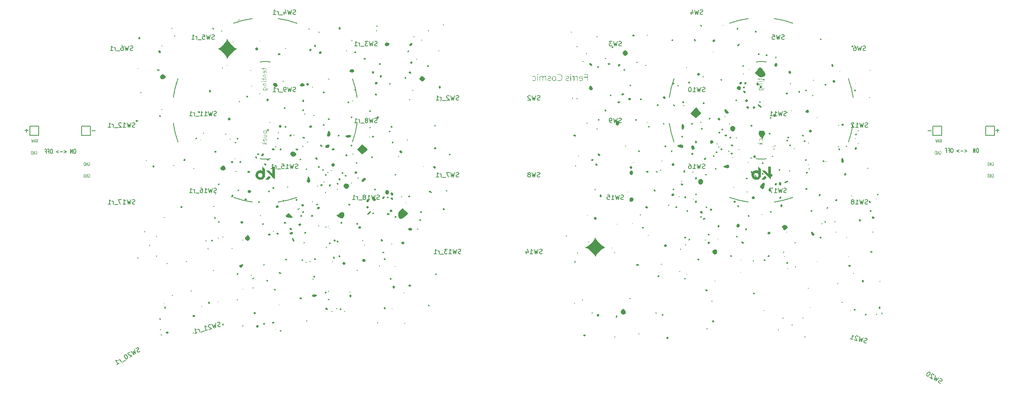
<source format=gbo>
%TF.GenerationSoftware,KiCad,Pcbnew,8.0.8*%
%TF.CreationDate,2025-02-16T20:52:23-05:00*%
%TF.ProjectId,sweepv2.1,73776565-7076-4322-9e31-2e6b69636164,rev?*%
%TF.SameCoordinates,Original*%
%TF.FileFunction,Legend,Bot*%
%TF.FilePolarity,Positive*%
%FSLAX46Y46*%
G04 Gerber Fmt 4.6, Leading zero omitted, Abs format (unit mm)*
G04 Created by KiCad (PCBNEW 8.0.8) date 2025-02-16 20:52:23*
%MOMM*%
%LPD*%
G01*
G04 APERTURE LIST*
%ADD10C,0.150000*%
%ADD11C,0.300000*%
%ADD12C,0.125000*%
%ADD13C,0.100000*%
%ADD14C,0.200000*%
%ADD15C,0.010000*%
%ADD16C,0.000000*%
G04 APERTURE END LIST*
D10*
X233255916Y-54709657D02*
X233122582Y-54709657D01*
X233122582Y-54709657D02*
X233055916Y-54752514D01*
X233055916Y-54752514D02*
X232989249Y-54838228D01*
X232989249Y-54838228D02*
X232955916Y-55009657D01*
X232955916Y-55009657D02*
X232955916Y-55309657D01*
X232955916Y-55309657D02*
X232989249Y-55481085D01*
X232989249Y-55481085D02*
X233055916Y-55566800D01*
X233055916Y-55566800D02*
X233122582Y-55609657D01*
X233122582Y-55609657D02*
X233255916Y-55609657D01*
X233255916Y-55609657D02*
X233322582Y-55566800D01*
X233322582Y-55566800D02*
X233389249Y-55481085D01*
X233389249Y-55481085D02*
X233422582Y-55309657D01*
X233422582Y-55309657D02*
X233422582Y-55009657D01*
X233422582Y-55009657D02*
X233389249Y-54838228D01*
X233389249Y-54838228D02*
X233322582Y-54752514D01*
X233322582Y-54752514D02*
X233255916Y-54709657D01*
X232655916Y-55609657D02*
X232655916Y-54709657D01*
X232655916Y-54709657D02*
X232255916Y-55609657D01*
X232255916Y-55609657D02*
X232255916Y-54709657D01*
X230322584Y-55009657D02*
X230855917Y-55266800D01*
X230855917Y-55266800D02*
X230322584Y-55523942D01*
X229989250Y-55266800D02*
X229455917Y-55266800D01*
X229122583Y-55009657D02*
X228589250Y-55266800D01*
X228589250Y-55266800D02*
X229122583Y-55523942D01*
X227589250Y-54709657D02*
X227455916Y-54709657D01*
X227455916Y-54709657D02*
X227389250Y-54752514D01*
X227389250Y-54752514D02*
X227322583Y-54838228D01*
X227322583Y-54838228D02*
X227289250Y-55009657D01*
X227289250Y-55009657D02*
X227289250Y-55309657D01*
X227289250Y-55309657D02*
X227322583Y-55481085D01*
X227322583Y-55481085D02*
X227389250Y-55566800D01*
X227389250Y-55566800D02*
X227455916Y-55609657D01*
X227455916Y-55609657D02*
X227589250Y-55609657D01*
X227589250Y-55609657D02*
X227655916Y-55566800D01*
X227655916Y-55566800D02*
X227722583Y-55481085D01*
X227722583Y-55481085D02*
X227755916Y-55309657D01*
X227755916Y-55309657D02*
X227755916Y-55009657D01*
X227755916Y-55009657D02*
X227722583Y-54838228D01*
X227722583Y-54838228D02*
X227655916Y-54752514D01*
X227655916Y-54752514D02*
X227589250Y-54709657D01*
X226755917Y-55138228D02*
X226989250Y-55138228D01*
X226989250Y-55609657D02*
X226989250Y-54709657D01*
X226989250Y-54709657D02*
X226655917Y-54709657D01*
X226155917Y-55138228D02*
X226389250Y-55138228D01*
X226389250Y-55609657D02*
X226389250Y-54709657D01*
X226389250Y-54709657D02*
X226055917Y-54709657D01*
X33637316Y-54912857D02*
X33503982Y-54912857D01*
X33503982Y-54912857D02*
X33437316Y-54955714D01*
X33437316Y-54955714D02*
X33370649Y-55041428D01*
X33370649Y-55041428D02*
X33337316Y-55212857D01*
X33337316Y-55212857D02*
X33337316Y-55512857D01*
X33337316Y-55512857D02*
X33370649Y-55684285D01*
X33370649Y-55684285D02*
X33437316Y-55770000D01*
X33437316Y-55770000D02*
X33503982Y-55812857D01*
X33503982Y-55812857D02*
X33637316Y-55812857D01*
X33637316Y-55812857D02*
X33703982Y-55770000D01*
X33703982Y-55770000D02*
X33770649Y-55684285D01*
X33770649Y-55684285D02*
X33803982Y-55512857D01*
X33803982Y-55512857D02*
X33803982Y-55212857D01*
X33803982Y-55212857D02*
X33770649Y-55041428D01*
X33770649Y-55041428D02*
X33703982Y-54955714D01*
X33703982Y-54955714D02*
X33637316Y-54912857D01*
X33037316Y-55812857D02*
X33037316Y-54912857D01*
X33037316Y-54912857D02*
X32637316Y-55812857D01*
X32637316Y-55812857D02*
X32637316Y-54912857D01*
X31237317Y-55212857D02*
X31770650Y-55470000D01*
X31770650Y-55470000D02*
X31237317Y-55727142D01*
X30903983Y-55470000D02*
X30370650Y-55470000D01*
X30037316Y-55212857D02*
X29503983Y-55470000D01*
X29503983Y-55470000D02*
X30037316Y-55727142D01*
X28503983Y-54912857D02*
X28370649Y-54912857D01*
X28370649Y-54912857D02*
X28303983Y-54955714D01*
X28303983Y-54955714D02*
X28237316Y-55041428D01*
X28237316Y-55041428D02*
X28203983Y-55212857D01*
X28203983Y-55212857D02*
X28203983Y-55512857D01*
X28203983Y-55512857D02*
X28237316Y-55684285D01*
X28237316Y-55684285D02*
X28303983Y-55770000D01*
X28303983Y-55770000D02*
X28370649Y-55812857D01*
X28370649Y-55812857D02*
X28503983Y-55812857D01*
X28503983Y-55812857D02*
X28570649Y-55770000D01*
X28570649Y-55770000D02*
X28637316Y-55684285D01*
X28637316Y-55684285D02*
X28670649Y-55512857D01*
X28670649Y-55512857D02*
X28670649Y-55212857D01*
X28670649Y-55212857D02*
X28637316Y-55041428D01*
X28637316Y-55041428D02*
X28570649Y-54955714D01*
X28570649Y-54955714D02*
X28503983Y-54912857D01*
X27670650Y-55341428D02*
X27903983Y-55341428D01*
X27903983Y-55812857D02*
X27903983Y-54912857D01*
X27903983Y-54912857D02*
X27570650Y-54912857D01*
X27070650Y-55341428D02*
X27303983Y-55341428D01*
X27303983Y-55812857D02*
X27303983Y-54912857D01*
X27303983Y-54912857D02*
X26970650Y-54912857D01*
X237991420Y-50746066D02*
X237229516Y-50746066D01*
X237610468Y-51127019D02*
X237610468Y-50365114D01*
X222929220Y-50822266D02*
X222167316Y-50822266D01*
D11*
G36*
X147005851Y-39738500D02*
G01*
X146894110Y-39738500D01*
X146894110Y-39011633D01*
X146192522Y-39011633D01*
X146192522Y-38912714D01*
X146894110Y-38912714D01*
X146894110Y-38360603D01*
X146140132Y-38360603D01*
X146140132Y-38261319D01*
X147005851Y-38261319D01*
X147005851Y-39738500D01*
G37*
G36*
X145564161Y-38689111D02*
G01*
X145654122Y-38713878D01*
X145733785Y-38756854D01*
X145802094Y-38816573D01*
X145857993Y-38891565D01*
X145891139Y-38956948D01*
X145916264Y-39029478D01*
X145932923Y-39108535D01*
X145940671Y-39193498D01*
X145941196Y-39223025D01*
X145936110Y-39312425D01*
X145921142Y-39395064D01*
X145896726Y-39470497D01*
X145863298Y-39538282D01*
X145805458Y-39615996D01*
X145733399Y-39678272D01*
X145648151Y-39724057D01*
X145576179Y-39746941D01*
X145497802Y-39759513D01*
X145442208Y-39761947D01*
X145368308Y-39757900D01*
X145295134Y-39745560D01*
X145224044Y-39724627D01*
X145156396Y-39694803D01*
X145119808Y-39673653D01*
X145145453Y-39591954D01*
X145217902Y-39626289D01*
X145289251Y-39650389D01*
X145368548Y-39665695D01*
X145429752Y-39669257D01*
X145516939Y-39661658D01*
X145594604Y-39639381D01*
X145662223Y-39603202D01*
X145719271Y-39553898D01*
X145765225Y-39492246D01*
X145799562Y-39419024D01*
X145821757Y-39335009D01*
X145831287Y-39240977D01*
X145084637Y-39240977D01*
X145077702Y-39165930D01*
X145077676Y-39153416D01*
X145077739Y-39152317D01*
X145183189Y-39152317D01*
X145829089Y-39152317D01*
X145819593Y-39069755D01*
X145800180Y-38996377D01*
X145762608Y-38918426D01*
X145711019Y-38856801D01*
X145646235Y-38812600D01*
X145569077Y-38786923D01*
X145498995Y-38780457D01*
X145412131Y-38790728D01*
X145337922Y-38820658D01*
X145277213Y-38868921D01*
X145230851Y-38934194D01*
X145199684Y-39015151D01*
X145186259Y-39090318D01*
X145183189Y-39152317D01*
X145077739Y-39152317D01*
X145082034Y-39077989D01*
X145100857Y-38985133D01*
X145133567Y-38902290D01*
X145179091Y-38830764D01*
X145236354Y-38771860D01*
X145304284Y-38726884D01*
X145381808Y-38697140D01*
X145467852Y-38683935D01*
X145490568Y-38683370D01*
X145564161Y-38689111D01*
G37*
G36*
X144768098Y-39738500D02*
G01*
X144658555Y-39738500D01*
X144658555Y-38961075D01*
X144610805Y-38903307D01*
X144545897Y-38853162D01*
X144471939Y-38821135D01*
X144390992Y-38808462D01*
X144380484Y-38808301D01*
X144305032Y-38817220D01*
X144261416Y-38830649D01*
X144233939Y-38735394D01*
X144306671Y-38712840D01*
X144369860Y-38706818D01*
X144451007Y-38715159D01*
X144525804Y-38738203D01*
X144590845Y-38772982D01*
X144648862Y-38823291D01*
X144665149Y-38844204D01*
X144676507Y-38709016D01*
X144768098Y-38709016D01*
X144768098Y-39738500D01*
G37*
G36*
X144016318Y-39738500D02*
G01*
X143906775Y-39738500D01*
X143906775Y-38961075D01*
X143859025Y-38903307D01*
X143794118Y-38853162D01*
X143720160Y-38821135D01*
X143639212Y-38808462D01*
X143628705Y-38808301D01*
X143553252Y-38817220D01*
X143509637Y-38830649D01*
X143482159Y-38735394D01*
X143554892Y-38712840D01*
X143618080Y-38706818D01*
X143699228Y-38715159D01*
X143774025Y-38738203D01*
X143839065Y-38772982D01*
X143897083Y-38823291D01*
X143913370Y-38844204D01*
X143924727Y-38709016D01*
X144016318Y-38709016D01*
X144016318Y-39738500D01*
G37*
G36*
X143264539Y-39738500D02*
G01*
X143154996Y-39738500D01*
X143154996Y-38706818D01*
X143264539Y-38706818D01*
X143264539Y-39738500D01*
G37*
G36*
X143206653Y-38447065D02*
G01*
X143138940Y-38412164D01*
X143125687Y-38366099D01*
X143160427Y-38298136D01*
X143206653Y-38284766D01*
X143274366Y-38319757D01*
X143287620Y-38366099D01*
X143252880Y-38433715D01*
X143206653Y-38447065D01*
G37*
G36*
X142472459Y-39761947D02*
G01*
X142390061Y-39756622D01*
X142316657Y-39741058D01*
X142238486Y-39708139D01*
X142176528Y-39661379D01*
X142131981Y-39601977D01*
X142106044Y-39531132D01*
X142099501Y-39467024D01*
X142115123Y-39371451D01*
X142157823Y-39300280D01*
X142221352Y-39248546D01*
X142299462Y-39211285D01*
X142385904Y-39183531D01*
X142474429Y-39160321D01*
X142558788Y-39136689D01*
X142632732Y-39107672D01*
X142704324Y-39052022D01*
X142731479Y-38966204D01*
X142712382Y-38887876D01*
X142657565Y-38829504D01*
X142583214Y-38796337D01*
X142501861Y-38782256D01*
X142455607Y-38780457D01*
X142375643Y-38785347D01*
X142295456Y-38799758D01*
X142218127Y-38823297D01*
X142177536Y-38840174D01*
X142147128Y-38750415D01*
X142223269Y-38718804D01*
X142299718Y-38698743D01*
X142379804Y-38686784D01*
X142449378Y-38683370D01*
X142532895Y-38688591D01*
X142608564Y-38703910D01*
X142690569Y-38736473D01*
X142756750Y-38783004D01*
X142805126Y-38842494D01*
X142833720Y-38913939D01*
X142841022Y-38979026D01*
X142825400Y-39071087D01*
X142782700Y-39139194D01*
X142719170Y-39188394D01*
X142641060Y-39223733D01*
X142554618Y-39250258D01*
X142466093Y-39273014D01*
X142381734Y-39297047D01*
X142307790Y-39327404D01*
X142236199Y-39386439D01*
X142209043Y-39477648D01*
X142225833Y-39557189D01*
X142275218Y-39616088D01*
X142344007Y-39649368D01*
X142421181Y-39663435D01*
X142465865Y-39665227D01*
X142540988Y-39661041D01*
X142620441Y-39648362D01*
X142702451Y-39627004D01*
X142773438Y-39601652D01*
X142832229Y-39575467D01*
X142862637Y-39668158D01*
X142789699Y-39699805D01*
X142715451Y-39725042D01*
X142640981Y-39743798D01*
X142567376Y-39755999D01*
X142484046Y-39761853D01*
X142472459Y-39761947D01*
G37*
G36*
X140680938Y-39761947D02*
G01*
X140600759Y-39758431D01*
X140518489Y-39748036D01*
X140435359Y-39730996D01*
X140352601Y-39707542D01*
X140271447Y-39677905D01*
X140244965Y-39666692D01*
X140269877Y-39578765D01*
X140344450Y-39606065D01*
X140420090Y-39628076D01*
X140495392Y-39644610D01*
X140568951Y-39655478D01*
X140650690Y-39660746D01*
X140661887Y-39660830D01*
X140762238Y-39653904D01*
X140855381Y-39633550D01*
X140940734Y-39600407D01*
X141017716Y-39555111D01*
X141085746Y-39498301D01*
X141144242Y-39430613D01*
X141192623Y-39352686D01*
X141230307Y-39265157D01*
X141256713Y-39168663D01*
X141271260Y-39063843D01*
X141274082Y-38989651D01*
X141267801Y-38881673D01*
X141249301Y-38781893D01*
X141219095Y-38690842D01*
X141177694Y-38609047D01*
X141125612Y-38537038D01*
X141063361Y-38475343D01*
X140991454Y-38424492D01*
X140910402Y-38385012D01*
X140820720Y-38357434D01*
X140722919Y-38342286D01*
X140653461Y-38339354D01*
X140573097Y-38342981D01*
X140490619Y-38354059D01*
X140418712Y-38369712D01*
X140346100Y-38391248D01*
X140273175Y-38418855D01*
X140239835Y-38330195D01*
X140312270Y-38298684D01*
X140387318Y-38273774D01*
X140464269Y-38255424D01*
X140542412Y-38243590D01*
X140621039Y-38238228D01*
X140647233Y-38237871D01*
X140728360Y-38241519D01*
X140805903Y-38252301D01*
X140879633Y-38269976D01*
X140949323Y-38294303D01*
X141045785Y-38342736D01*
X141131877Y-38404776D01*
X141206832Y-38479609D01*
X141269880Y-38566419D01*
X141320255Y-38664390D01*
X141346417Y-38735504D01*
X141366378Y-38810974D01*
X141379910Y-38890560D01*
X141386785Y-38974021D01*
X141387655Y-39017128D01*
X141384343Y-39098849D01*
X141374554Y-39176934D01*
X141358508Y-39251159D01*
X141336427Y-39321296D01*
X141292470Y-39418347D01*
X141236173Y-39504931D01*
X141168280Y-39580286D01*
X141089537Y-39643651D01*
X141000686Y-39694261D01*
X140902473Y-39731356D01*
X140795642Y-39754172D01*
X140720002Y-39761074D01*
X140680938Y-39761947D01*
G37*
G36*
X139626842Y-38689106D02*
G01*
X139699001Y-38705917D01*
X139785919Y-38744532D01*
X139861177Y-38800373D01*
X139923641Y-38872030D01*
X139961411Y-38935305D01*
X139990868Y-39006092D01*
X140011535Y-39083794D01*
X140022933Y-39167819D01*
X140025146Y-39227055D01*
X140020352Y-39314324D01*
X140006270Y-39395457D01*
X139983350Y-39469918D01*
X139952039Y-39537173D01*
X139898018Y-39614714D01*
X139830944Y-39677229D01*
X139751884Y-39723450D01*
X139661902Y-39752112D01*
X139587887Y-39761322D01*
X139562062Y-39761947D01*
X139485529Y-39756227D01*
X139414135Y-39739451D01*
X139327839Y-39700876D01*
X139252843Y-39645028D01*
X139190384Y-39573265D01*
X139152510Y-39509819D01*
X139122905Y-39438762D01*
X139102091Y-39360667D01*
X139090589Y-39276109D01*
X139088751Y-39227055D01*
X139197895Y-39227055D01*
X139204266Y-39323300D01*
X139222894Y-39409275D01*
X139253054Y-39484191D01*
X139294020Y-39547257D01*
X139359319Y-39608223D01*
X139438952Y-39647897D01*
X139512026Y-39663268D01*
X139551437Y-39665227D01*
X139631343Y-39657097D01*
X139702963Y-39633364D01*
X139765567Y-39595018D01*
X139818425Y-39543044D01*
X139860807Y-39478431D01*
X139891984Y-39402166D01*
X139911225Y-39315236D01*
X139917801Y-39218629D01*
X139911581Y-39124172D01*
X139893318Y-39039036D01*
X139863609Y-38964229D01*
X139823050Y-38900762D01*
X139758005Y-38838909D01*
X139678105Y-38798321D01*
X139604274Y-38782484D01*
X139564260Y-38780457D01*
X139484985Y-38788512D01*
X139413661Y-38812062D01*
X139336918Y-38861882D01*
X139286435Y-38916919D01*
X139246528Y-38984452D01*
X139218001Y-39063555D01*
X139201664Y-39153308D01*
X139197895Y-39227055D01*
X139088751Y-39227055D01*
X139088353Y-39216430D01*
X139093206Y-39129206D01*
X139107433Y-39048198D01*
X139130537Y-38973921D01*
X139162020Y-38906892D01*
X139216168Y-38829687D01*
X139283145Y-38767509D01*
X139361769Y-38721581D01*
X139450861Y-38693127D01*
X139523838Y-38683990D01*
X139549239Y-38683370D01*
X139626842Y-38689106D01*
G37*
G36*
X138483485Y-39761947D02*
G01*
X138401087Y-39756622D01*
X138327683Y-39741058D01*
X138249512Y-39708139D01*
X138187554Y-39661379D01*
X138143007Y-39601977D01*
X138117070Y-39531132D01*
X138110526Y-39467024D01*
X138126148Y-39371451D01*
X138168849Y-39300280D01*
X138232378Y-39248546D01*
X138310488Y-39211285D01*
X138396930Y-39183531D01*
X138485455Y-39160321D01*
X138569814Y-39136689D01*
X138643758Y-39107672D01*
X138715349Y-39052022D01*
X138742505Y-38966204D01*
X138723408Y-38887876D01*
X138668591Y-38829504D01*
X138594240Y-38796337D01*
X138512887Y-38782256D01*
X138466632Y-38780457D01*
X138386668Y-38785347D01*
X138306482Y-38799758D01*
X138229153Y-38823297D01*
X138188562Y-38840174D01*
X138158154Y-38750415D01*
X138234295Y-38718804D01*
X138310744Y-38698743D01*
X138390830Y-38686784D01*
X138460404Y-38683370D01*
X138543921Y-38688591D01*
X138619589Y-38703910D01*
X138701595Y-38736473D01*
X138767776Y-38783004D01*
X138816152Y-38842494D01*
X138844746Y-38913939D01*
X138852048Y-38979026D01*
X138836426Y-39071087D01*
X138793725Y-39139194D01*
X138730196Y-39188394D01*
X138652086Y-39223733D01*
X138565644Y-39250258D01*
X138477119Y-39273014D01*
X138392760Y-39297047D01*
X138318816Y-39327404D01*
X138247225Y-39386439D01*
X138220069Y-39477648D01*
X138236859Y-39557189D01*
X138286244Y-39616088D01*
X138355032Y-39649368D01*
X138432207Y-39663435D01*
X138476891Y-39665227D01*
X138552014Y-39661041D01*
X138631467Y-39648362D01*
X138713477Y-39627004D01*
X138784463Y-39601652D01*
X138843255Y-39575467D01*
X138873663Y-39668158D01*
X138800724Y-39699805D01*
X138726477Y-39725042D01*
X138652007Y-39743798D01*
X138578402Y-39755999D01*
X138495072Y-39761853D01*
X138483485Y-39761947D01*
G37*
G36*
X136449431Y-39738500D02*
G01*
X136339888Y-39738500D01*
X136339888Y-39060726D01*
X136346392Y-38976981D01*
X136365407Y-38902536D01*
X136405632Y-38823434D01*
X136462777Y-38760884D01*
X136535386Y-38716011D01*
X136621998Y-38689938D01*
X136700390Y-38683370D01*
X136780579Y-38689828D01*
X136858589Y-38708448D01*
X136932319Y-38738099D01*
X136999670Y-38777652D01*
X137058539Y-38825976D01*
X137075914Y-38843838D01*
X137125018Y-38777343D01*
X137184821Y-38732148D01*
X137258266Y-38700812D01*
X137330575Y-38686238D01*
X137382927Y-38683370D01*
X137466279Y-38689988D01*
X137546317Y-38708751D01*
X137620465Y-38738026D01*
X137686145Y-38776180D01*
X137718883Y-38801340D01*
X137734270Y-38706818D01*
X137818900Y-38706818D01*
X137818900Y-39738500D01*
X137709357Y-39738500D01*
X137709357Y-38898793D01*
X137642656Y-38849391D01*
X137568124Y-38812147D01*
X137487822Y-38788643D01*
X137414444Y-38780588D01*
X137403810Y-38780457D01*
X137329022Y-38788073D01*
X137254142Y-38816823D01*
X137196450Y-38866132D01*
X137156974Y-38935115D01*
X137138734Y-39006994D01*
X137134166Y-39073548D01*
X137134166Y-39738500D01*
X137024623Y-39738500D01*
X137024623Y-39060726D01*
X137029523Y-38984018D01*
X137044040Y-38919675D01*
X136984499Y-38868119D01*
X136917204Y-38827296D01*
X136843973Y-38798470D01*
X136766623Y-38782908D01*
X136721273Y-38780457D01*
X136645608Y-38788073D01*
X136570029Y-38816823D01*
X136511941Y-38866132D01*
X136472288Y-38935115D01*
X136454004Y-39006994D01*
X136449431Y-39073548D01*
X136449431Y-39738500D01*
G37*
G36*
X135966563Y-39738500D02*
G01*
X135857020Y-39738500D01*
X135857020Y-38706818D01*
X135966563Y-38706818D01*
X135966563Y-39738500D01*
G37*
G36*
X135908677Y-38447065D02*
G01*
X135840964Y-38412164D01*
X135827711Y-38366099D01*
X135862451Y-38298136D01*
X135908677Y-38284766D01*
X135976390Y-38319757D01*
X135989644Y-38366099D01*
X135954903Y-38433715D01*
X135908677Y-38447065D01*
G37*
G36*
X135090219Y-39761947D02*
G01*
X135007810Y-39756371D01*
X134935486Y-39742521D01*
X134865082Y-39720539D01*
X134789568Y-39685754D01*
X134771849Y-39675485D01*
X134797861Y-39591587D01*
X134871792Y-39627062D01*
X134941704Y-39651167D01*
X135016194Y-39665937D01*
X135071535Y-39669257D01*
X135151157Y-39661385D01*
X135222030Y-39638224D01*
X135297441Y-39588814D01*
X135346523Y-39533751D01*
X135384986Y-39465617D01*
X135412254Y-39385096D01*
X135427751Y-39292870D01*
X135431304Y-39216430D01*
X135427786Y-39141000D01*
X135412348Y-39050859D01*
X135384980Y-38972988D01*
X135346070Y-38907765D01*
X135281789Y-38844599D01*
X135200831Y-38802524D01*
X135124565Y-38784546D01*
X135060910Y-38780457D01*
X134980168Y-38787201D01*
X134907284Y-38805094D01*
X134832320Y-38834593D01*
X134797861Y-38851532D01*
X134767452Y-38758841D01*
X134840136Y-38725411D01*
X134912029Y-38701872D01*
X134983991Y-38687950D01*
X135056880Y-38683370D01*
X135137052Y-38689008D01*
X135211195Y-38705596D01*
X135299976Y-38743904D01*
X135376357Y-38799659D01*
X135439377Y-38871704D01*
X135477296Y-38935734D01*
X135506753Y-39007792D01*
X135527341Y-39087389D01*
X135538656Y-39174038D01*
X135540847Y-39235481D01*
X135536318Y-39323050D01*
X135522964Y-39403922D01*
X135501140Y-39477678D01*
X135459475Y-39564227D01*
X135404217Y-39636390D01*
X135336202Y-39693175D01*
X135256267Y-39733591D01*
X135165251Y-39756646D01*
X135090219Y-39761947D01*
G37*
D10*
X38169620Y-50771466D02*
X37407716Y-50771466D01*
X23285220Y-50746066D02*
X22523316Y-50746066D01*
X22904268Y-51127019D02*
X22904268Y-50365114D01*
D12*
X224788952Y-55310178D02*
X224836571Y-55274464D01*
X224836571Y-55274464D02*
X224908000Y-55274464D01*
X224908000Y-55274464D02*
X224979428Y-55310178D01*
X224979428Y-55310178D02*
X225027047Y-55381607D01*
X225027047Y-55381607D02*
X225050857Y-55453035D01*
X225050857Y-55453035D02*
X225074666Y-55595892D01*
X225074666Y-55595892D02*
X225074666Y-55703035D01*
X225074666Y-55703035D02*
X225050857Y-55845892D01*
X225050857Y-55845892D02*
X225027047Y-55917321D01*
X225027047Y-55917321D02*
X224979428Y-55988750D01*
X224979428Y-55988750D02*
X224908000Y-56024464D01*
X224908000Y-56024464D02*
X224860381Y-56024464D01*
X224860381Y-56024464D02*
X224788952Y-55988750D01*
X224788952Y-55988750D02*
X224765143Y-55953035D01*
X224765143Y-55953035D02*
X224765143Y-55703035D01*
X224765143Y-55703035D02*
X224860381Y-55703035D01*
X224550857Y-56024464D02*
X224550857Y-55274464D01*
X224550857Y-55274464D02*
X224265143Y-56024464D01*
X224265143Y-56024464D02*
X224265143Y-55274464D01*
X224027047Y-56024464D02*
X224027047Y-55274464D01*
X224027047Y-55274464D02*
X223907999Y-55274464D01*
X223907999Y-55274464D02*
X223836571Y-55310178D01*
X223836571Y-55310178D02*
X223788952Y-55381607D01*
X223788952Y-55381607D02*
X223765142Y-55453035D01*
X223765142Y-55453035D02*
X223741333Y-55595892D01*
X223741333Y-55595892D02*
X223741333Y-55703035D01*
X223741333Y-55703035D02*
X223765142Y-55845892D01*
X223765142Y-55845892D02*
X223788952Y-55917321D01*
X223788952Y-55917321D02*
X223836571Y-55988750D01*
X223836571Y-55988750D02*
X223907999Y-56024464D01*
X223907999Y-56024464D02*
X224027047Y-56024464D01*
X224883238Y-53384464D02*
X225049904Y-53027321D01*
X225168952Y-53384464D02*
X225168952Y-52634464D01*
X225168952Y-52634464D02*
X224978476Y-52634464D01*
X224978476Y-52634464D02*
X224930857Y-52670178D01*
X224930857Y-52670178D02*
X224907047Y-52705892D01*
X224907047Y-52705892D02*
X224883238Y-52777321D01*
X224883238Y-52777321D02*
X224883238Y-52884464D01*
X224883238Y-52884464D02*
X224907047Y-52955892D01*
X224907047Y-52955892D02*
X224930857Y-52991607D01*
X224930857Y-52991607D02*
X224978476Y-53027321D01*
X224978476Y-53027321D02*
X225168952Y-53027321D01*
X224692761Y-53170178D02*
X224454666Y-53170178D01*
X224740380Y-53384464D02*
X224573714Y-52634464D01*
X224573714Y-52634464D02*
X224407047Y-53384464D01*
X224288000Y-52634464D02*
X224168952Y-53384464D01*
X224168952Y-53384464D02*
X224073714Y-52848750D01*
X224073714Y-52848750D02*
X223978476Y-53384464D01*
X223978476Y-53384464D02*
X223859429Y-52634464D01*
X236438952Y-57840178D02*
X236486571Y-57804464D01*
X236486571Y-57804464D02*
X236558000Y-57804464D01*
X236558000Y-57804464D02*
X236629428Y-57840178D01*
X236629428Y-57840178D02*
X236677047Y-57911607D01*
X236677047Y-57911607D02*
X236700857Y-57983035D01*
X236700857Y-57983035D02*
X236724666Y-58125892D01*
X236724666Y-58125892D02*
X236724666Y-58233035D01*
X236724666Y-58233035D02*
X236700857Y-58375892D01*
X236700857Y-58375892D02*
X236677047Y-58447321D01*
X236677047Y-58447321D02*
X236629428Y-58518750D01*
X236629428Y-58518750D02*
X236558000Y-58554464D01*
X236558000Y-58554464D02*
X236510381Y-58554464D01*
X236510381Y-58554464D02*
X236438952Y-58518750D01*
X236438952Y-58518750D02*
X236415143Y-58483035D01*
X236415143Y-58483035D02*
X236415143Y-58233035D01*
X236415143Y-58233035D02*
X236510381Y-58233035D01*
X236200857Y-58554464D02*
X236200857Y-57804464D01*
X236200857Y-57804464D02*
X235915143Y-58554464D01*
X235915143Y-58554464D02*
X235915143Y-57804464D01*
X235677047Y-58554464D02*
X235677047Y-57804464D01*
X235677047Y-57804464D02*
X235557999Y-57804464D01*
X235557999Y-57804464D02*
X235486571Y-57840178D01*
X235486571Y-57840178D02*
X235438952Y-57911607D01*
X235438952Y-57911607D02*
X235415142Y-57983035D01*
X235415142Y-57983035D02*
X235391333Y-58125892D01*
X235391333Y-58125892D02*
X235391333Y-58233035D01*
X235391333Y-58233035D02*
X235415142Y-58375892D01*
X235415142Y-58375892D02*
X235438952Y-58447321D01*
X235438952Y-58447321D02*
X235486571Y-58518750D01*
X235486571Y-58518750D02*
X235557999Y-58554464D01*
X235557999Y-58554464D02*
X235677047Y-58554464D01*
X236418952Y-60420178D02*
X236466571Y-60384464D01*
X236466571Y-60384464D02*
X236538000Y-60384464D01*
X236538000Y-60384464D02*
X236609428Y-60420178D01*
X236609428Y-60420178D02*
X236657047Y-60491607D01*
X236657047Y-60491607D02*
X236680857Y-60563035D01*
X236680857Y-60563035D02*
X236704666Y-60705892D01*
X236704666Y-60705892D02*
X236704666Y-60813035D01*
X236704666Y-60813035D02*
X236680857Y-60955892D01*
X236680857Y-60955892D02*
X236657047Y-61027321D01*
X236657047Y-61027321D02*
X236609428Y-61098750D01*
X236609428Y-61098750D02*
X236538000Y-61134464D01*
X236538000Y-61134464D02*
X236490381Y-61134464D01*
X236490381Y-61134464D02*
X236418952Y-61098750D01*
X236418952Y-61098750D02*
X236395143Y-61063035D01*
X236395143Y-61063035D02*
X236395143Y-60813035D01*
X236395143Y-60813035D02*
X236490381Y-60813035D01*
X236180857Y-61134464D02*
X236180857Y-60384464D01*
X236180857Y-60384464D02*
X235895143Y-61134464D01*
X235895143Y-61134464D02*
X235895143Y-60384464D01*
X235657047Y-61134464D02*
X235657047Y-60384464D01*
X235657047Y-60384464D02*
X235537999Y-60384464D01*
X235537999Y-60384464D02*
X235466571Y-60420178D01*
X235466571Y-60420178D02*
X235418952Y-60491607D01*
X235418952Y-60491607D02*
X235395142Y-60563035D01*
X235395142Y-60563035D02*
X235371333Y-60705892D01*
X235371333Y-60705892D02*
X235371333Y-60813035D01*
X235371333Y-60813035D02*
X235395142Y-60955892D01*
X235395142Y-60955892D02*
X235418952Y-61027321D01*
X235418952Y-61027321D02*
X235466571Y-61098750D01*
X235466571Y-61098750D02*
X235537999Y-61134464D01*
X235537999Y-61134464D02*
X235657047Y-61134464D01*
D10*
X172905523Y-59123200D02*
X172762666Y-59170819D01*
X172762666Y-59170819D02*
X172524571Y-59170819D01*
X172524571Y-59170819D02*
X172429333Y-59123200D01*
X172429333Y-59123200D02*
X172381714Y-59075580D01*
X172381714Y-59075580D02*
X172334095Y-58980342D01*
X172334095Y-58980342D02*
X172334095Y-58885104D01*
X172334095Y-58885104D02*
X172381714Y-58789866D01*
X172381714Y-58789866D02*
X172429333Y-58742247D01*
X172429333Y-58742247D02*
X172524571Y-58694628D01*
X172524571Y-58694628D02*
X172715047Y-58647009D01*
X172715047Y-58647009D02*
X172810285Y-58599390D01*
X172810285Y-58599390D02*
X172857904Y-58551771D01*
X172857904Y-58551771D02*
X172905523Y-58456533D01*
X172905523Y-58456533D02*
X172905523Y-58361295D01*
X172905523Y-58361295D02*
X172857904Y-58266057D01*
X172857904Y-58266057D02*
X172810285Y-58218438D01*
X172810285Y-58218438D02*
X172715047Y-58170819D01*
X172715047Y-58170819D02*
X172476952Y-58170819D01*
X172476952Y-58170819D02*
X172334095Y-58218438D01*
X172000761Y-58170819D02*
X171762666Y-59170819D01*
X171762666Y-59170819D02*
X171572190Y-58456533D01*
X171572190Y-58456533D02*
X171381714Y-59170819D01*
X171381714Y-59170819D02*
X171143619Y-58170819D01*
X170238857Y-59170819D02*
X170810285Y-59170819D01*
X170524571Y-59170819D02*
X170524571Y-58170819D01*
X170524571Y-58170819D02*
X170619809Y-58313676D01*
X170619809Y-58313676D02*
X170715047Y-58408914D01*
X170715047Y-58408914D02*
X170810285Y-58456533D01*
X169381714Y-58170819D02*
X169572190Y-58170819D01*
X169572190Y-58170819D02*
X169667428Y-58218438D01*
X169667428Y-58218438D02*
X169715047Y-58266057D01*
X169715047Y-58266057D02*
X169810285Y-58408914D01*
X169810285Y-58408914D02*
X169857904Y-58599390D01*
X169857904Y-58599390D02*
X169857904Y-58980342D01*
X169857904Y-58980342D02*
X169810285Y-59075580D01*
X169810285Y-59075580D02*
X169762666Y-59123200D01*
X169762666Y-59123200D02*
X169667428Y-59170819D01*
X169667428Y-59170819D02*
X169476952Y-59170819D01*
X169476952Y-59170819D02*
X169381714Y-59123200D01*
X169381714Y-59123200D02*
X169334095Y-59075580D01*
X169334095Y-59075580D02*
X169286476Y-58980342D01*
X169286476Y-58980342D02*
X169286476Y-58742247D01*
X169286476Y-58742247D02*
X169334095Y-58647009D01*
X169334095Y-58647009D02*
X169381714Y-58599390D01*
X169381714Y-58599390D02*
X169476952Y-58551771D01*
X169476952Y-58551771D02*
X169667428Y-58551771D01*
X169667428Y-58551771D02*
X169762666Y-58599390D01*
X169762666Y-58599390D02*
X169810285Y-58647009D01*
X169810285Y-58647009D02*
X169857904Y-58742247D01*
X224971774Y-106742354D02*
X224824247Y-106712165D01*
X224824247Y-106712165D02*
X224618050Y-106593117D01*
X224618050Y-106593117D02*
X224559381Y-106504259D01*
X224559381Y-106504259D02*
X224541951Y-106439210D01*
X224541951Y-106439210D02*
X224548331Y-106332922D01*
X224548331Y-106332922D02*
X224595950Y-106250443D01*
X224595950Y-106250443D02*
X224684808Y-106191774D01*
X224684808Y-106191774D02*
X224749857Y-106174344D01*
X224749857Y-106174344D02*
X224856145Y-106180724D01*
X224856145Y-106180724D02*
X225044912Y-106234723D01*
X225044912Y-106234723D02*
X225151200Y-106241103D01*
X225151200Y-106241103D02*
X225216249Y-106223673D01*
X225216249Y-106223673D02*
X225305107Y-106165004D01*
X225305107Y-106165004D02*
X225352726Y-106082525D01*
X225352726Y-106082525D02*
X225359106Y-105976237D01*
X225359106Y-105976237D02*
X225341676Y-105911188D01*
X225341676Y-105911188D02*
X225283007Y-105822330D01*
X225283007Y-105822330D02*
X225076811Y-105703282D01*
X225076811Y-105703282D02*
X224929283Y-105673093D01*
X224664418Y-105465187D02*
X223958221Y-106212165D01*
X223958221Y-106212165D02*
X224150407Y-105498337D01*
X224150407Y-105498337D02*
X223628307Y-106021688D01*
X223628307Y-106021688D02*
X223922110Y-105036615D01*
X223585816Y-104952427D02*
X223568386Y-104887379D01*
X223568386Y-104887379D02*
X223509717Y-104798520D01*
X223509717Y-104798520D02*
X223303521Y-104679473D01*
X223303521Y-104679473D02*
X223197233Y-104673093D01*
X223197233Y-104673093D02*
X223132184Y-104690523D01*
X223132184Y-104690523D02*
X223043325Y-104749192D01*
X223043325Y-104749192D02*
X222995706Y-104831670D01*
X222995706Y-104831670D02*
X222965517Y-104979198D01*
X222965517Y-104979198D02*
X223174675Y-105759784D01*
X223174675Y-105759784D02*
X222638564Y-105450260D01*
X222602453Y-104274711D02*
X222519974Y-104227092D01*
X222519974Y-104227092D02*
X222413686Y-104220712D01*
X222413686Y-104220712D02*
X222348637Y-104238142D01*
X222348637Y-104238142D02*
X222259779Y-104296811D01*
X222259779Y-104296811D02*
X222123301Y-104437959D01*
X222123301Y-104437959D02*
X222004254Y-104644155D01*
X222004254Y-104644155D02*
X221950255Y-104832922D01*
X221950255Y-104832922D02*
X221943875Y-104939210D01*
X221943875Y-104939210D02*
X221961305Y-105004259D01*
X221961305Y-105004259D02*
X222019974Y-105093117D01*
X222019974Y-105093117D02*
X222102453Y-105140736D01*
X222102453Y-105140736D02*
X222208741Y-105147116D01*
X222208741Y-105147116D02*
X222273790Y-105129686D01*
X222273790Y-105129686D02*
X222362648Y-105071017D01*
X222362648Y-105071017D02*
X222499125Y-104929869D01*
X222499125Y-104929869D02*
X222618173Y-104723673D01*
X222618173Y-104723673D02*
X222672172Y-104534906D01*
X222672172Y-104534906D02*
X222678551Y-104428618D01*
X222678551Y-104428618D02*
X222661122Y-104363569D01*
X222661122Y-104363569D02*
X222602453Y-104274711D01*
X154905523Y-65981200D02*
X154762666Y-66028819D01*
X154762666Y-66028819D02*
X154524571Y-66028819D01*
X154524571Y-66028819D02*
X154429333Y-65981200D01*
X154429333Y-65981200D02*
X154381714Y-65933580D01*
X154381714Y-65933580D02*
X154334095Y-65838342D01*
X154334095Y-65838342D02*
X154334095Y-65743104D01*
X154334095Y-65743104D02*
X154381714Y-65647866D01*
X154381714Y-65647866D02*
X154429333Y-65600247D01*
X154429333Y-65600247D02*
X154524571Y-65552628D01*
X154524571Y-65552628D02*
X154715047Y-65505009D01*
X154715047Y-65505009D02*
X154810285Y-65457390D01*
X154810285Y-65457390D02*
X154857904Y-65409771D01*
X154857904Y-65409771D02*
X154905523Y-65314533D01*
X154905523Y-65314533D02*
X154905523Y-65219295D01*
X154905523Y-65219295D02*
X154857904Y-65124057D01*
X154857904Y-65124057D02*
X154810285Y-65076438D01*
X154810285Y-65076438D02*
X154715047Y-65028819D01*
X154715047Y-65028819D02*
X154476952Y-65028819D01*
X154476952Y-65028819D02*
X154334095Y-65076438D01*
X154000761Y-65028819D02*
X153762666Y-66028819D01*
X153762666Y-66028819D02*
X153572190Y-65314533D01*
X153572190Y-65314533D02*
X153381714Y-66028819D01*
X153381714Y-66028819D02*
X153143619Y-65028819D01*
X152238857Y-66028819D02*
X152810285Y-66028819D01*
X152524571Y-66028819D02*
X152524571Y-65028819D01*
X152524571Y-65028819D02*
X152619809Y-65171676D01*
X152619809Y-65171676D02*
X152715047Y-65266914D01*
X152715047Y-65266914D02*
X152810285Y-65314533D01*
X151334095Y-65028819D02*
X151810285Y-65028819D01*
X151810285Y-65028819D02*
X151857904Y-65505009D01*
X151857904Y-65505009D02*
X151810285Y-65457390D01*
X151810285Y-65457390D02*
X151715047Y-65409771D01*
X151715047Y-65409771D02*
X151476952Y-65409771D01*
X151476952Y-65409771D02*
X151381714Y-65457390D01*
X151381714Y-65457390D02*
X151334095Y-65505009D01*
X151334095Y-65505009D02*
X151286476Y-65600247D01*
X151286476Y-65600247D02*
X151286476Y-65838342D01*
X151286476Y-65838342D02*
X151334095Y-65933580D01*
X151334095Y-65933580D02*
X151381714Y-65981200D01*
X151381714Y-65981200D02*
X151476952Y-66028819D01*
X151476952Y-66028819D02*
X151715047Y-66028819D01*
X151715047Y-66028819D02*
X151810285Y-65981200D01*
X151810285Y-65981200D02*
X151857904Y-65933580D01*
X208565130Y-97778012D02*
X208414816Y-97787034D01*
X208414816Y-97787034D02*
X208184834Y-97725410D01*
X208184834Y-97725410D02*
X208105165Y-97654765D01*
X208105165Y-97654765D02*
X208071494Y-97596443D01*
X208071494Y-97596443D02*
X208050147Y-97492126D01*
X208050147Y-97492126D02*
X208074796Y-97400133D01*
X208074796Y-97400133D02*
X208145442Y-97320465D01*
X208145442Y-97320465D02*
X208203763Y-97286793D01*
X208203763Y-97286793D02*
X208308081Y-97265446D01*
X208308081Y-97265446D02*
X208504391Y-97268748D01*
X208504391Y-97268748D02*
X208608709Y-97247401D01*
X208608709Y-97247401D02*
X208667030Y-97213729D01*
X208667030Y-97213729D02*
X208737676Y-97134061D01*
X208737676Y-97134061D02*
X208762326Y-97042068D01*
X208762326Y-97042068D02*
X208740979Y-96937751D01*
X208740979Y-96937751D02*
X208707307Y-96879429D01*
X208707307Y-96879429D02*
X208627639Y-96808783D01*
X208627639Y-96808783D02*
X208397656Y-96747160D01*
X208397656Y-96747160D02*
X208247342Y-96756182D01*
X207937692Y-96623913D02*
X207448890Y-97528215D01*
X207448890Y-97528215D02*
X207449775Y-96788969D01*
X207449775Y-96788969D02*
X207080918Y-97429617D01*
X207080918Y-97429617D02*
X207109755Y-96402068D01*
X206763131Y-96407788D02*
X206729459Y-96349467D01*
X206729459Y-96349467D02*
X206649791Y-96278821D01*
X206649791Y-96278821D02*
X206419808Y-96217197D01*
X206419808Y-96217197D02*
X206315491Y-96238544D01*
X206315491Y-96238544D02*
X206257169Y-96272216D01*
X206257169Y-96272216D02*
X206186524Y-96351884D01*
X206186524Y-96351884D02*
X206161874Y-96443877D01*
X206161874Y-96443877D02*
X206170896Y-96594191D01*
X206170896Y-96594191D02*
X206574957Y-97294045D01*
X206574957Y-97294045D02*
X205977003Y-97133824D01*
X205057074Y-96887330D02*
X205609032Y-97035226D01*
X205333053Y-96961278D02*
X205591872Y-95995352D01*
X205591872Y-95995352D02*
X205646891Y-96157991D01*
X205646891Y-96157991D02*
X205714234Y-96274633D01*
X205714234Y-96274633D02*
X205793902Y-96345279D01*
X190905523Y-64457200D02*
X190762666Y-64504819D01*
X190762666Y-64504819D02*
X190524571Y-64504819D01*
X190524571Y-64504819D02*
X190429333Y-64457200D01*
X190429333Y-64457200D02*
X190381714Y-64409580D01*
X190381714Y-64409580D02*
X190334095Y-64314342D01*
X190334095Y-64314342D02*
X190334095Y-64219104D01*
X190334095Y-64219104D02*
X190381714Y-64123866D01*
X190381714Y-64123866D02*
X190429333Y-64076247D01*
X190429333Y-64076247D02*
X190524571Y-64028628D01*
X190524571Y-64028628D02*
X190715047Y-63981009D01*
X190715047Y-63981009D02*
X190810285Y-63933390D01*
X190810285Y-63933390D02*
X190857904Y-63885771D01*
X190857904Y-63885771D02*
X190905523Y-63790533D01*
X190905523Y-63790533D02*
X190905523Y-63695295D01*
X190905523Y-63695295D02*
X190857904Y-63600057D01*
X190857904Y-63600057D02*
X190810285Y-63552438D01*
X190810285Y-63552438D02*
X190715047Y-63504819D01*
X190715047Y-63504819D02*
X190476952Y-63504819D01*
X190476952Y-63504819D02*
X190334095Y-63552438D01*
X190000761Y-63504819D02*
X189762666Y-64504819D01*
X189762666Y-64504819D02*
X189572190Y-63790533D01*
X189572190Y-63790533D02*
X189381714Y-64504819D01*
X189381714Y-64504819D02*
X189143619Y-63504819D01*
X188238857Y-64504819D02*
X188810285Y-64504819D01*
X188524571Y-64504819D02*
X188524571Y-63504819D01*
X188524571Y-63504819D02*
X188619809Y-63647676D01*
X188619809Y-63647676D02*
X188715047Y-63742914D01*
X188715047Y-63742914D02*
X188810285Y-63790533D01*
X187905523Y-63504819D02*
X187238857Y-63504819D01*
X187238857Y-63504819D02*
X187667428Y-64504819D01*
X208885523Y-66997200D02*
X208742666Y-67044819D01*
X208742666Y-67044819D02*
X208504571Y-67044819D01*
X208504571Y-67044819D02*
X208409333Y-66997200D01*
X208409333Y-66997200D02*
X208361714Y-66949580D01*
X208361714Y-66949580D02*
X208314095Y-66854342D01*
X208314095Y-66854342D02*
X208314095Y-66759104D01*
X208314095Y-66759104D02*
X208361714Y-66663866D01*
X208361714Y-66663866D02*
X208409333Y-66616247D01*
X208409333Y-66616247D02*
X208504571Y-66568628D01*
X208504571Y-66568628D02*
X208695047Y-66521009D01*
X208695047Y-66521009D02*
X208790285Y-66473390D01*
X208790285Y-66473390D02*
X208837904Y-66425771D01*
X208837904Y-66425771D02*
X208885523Y-66330533D01*
X208885523Y-66330533D02*
X208885523Y-66235295D01*
X208885523Y-66235295D02*
X208837904Y-66140057D01*
X208837904Y-66140057D02*
X208790285Y-66092438D01*
X208790285Y-66092438D02*
X208695047Y-66044819D01*
X208695047Y-66044819D02*
X208456952Y-66044819D01*
X208456952Y-66044819D02*
X208314095Y-66092438D01*
X207980761Y-66044819D02*
X207742666Y-67044819D01*
X207742666Y-67044819D02*
X207552190Y-66330533D01*
X207552190Y-66330533D02*
X207361714Y-67044819D01*
X207361714Y-67044819D02*
X207123619Y-66044819D01*
X206218857Y-67044819D02*
X206790285Y-67044819D01*
X206504571Y-67044819D02*
X206504571Y-66044819D01*
X206504571Y-66044819D02*
X206599809Y-66187676D01*
X206599809Y-66187676D02*
X206695047Y-66282914D01*
X206695047Y-66282914D02*
X206790285Y-66330533D01*
X205647428Y-66473390D02*
X205742666Y-66425771D01*
X205742666Y-66425771D02*
X205790285Y-66378152D01*
X205790285Y-66378152D02*
X205837904Y-66282914D01*
X205837904Y-66282914D02*
X205837904Y-66235295D01*
X205837904Y-66235295D02*
X205790285Y-66140057D01*
X205790285Y-66140057D02*
X205742666Y-66092438D01*
X205742666Y-66092438D02*
X205647428Y-66044819D01*
X205647428Y-66044819D02*
X205456952Y-66044819D01*
X205456952Y-66044819D02*
X205361714Y-66092438D01*
X205361714Y-66092438D02*
X205314095Y-66140057D01*
X205314095Y-66140057D02*
X205266476Y-66235295D01*
X205266476Y-66235295D02*
X205266476Y-66282914D01*
X205266476Y-66282914D02*
X205314095Y-66378152D01*
X205314095Y-66378152D02*
X205361714Y-66425771D01*
X205361714Y-66425771D02*
X205456952Y-66473390D01*
X205456952Y-66473390D02*
X205647428Y-66473390D01*
X205647428Y-66473390D02*
X205742666Y-66521009D01*
X205742666Y-66521009D02*
X205790285Y-66568628D01*
X205790285Y-66568628D02*
X205837904Y-66663866D01*
X205837904Y-66663866D02*
X205837904Y-66854342D01*
X205837904Y-66854342D02*
X205790285Y-66949580D01*
X205790285Y-66949580D02*
X205742666Y-66997200D01*
X205742666Y-66997200D02*
X205647428Y-67044819D01*
X205647428Y-67044819D02*
X205456952Y-67044819D01*
X205456952Y-67044819D02*
X205361714Y-66997200D01*
X205361714Y-66997200D02*
X205314095Y-66949580D01*
X205314095Y-66949580D02*
X205266476Y-66854342D01*
X205266476Y-66854342D02*
X205266476Y-66663866D01*
X205266476Y-66663866D02*
X205314095Y-66568628D01*
X205314095Y-66568628D02*
X205361714Y-66521009D01*
X205361714Y-66521009D02*
X205456952Y-66473390D01*
X172429332Y-24989200D02*
X172286475Y-25036819D01*
X172286475Y-25036819D02*
X172048380Y-25036819D01*
X172048380Y-25036819D02*
X171953142Y-24989200D01*
X171953142Y-24989200D02*
X171905523Y-24941580D01*
X171905523Y-24941580D02*
X171857904Y-24846342D01*
X171857904Y-24846342D02*
X171857904Y-24751104D01*
X171857904Y-24751104D02*
X171905523Y-24655866D01*
X171905523Y-24655866D02*
X171953142Y-24608247D01*
X171953142Y-24608247D02*
X172048380Y-24560628D01*
X172048380Y-24560628D02*
X172238856Y-24513009D01*
X172238856Y-24513009D02*
X172334094Y-24465390D01*
X172334094Y-24465390D02*
X172381713Y-24417771D01*
X172381713Y-24417771D02*
X172429332Y-24322533D01*
X172429332Y-24322533D02*
X172429332Y-24227295D01*
X172429332Y-24227295D02*
X172381713Y-24132057D01*
X172381713Y-24132057D02*
X172334094Y-24084438D01*
X172334094Y-24084438D02*
X172238856Y-24036819D01*
X172238856Y-24036819D02*
X172000761Y-24036819D01*
X172000761Y-24036819D02*
X171857904Y-24084438D01*
X171524570Y-24036819D02*
X171286475Y-25036819D01*
X171286475Y-25036819D02*
X171095999Y-24322533D01*
X171095999Y-24322533D02*
X170905523Y-25036819D01*
X170905523Y-25036819D02*
X170667428Y-24036819D01*
X169857904Y-24370152D02*
X169857904Y-25036819D01*
X170095999Y-23989200D02*
X170334094Y-24703485D01*
X170334094Y-24703485D02*
X169715047Y-24703485D01*
X154429332Y-31989200D02*
X154286475Y-32036819D01*
X154286475Y-32036819D02*
X154048380Y-32036819D01*
X154048380Y-32036819D02*
X153953142Y-31989200D01*
X153953142Y-31989200D02*
X153905523Y-31941580D01*
X153905523Y-31941580D02*
X153857904Y-31846342D01*
X153857904Y-31846342D02*
X153857904Y-31751104D01*
X153857904Y-31751104D02*
X153905523Y-31655866D01*
X153905523Y-31655866D02*
X153953142Y-31608247D01*
X153953142Y-31608247D02*
X154048380Y-31560628D01*
X154048380Y-31560628D02*
X154238856Y-31513009D01*
X154238856Y-31513009D02*
X154334094Y-31465390D01*
X154334094Y-31465390D02*
X154381713Y-31417771D01*
X154381713Y-31417771D02*
X154429332Y-31322533D01*
X154429332Y-31322533D02*
X154429332Y-31227295D01*
X154429332Y-31227295D02*
X154381713Y-31132057D01*
X154381713Y-31132057D02*
X154334094Y-31084438D01*
X154334094Y-31084438D02*
X154238856Y-31036819D01*
X154238856Y-31036819D02*
X154000761Y-31036819D01*
X154000761Y-31036819D02*
X153857904Y-31084438D01*
X153524570Y-31036819D02*
X153286475Y-32036819D01*
X153286475Y-32036819D02*
X153095999Y-31322533D01*
X153095999Y-31322533D02*
X152905523Y-32036819D01*
X152905523Y-32036819D02*
X152667428Y-31036819D01*
X152381713Y-31036819D02*
X151762666Y-31036819D01*
X151762666Y-31036819D02*
X152095999Y-31417771D01*
X152095999Y-31417771D02*
X151953142Y-31417771D01*
X151953142Y-31417771D02*
X151857904Y-31465390D01*
X151857904Y-31465390D02*
X151810285Y-31513009D01*
X151810285Y-31513009D02*
X151762666Y-31608247D01*
X151762666Y-31608247D02*
X151762666Y-31846342D01*
X151762666Y-31846342D02*
X151810285Y-31941580D01*
X151810285Y-31941580D02*
X151857904Y-31989200D01*
X151857904Y-31989200D02*
X151953142Y-32036819D01*
X151953142Y-32036819D02*
X152238856Y-32036819D01*
X152238856Y-32036819D02*
X152334094Y-31989200D01*
X152334094Y-31989200D02*
X152381713Y-31941580D01*
X154429332Y-48963200D02*
X154286475Y-49010819D01*
X154286475Y-49010819D02*
X154048380Y-49010819D01*
X154048380Y-49010819D02*
X153953142Y-48963200D01*
X153953142Y-48963200D02*
X153905523Y-48915580D01*
X153905523Y-48915580D02*
X153857904Y-48820342D01*
X153857904Y-48820342D02*
X153857904Y-48725104D01*
X153857904Y-48725104D02*
X153905523Y-48629866D01*
X153905523Y-48629866D02*
X153953142Y-48582247D01*
X153953142Y-48582247D02*
X154048380Y-48534628D01*
X154048380Y-48534628D02*
X154238856Y-48487009D01*
X154238856Y-48487009D02*
X154334094Y-48439390D01*
X154334094Y-48439390D02*
X154381713Y-48391771D01*
X154381713Y-48391771D02*
X154429332Y-48296533D01*
X154429332Y-48296533D02*
X154429332Y-48201295D01*
X154429332Y-48201295D02*
X154381713Y-48106057D01*
X154381713Y-48106057D02*
X154334094Y-48058438D01*
X154334094Y-48058438D02*
X154238856Y-48010819D01*
X154238856Y-48010819D02*
X154000761Y-48010819D01*
X154000761Y-48010819D02*
X153857904Y-48058438D01*
X153524570Y-48010819D02*
X153286475Y-49010819D01*
X153286475Y-49010819D02*
X153095999Y-48296533D01*
X153095999Y-48296533D02*
X152905523Y-49010819D01*
X152905523Y-49010819D02*
X152667428Y-48010819D01*
X152238856Y-49010819D02*
X152048380Y-49010819D01*
X152048380Y-49010819D02*
X151953142Y-48963200D01*
X151953142Y-48963200D02*
X151905523Y-48915580D01*
X151905523Y-48915580D02*
X151810285Y-48772723D01*
X151810285Y-48772723D02*
X151762666Y-48582247D01*
X151762666Y-48582247D02*
X151762666Y-48201295D01*
X151762666Y-48201295D02*
X151810285Y-48106057D01*
X151810285Y-48106057D02*
X151857904Y-48058438D01*
X151857904Y-48058438D02*
X151953142Y-48010819D01*
X151953142Y-48010819D02*
X152143618Y-48010819D01*
X152143618Y-48010819D02*
X152238856Y-48058438D01*
X152238856Y-48058438D02*
X152286475Y-48106057D01*
X152286475Y-48106057D02*
X152334094Y-48201295D01*
X152334094Y-48201295D02*
X152334094Y-48439390D01*
X152334094Y-48439390D02*
X152286475Y-48534628D01*
X152286475Y-48534628D02*
X152238856Y-48582247D01*
X152238856Y-48582247D02*
X152143618Y-48629866D01*
X152143618Y-48629866D02*
X151953142Y-48629866D01*
X151953142Y-48629866D02*
X151857904Y-48582247D01*
X151857904Y-48582247D02*
X151810285Y-48534628D01*
X151810285Y-48534628D02*
X151762666Y-48439390D01*
X136905523Y-77989200D02*
X136762666Y-78036819D01*
X136762666Y-78036819D02*
X136524571Y-78036819D01*
X136524571Y-78036819D02*
X136429333Y-77989200D01*
X136429333Y-77989200D02*
X136381714Y-77941580D01*
X136381714Y-77941580D02*
X136334095Y-77846342D01*
X136334095Y-77846342D02*
X136334095Y-77751104D01*
X136334095Y-77751104D02*
X136381714Y-77655866D01*
X136381714Y-77655866D02*
X136429333Y-77608247D01*
X136429333Y-77608247D02*
X136524571Y-77560628D01*
X136524571Y-77560628D02*
X136715047Y-77513009D01*
X136715047Y-77513009D02*
X136810285Y-77465390D01*
X136810285Y-77465390D02*
X136857904Y-77417771D01*
X136857904Y-77417771D02*
X136905523Y-77322533D01*
X136905523Y-77322533D02*
X136905523Y-77227295D01*
X136905523Y-77227295D02*
X136857904Y-77132057D01*
X136857904Y-77132057D02*
X136810285Y-77084438D01*
X136810285Y-77084438D02*
X136715047Y-77036819D01*
X136715047Y-77036819D02*
X136476952Y-77036819D01*
X136476952Y-77036819D02*
X136334095Y-77084438D01*
X136000761Y-77036819D02*
X135762666Y-78036819D01*
X135762666Y-78036819D02*
X135572190Y-77322533D01*
X135572190Y-77322533D02*
X135381714Y-78036819D01*
X135381714Y-78036819D02*
X135143619Y-77036819D01*
X134238857Y-78036819D02*
X134810285Y-78036819D01*
X134524571Y-78036819D02*
X134524571Y-77036819D01*
X134524571Y-77036819D02*
X134619809Y-77179676D01*
X134619809Y-77179676D02*
X134715047Y-77274914D01*
X134715047Y-77274914D02*
X134810285Y-77322533D01*
X133381714Y-77370152D02*
X133381714Y-78036819D01*
X133619809Y-76989200D02*
X133857904Y-77703485D01*
X133857904Y-77703485D02*
X133238857Y-77703485D01*
X208885523Y-49979200D02*
X208742666Y-50026819D01*
X208742666Y-50026819D02*
X208504571Y-50026819D01*
X208504571Y-50026819D02*
X208409333Y-49979200D01*
X208409333Y-49979200D02*
X208361714Y-49931580D01*
X208361714Y-49931580D02*
X208314095Y-49836342D01*
X208314095Y-49836342D02*
X208314095Y-49741104D01*
X208314095Y-49741104D02*
X208361714Y-49645866D01*
X208361714Y-49645866D02*
X208409333Y-49598247D01*
X208409333Y-49598247D02*
X208504571Y-49550628D01*
X208504571Y-49550628D02*
X208695047Y-49503009D01*
X208695047Y-49503009D02*
X208790285Y-49455390D01*
X208790285Y-49455390D02*
X208837904Y-49407771D01*
X208837904Y-49407771D02*
X208885523Y-49312533D01*
X208885523Y-49312533D02*
X208885523Y-49217295D01*
X208885523Y-49217295D02*
X208837904Y-49122057D01*
X208837904Y-49122057D02*
X208790285Y-49074438D01*
X208790285Y-49074438D02*
X208695047Y-49026819D01*
X208695047Y-49026819D02*
X208456952Y-49026819D01*
X208456952Y-49026819D02*
X208314095Y-49074438D01*
X207980761Y-49026819D02*
X207742666Y-50026819D01*
X207742666Y-50026819D02*
X207552190Y-49312533D01*
X207552190Y-49312533D02*
X207361714Y-50026819D01*
X207361714Y-50026819D02*
X207123619Y-49026819D01*
X206218857Y-50026819D02*
X206790285Y-50026819D01*
X206504571Y-50026819D02*
X206504571Y-49026819D01*
X206504571Y-49026819D02*
X206599809Y-49169676D01*
X206599809Y-49169676D02*
X206695047Y-49264914D01*
X206695047Y-49264914D02*
X206790285Y-49312533D01*
X205837904Y-49122057D02*
X205790285Y-49074438D01*
X205790285Y-49074438D02*
X205695047Y-49026819D01*
X205695047Y-49026819D02*
X205456952Y-49026819D01*
X205456952Y-49026819D02*
X205361714Y-49074438D01*
X205361714Y-49074438D02*
X205314095Y-49122057D01*
X205314095Y-49122057D02*
X205266476Y-49217295D01*
X205266476Y-49217295D02*
X205266476Y-49312533D01*
X205266476Y-49312533D02*
X205314095Y-49455390D01*
X205314095Y-49455390D02*
X205885523Y-50026819D01*
X205885523Y-50026819D02*
X205266476Y-50026819D01*
X190905523Y-47439200D02*
X190762666Y-47486819D01*
X190762666Y-47486819D02*
X190524571Y-47486819D01*
X190524571Y-47486819D02*
X190429333Y-47439200D01*
X190429333Y-47439200D02*
X190381714Y-47391580D01*
X190381714Y-47391580D02*
X190334095Y-47296342D01*
X190334095Y-47296342D02*
X190334095Y-47201104D01*
X190334095Y-47201104D02*
X190381714Y-47105866D01*
X190381714Y-47105866D02*
X190429333Y-47058247D01*
X190429333Y-47058247D02*
X190524571Y-47010628D01*
X190524571Y-47010628D02*
X190715047Y-46963009D01*
X190715047Y-46963009D02*
X190810285Y-46915390D01*
X190810285Y-46915390D02*
X190857904Y-46867771D01*
X190857904Y-46867771D02*
X190905523Y-46772533D01*
X190905523Y-46772533D02*
X190905523Y-46677295D01*
X190905523Y-46677295D02*
X190857904Y-46582057D01*
X190857904Y-46582057D02*
X190810285Y-46534438D01*
X190810285Y-46534438D02*
X190715047Y-46486819D01*
X190715047Y-46486819D02*
X190476952Y-46486819D01*
X190476952Y-46486819D02*
X190334095Y-46534438D01*
X190000761Y-46486819D02*
X189762666Y-47486819D01*
X189762666Y-47486819D02*
X189572190Y-46772533D01*
X189572190Y-46772533D02*
X189381714Y-47486819D01*
X189381714Y-47486819D02*
X189143619Y-46486819D01*
X188238857Y-47486819D02*
X188810285Y-47486819D01*
X188524571Y-47486819D02*
X188524571Y-46486819D01*
X188524571Y-46486819D02*
X188619809Y-46629676D01*
X188619809Y-46629676D02*
X188715047Y-46724914D01*
X188715047Y-46724914D02*
X188810285Y-46772533D01*
X187286476Y-47486819D02*
X187857904Y-47486819D01*
X187572190Y-47486819D02*
X187572190Y-46486819D01*
X187572190Y-46486819D02*
X187667428Y-46629676D01*
X187667428Y-46629676D02*
X187762666Y-46724914D01*
X187762666Y-46724914D02*
X187857904Y-46772533D01*
X136429332Y-60989200D02*
X136286475Y-61036819D01*
X136286475Y-61036819D02*
X136048380Y-61036819D01*
X136048380Y-61036819D02*
X135953142Y-60989200D01*
X135953142Y-60989200D02*
X135905523Y-60941580D01*
X135905523Y-60941580D02*
X135857904Y-60846342D01*
X135857904Y-60846342D02*
X135857904Y-60751104D01*
X135857904Y-60751104D02*
X135905523Y-60655866D01*
X135905523Y-60655866D02*
X135953142Y-60608247D01*
X135953142Y-60608247D02*
X136048380Y-60560628D01*
X136048380Y-60560628D02*
X136238856Y-60513009D01*
X136238856Y-60513009D02*
X136334094Y-60465390D01*
X136334094Y-60465390D02*
X136381713Y-60417771D01*
X136381713Y-60417771D02*
X136429332Y-60322533D01*
X136429332Y-60322533D02*
X136429332Y-60227295D01*
X136429332Y-60227295D02*
X136381713Y-60132057D01*
X136381713Y-60132057D02*
X136334094Y-60084438D01*
X136334094Y-60084438D02*
X136238856Y-60036819D01*
X136238856Y-60036819D02*
X136000761Y-60036819D01*
X136000761Y-60036819D02*
X135857904Y-60084438D01*
X135524570Y-60036819D02*
X135286475Y-61036819D01*
X135286475Y-61036819D02*
X135095999Y-60322533D01*
X135095999Y-60322533D02*
X134905523Y-61036819D01*
X134905523Y-61036819D02*
X134667428Y-60036819D01*
X134143618Y-60465390D02*
X134238856Y-60417771D01*
X134238856Y-60417771D02*
X134286475Y-60370152D01*
X134286475Y-60370152D02*
X134334094Y-60274914D01*
X134334094Y-60274914D02*
X134334094Y-60227295D01*
X134334094Y-60227295D02*
X134286475Y-60132057D01*
X134286475Y-60132057D02*
X134238856Y-60084438D01*
X134238856Y-60084438D02*
X134143618Y-60036819D01*
X134143618Y-60036819D02*
X133953142Y-60036819D01*
X133953142Y-60036819D02*
X133857904Y-60084438D01*
X133857904Y-60084438D02*
X133810285Y-60132057D01*
X133810285Y-60132057D02*
X133762666Y-60227295D01*
X133762666Y-60227295D02*
X133762666Y-60274914D01*
X133762666Y-60274914D02*
X133810285Y-60370152D01*
X133810285Y-60370152D02*
X133857904Y-60417771D01*
X133857904Y-60417771D02*
X133953142Y-60465390D01*
X133953142Y-60465390D02*
X134143618Y-60465390D01*
X134143618Y-60465390D02*
X134238856Y-60513009D01*
X134238856Y-60513009D02*
X134286475Y-60560628D01*
X134286475Y-60560628D02*
X134334094Y-60655866D01*
X134334094Y-60655866D02*
X134334094Y-60846342D01*
X134334094Y-60846342D02*
X134286475Y-60941580D01*
X134286475Y-60941580D02*
X134238856Y-60989200D01*
X134238856Y-60989200D02*
X134143618Y-61036819D01*
X134143618Y-61036819D02*
X133953142Y-61036819D01*
X133953142Y-61036819D02*
X133857904Y-60989200D01*
X133857904Y-60989200D02*
X133810285Y-60941580D01*
X133810285Y-60941580D02*
X133762666Y-60846342D01*
X133762666Y-60846342D02*
X133762666Y-60655866D01*
X133762666Y-60655866D02*
X133810285Y-60560628D01*
X133810285Y-60560628D02*
X133857904Y-60513009D01*
X133857904Y-60513009D02*
X133953142Y-60465390D01*
X208429332Y-32989200D02*
X208286475Y-33036819D01*
X208286475Y-33036819D02*
X208048380Y-33036819D01*
X208048380Y-33036819D02*
X207953142Y-32989200D01*
X207953142Y-32989200D02*
X207905523Y-32941580D01*
X207905523Y-32941580D02*
X207857904Y-32846342D01*
X207857904Y-32846342D02*
X207857904Y-32751104D01*
X207857904Y-32751104D02*
X207905523Y-32655866D01*
X207905523Y-32655866D02*
X207953142Y-32608247D01*
X207953142Y-32608247D02*
X208048380Y-32560628D01*
X208048380Y-32560628D02*
X208238856Y-32513009D01*
X208238856Y-32513009D02*
X208334094Y-32465390D01*
X208334094Y-32465390D02*
X208381713Y-32417771D01*
X208381713Y-32417771D02*
X208429332Y-32322533D01*
X208429332Y-32322533D02*
X208429332Y-32227295D01*
X208429332Y-32227295D02*
X208381713Y-32132057D01*
X208381713Y-32132057D02*
X208334094Y-32084438D01*
X208334094Y-32084438D02*
X208238856Y-32036819D01*
X208238856Y-32036819D02*
X208000761Y-32036819D01*
X208000761Y-32036819D02*
X207857904Y-32084438D01*
X207524570Y-32036819D02*
X207286475Y-33036819D01*
X207286475Y-33036819D02*
X207095999Y-32322533D01*
X207095999Y-32322533D02*
X206905523Y-33036819D01*
X206905523Y-33036819D02*
X206667428Y-32036819D01*
X205857904Y-32036819D02*
X206048380Y-32036819D01*
X206048380Y-32036819D02*
X206143618Y-32084438D01*
X206143618Y-32084438D02*
X206191237Y-32132057D01*
X206191237Y-32132057D02*
X206286475Y-32274914D01*
X206286475Y-32274914D02*
X206334094Y-32465390D01*
X206334094Y-32465390D02*
X206334094Y-32846342D01*
X206334094Y-32846342D02*
X206286475Y-32941580D01*
X206286475Y-32941580D02*
X206238856Y-32989200D01*
X206238856Y-32989200D02*
X206143618Y-33036819D01*
X206143618Y-33036819D02*
X205953142Y-33036819D01*
X205953142Y-33036819D02*
X205857904Y-32989200D01*
X205857904Y-32989200D02*
X205810285Y-32941580D01*
X205810285Y-32941580D02*
X205762666Y-32846342D01*
X205762666Y-32846342D02*
X205762666Y-32608247D01*
X205762666Y-32608247D02*
X205810285Y-32513009D01*
X205810285Y-32513009D02*
X205857904Y-32465390D01*
X205857904Y-32465390D02*
X205953142Y-32417771D01*
X205953142Y-32417771D02*
X206143618Y-32417771D01*
X206143618Y-32417771D02*
X206238856Y-32465390D01*
X206238856Y-32465390D02*
X206286475Y-32513009D01*
X206286475Y-32513009D02*
X206334094Y-32608247D01*
X190429332Y-30489200D02*
X190286475Y-30536819D01*
X190286475Y-30536819D02*
X190048380Y-30536819D01*
X190048380Y-30536819D02*
X189953142Y-30489200D01*
X189953142Y-30489200D02*
X189905523Y-30441580D01*
X189905523Y-30441580D02*
X189857904Y-30346342D01*
X189857904Y-30346342D02*
X189857904Y-30251104D01*
X189857904Y-30251104D02*
X189905523Y-30155866D01*
X189905523Y-30155866D02*
X189953142Y-30108247D01*
X189953142Y-30108247D02*
X190048380Y-30060628D01*
X190048380Y-30060628D02*
X190238856Y-30013009D01*
X190238856Y-30013009D02*
X190334094Y-29965390D01*
X190334094Y-29965390D02*
X190381713Y-29917771D01*
X190381713Y-29917771D02*
X190429332Y-29822533D01*
X190429332Y-29822533D02*
X190429332Y-29727295D01*
X190429332Y-29727295D02*
X190381713Y-29632057D01*
X190381713Y-29632057D02*
X190334094Y-29584438D01*
X190334094Y-29584438D02*
X190238856Y-29536819D01*
X190238856Y-29536819D02*
X190000761Y-29536819D01*
X190000761Y-29536819D02*
X189857904Y-29584438D01*
X189524570Y-29536819D02*
X189286475Y-30536819D01*
X189286475Y-30536819D02*
X189095999Y-29822533D01*
X189095999Y-29822533D02*
X188905523Y-30536819D01*
X188905523Y-30536819D02*
X188667428Y-29536819D01*
X187810285Y-29536819D02*
X188286475Y-29536819D01*
X188286475Y-29536819D02*
X188334094Y-30013009D01*
X188334094Y-30013009D02*
X188286475Y-29965390D01*
X188286475Y-29965390D02*
X188191237Y-29917771D01*
X188191237Y-29917771D02*
X187953142Y-29917771D01*
X187953142Y-29917771D02*
X187857904Y-29965390D01*
X187857904Y-29965390D02*
X187810285Y-30013009D01*
X187810285Y-30013009D02*
X187762666Y-30108247D01*
X187762666Y-30108247D02*
X187762666Y-30346342D01*
X187762666Y-30346342D02*
X187810285Y-30441580D01*
X187810285Y-30441580D02*
X187857904Y-30489200D01*
X187857904Y-30489200D02*
X187953142Y-30536819D01*
X187953142Y-30536819D02*
X188191237Y-30536819D01*
X188191237Y-30536819D02*
X188286475Y-30489200D01*
X188286475Y-30489200D02*
X188334094Y-30441580D01*
X136429332Y-43989200D02*
X136286475Y-44036819D01*
X136286475Y-44036819D02*
X136048380Y-44036819D01*
X136048380Y-44036819D02*
X135953142Y-43989200D01*
X135953142Y-43989200D02*
X135905523Y-43941580D01*
X135905523Y-43941580D02*
X135857904Y-43846342D01*
X135857904Y-43846342D02*
X135857904Y-43751104D01*
X135857904Y-43751104D02*
X135905523Y-43655866D01*
X135905523Y-43655866D02*
X135953142Y-43608247D01*
X135953142Y-43608247D02*
X136048380Y-43560628D01*
X136048380Y-43560628D02*
X136238856Y-43513009D01*
X136238856Y-43513009D02*
X136334094Y-43465390D01*
X136334094Y-43465390D02*
X136381713Y-43417771D01*
X136381713Y-43417771D02*
X136429332Y-43322533D01*
X136429332Y-43322533D02*
X136429332Y-43227295D01*
X136429332Y-43227295D02*
X136381713Y-43132057D01*
X136381713Y-43132057D02*
X136334094Y-43084438D01*
X136334094Y-43084438D02*
X136238856Y-43036819D01*
X136238856Y-43036819D02*
X136000761Y-43036819D01*
X136000761Y-43036819D02*
X135857904Y-43084438D01*
X135524570Y-43036819D02*
X135286475Y-44036819D01*
X135286475Y-44036819D02*
X135095999Y-43322533D01*
X135095999Y-43322533D02*
X134905523Y-44036819D01*
X134905523Y-44036819D02*
X134667428Y-43036819D01*
X134334094Y-43132057D02*
X134286475Y-43084438D01*
X134286475Y-43084438D02*
X134191237Y-43036819D01*
X134191237Y-43036819D02*
X133953142Y-43036819D01*
X133953142Y-43036819D02*
X133857904Y-43084438D01*
X133857904Y-43084438D02*
X133810285Y-43132057D01*
X133810285Y-43132057D02*
X133762666Y-43227295D01*
X133762666Y-43227295D02*
X133762666Y-43322533D01*
X133762666Y-43322533D02*
X133810285Y-43465390D01*
X133810285Y-43465390D02*
X134381713Y-44036819D01*
X134381713Y-44036819D02*
X133762666Y-44036819D01*
X172905523Y-42105200D02*
X172762666Y-42152819D01*
X172762666Y-42152819D02*
X172524571Y-42152819D01*
X172524571Y-42152819D02*
X172429333Y-42105200D01*
X172429333Y-42105200D02*
X172381714Y-42057580D01*
X172381714Y-42057580D02*
X172334095Y-41962342D01*
X172334095Y-41962342D02*
X172334095Y-41867104D01*
X172334095Y-41867104D02*
X172381714Y-41771866D01*
X172381714Y-41771866D02*
X172429333Y-41724247D01*
X172429333Y-41724247D02*
X172524571Y-41676628D01*
X172524571Y-41676628D02*
X172715047Y-41629009D01*
X172715047Y-41629009D02*
X172810285Y-41581390D01*
X172810285Y-41581390D02*
X172857904Y-41533771D01*
X172857904Y-41533771D02*
X172905523Y-41438533D01*
X172905523Y-41438533D02*
X172905523Y-41343295D01*
X172905523Y-41343295D02*
X172857904Y-41248057D01*
X172857904Y-41248057D02*
X172810285Y-41200438D01*
X172810285Y-41200438D02*
X172715047Y-41152819D01*
X172715047Y-41152819D02*
X172476952Y-41152819D01*
X172476952Y-41152819D02*
X172334095Y-41200438D01*
X172000761Y-41152819D02*
X171762666Y-42152819D01*
X171762666Y-42152819D02*
X171572190Y-41438533D01*
X171572190Y-41438533D02*
X171381714Y-42152819D01*
X171381714Y-42152819D02*
X171143619Y-41152819D01*
X170238857Y-42152819D02*
X170810285Y-42152819D01*
X170524571Y-42152819D02*
X170524571Y-41152819D01*
X170524571Y-41152819D02*
X170619809Y-41295676D01*
X170619809Y-41295676D02*
X170715047Y-41390914D01*
X170715047Y-41390914D02*
X170810285Y-41438533D01*
X169619809Y-41152819D02*
X169524571Y-41152819D01*
X169524571Y-41152819D02*
X169429333Y-41200438D01*
X169429333Y-41200438D02*
X169381714Y-41248057D01*
X169381714Y-41248057D02*
X169334095Y-41343295D01*
X169334095Y-41343295D02*
X169286476Y-41533771D01*
X169286476Y-41533771D02*
X169286476Y-41771866D01*
X169286476Y-41771866D02*
X169334095Y-41962342D01*
X169334095Y-41962342D02*
X169381714Y-42057580D01*
X169381714Y-42057580D02*
X169429333Y-42105200D01*
X169429333Y-42105200D02*
X169524571Y-42152819D01*
X169524571Y-42152819D02*
X169619809Y-42152819D01*
X169619809Y-42152819D02*
X169715047Y-42105200D01*
X169715047Y-42105200D02*
X169762666Y-42057580D01*
X169762666Y-42057580D02*
X169810285Y-41962342D01*
X169810285Y-41962342D02*
X169857904Y-41771866D01*
X169857904Y-41771866D02*
X169857904Y-41533771D01*
X169857904Y-41533771D02*
X169810285Y-41343295D01*
X169810285Y-41343295D02*
X169762666Y-41248057D01*
X169762666Y-41248057D02*
X169715047Y-41200438D01*
X169715047Y-41200438D02*
X169619809Y-41152819D01*
D13*
X184892752Y-36860500D02*
X184892752Y-37241452D01*
X184559419Y-37003357D02*
X185416561Y-37003357D01*
X185416561Y-37003357D02*
X185511800Y-37050976D01*
X185511800Y-37050976D02*
X185559419Y-37146214D01*
X185559419Y-37146214D02*
X185559419Y-37241452D01*
X185511800Y-37955738D02*
X185559419Y-37860500D01*
X185559419Y-37860500D02*
X185559419Y-37670024D01*
X185559419Y-37670024D02*
X185511800Y-37574786D01*
X185511800Y-37574786D02*
X185416561Y-37527167D01*
X185416561Y-37527167D02*
X185035609Y-37527167D01*
X185035609Y-37527167D02*
X184940371Y-37574786D01*
X184940371Y-37574786D02*
X184892752Y-37670024D01*
X184892752Y-37670024D02*
X184892752Y-37860500D01*
X184892752Y-37860500D02*
X184940371Y-37955738D01*
X184940371Y-37955738D02*
X185035609Y-38003357D01*
X185035609Y-38003357D02*
X185130847Y-38003357D01*
X185130847Y-38003357D02*
X185226085Y-37527167D01*
X184892752Y-38431929D02*
X185559419Y-38431929D01*
X184987990Y-38431929D02*
X184940371Y-38479548D01*
X184940371Y-38479548D02*
X184892752Y-38574786D01*
X184892752Y-38574786D02*
X184892752Y-38717643D01*
X184892752Y-38717643D02*
X184940371Y-38812881D01*
X184940371Y-38812881D02*
X185035609Y-38860500D01*
X185035609Y-38860500D02*
X185559419Y-38860500D01*
X184892752Y-39193834D02*
X184892752Y-39574786D01*
X184559419Y-39336691D02*
X185416561Y-39336691D01*
X185416561Y-39336691D02*
X185511800Y-39384310D01*
X185511800Y-39384310D02*
X185559419Y-39479548D01*
X185559419Y-39479548D02*
X185559419Y-39574786D01*
X185559419Y-39908120D02*
X184892752Y-39908120D01*
X184559419Y-39908120D02*
X184607038Y-39860501D01*
X184607038Y-39860501D02*
X184654657Y-39908120D01*
X184654657Y-39908120D02*
X184607038Y-39955739D01*
X184607038Y-39955739D02*
X184559419Y-39908120D01*
X184559419Y-39908120D02*
X184654657Y-39908120D01*
X184892752Y-40384310D02*
X185559419Y-40384310D01*
X184987990Y-40384310D02*
X184940371Y-40431929D01*
X184940371Y-40431929D02*
X184892752Y-40527167D01*
X184892752Y-40527167D02*
X184892752Y-40670024D01*
X184892752Y-40670024D02*
X184940371Y-40765262D01*
X184940371Y-40765262D02*
X185035609Y-40812881D01*
X185035609Y-40812881D02*
X185559419Y-40812881D01*
X184892752Y-41717643D02*
X185702276Y-41717643D01*
X185702276Y-41717643D02*
X185797514Y-41670024D01*
X185797514Y-41670024D02*
X185845133Y-41622405D01*
X185845133Y-41622405D02*
X185892752Y-41527167D01*
X185892752Y-41527167D02*
X185892752Y-41384310D01*
X185892752Y-41384310D02*
X185845133Y-41289072D01*
X185511800Y-41717643D02*
X185559419Y-41622405D01*
X185559419Y-41622405D02*
X185559419Y-41431929D01*
X185559419Y-41431929D02*
X185511800Y-41336691D01*
X185511800Y-41336691D02*
X185464180Y-41289072D01*
X185464180Y-41289072D02*
X185368942Y-41241453D01*
X185368942Y-41241453D02*
X185083228Y-41241453D01*
X185083228Y-41241453D02*
X184987990Y-41289072D01*
X184987990Y-41289072D02*
X184940371Y-41336691D01*
X184940371Y-41336691D02*
X184892752Y-41431929D01*
X184892752Y-41431929D02*
X184892752Y-41622405D01*
X184892752Y-41622405D02*
X184940371Y-41717643D01*
X184956252Y-50814500D02*
X185956252Y-50814500D01*
X185003871Y-50814500D02*
X184956252Y-50909738D01*
X184956252Y-50909738D02*
X184956252Y-51100214D01*
X184956252Y-51100214D02*
X185003871Y-51195452D01*
X185003871Y-51195452D02*
X185051490Y-51243071D01*
X185051490Y-51243071D02*
X185146728Y-51290690D01*
X185146728Y-51290690D02*
X185432442Y-51290690D01*
X185432442Y-51290690D02*
X185527680Y-51243071D01*
X185527680Y-51243071D02*
X185575300Y-51195452D01*
X185575300Y-51195452D02*
X185622919Y-51100214D01*
X185622919Y-51100214D02*
X185622919Y-50909738D01*
X185622919Y-50909738D02*
X185575300Y-50814500D01*
X184956252Y-52147833D02*
X185622919Y-52147833D01*
X184956252Y-51719262D02*
X185480061Y-51719262D01*
X185480061Y-51719262D02*
X185575300Y-51766881D01*
X185575300Y-51766881D02*
X185622919Y-51862119D01*
X185622919Y-51862119D02*
X185622919Y-52004976D01*
X185622919Y-52004976D02*
X185575300Y-52100214D01*
X185575300Y-52100214D02*
X185527680Y-52147833D01*
X185575300Y-53052595D02*
X185622919Y-52957357D01*
X185622919Y-52957357D02*
X185622919Y-52766881D01*
X185622919Y-52766881D02*
X185575300Y-52671643D01*
X185575300Y-52671643D02*
X185527680Y-52624024D01*
X185527680Y-52624024D02*
X185432442Y-52576405D01*
X185432442Y-52576405D02*
X185146728Y-52576405D01*
X185146728Y-52576405D02*
X185051490Y-52624024D01*
X185051490Y-52624024D02*
X185003871Y-52671643D01*
X185003871Y-52671643D02*
X184956252Y-52766881D01*
X184956252Y-52766881D02*
X184956252Y-52957357D01*
X184956252Y-52957357D02*
X185003871Y-53052595D01*
X185622919Y-53481167D02*
X184622919Y-53481167D01*
X185241966Y-53576405D02*
X185622919Y-53862119D01*
X184956252Y-53862119D02*
X185337204Y-53481167D01*
D12*
X25031238Y-53384464D02*
X25197904Y-53027321D01*
X25316952Y-53384464D02*
X25316952Y-52634464D01*
X25316952Y-52634464D02*
X25126476Y-52634464D01*
X25126476Y-52634464D02*
X25078857Y-52670178D01*
X25078857Y-52670178D02*
X25055047Y-52705892D01*
X25055047Y-52705892D02*
X25031238Y-52777321D01*
X25031238Y-52777321D02*
X25031238Y-52884464D01*
X25031238Y-52884464D02*
X25055047Y-52955892D01*
X25055047Y-52955892D02*
X25078857Y-52991607D01*
X25078857Y-52991607D02*
X25126476Y-53027321D01*
X25126476Y-53027321D02*
X25316952Y-53027321D01*
X24840761Y-53170178D02*
X24602666Y-53170178D01*
X24888380Y-53384464D02*
X24721714Y-52634464D01*
X24721714Y-52634464D02*
X24555047Y-53384464D01*
X24436000Y-52634464D02*
X24316952Y-53384464D01*
X24316952Y-53384464D02*
X24221714Y-52848750D01*
X24221714Y-52848750D02*
X24126476Y-53384464D01*
X24126476Y-53384464D02*
X24007429Y-52634464D01*
X24936952Y-55310178D02*
X24984571Y-55274464D01*
X24984571Y-55274464D02*
X25056000Y-55274464D01*
X25056000Y-55274464D02*
X25127428Y-55310178D01*
X25127428Y-55310178D02*
X25175047Y-55381607D01*
X25175047Y-55381607D02*
X25198857Y-55453035D01*
X25198857Y-55453035D02*
X25222666Y-55595892D01*
X25222666Y-55595892D02*
X25222666Y-55703035D01*
X25222666Y-55703035D02*
X25198857Y-55845892D01*
X25198857Y-55845892D02*
X25175047Y-55917321D01*
X25175047Y-55917321D02*
X25127428Y-55988750D01*
X25127428Y-55988750D02*
X25056000Y-56024464D01*
X25056000Y-56024464D02*
X25008381Y-56024464D01*
X25008381Y-56024464D02*
X24936952Y-55988750D01*
X24936952Y-55988750D02*
X24913143Y-55953035D01*
X24913143Y-55953035D02*
X24913143Y-55703035D01*
X24913143Y-55703035D02*
X25008381Y-55703035D01*
X24698857Y-56024464D02*
X24698857Y-55274464D01*
X24698857Y-55274464D02*
X24413143Y-56024464D01*
X24413143Y-56024464D02*
X24413143Y-55274464D01*
X24175047Y-56024464D02*
X24175047Y-55274464D01*
X24175047Y-55274464D02*
X24055999Y-55274464D01*
X24055999Y-55274464D02*
X23984571Y-55310178D01*
X23984571Y-55310178D02*
X23936952Y-55381607D01*
X23936952Y-55381607D02*
X23913142Y-55453035D01*
X23913142Y-55453035D02*
X23889333Y-55595892D01*
X23889333Y-55595892D02*
X23889333Y-55703035D01*
X23889333Y-55703035D02*
X23913142Y-55845892D01*
X23913142Y-55845892D02*
X23936952Y-55917321D01*
X23936952Y-55917321D02*
X23984571Y-55988750D01*
X23984571Y-55988750D02*
X24055999Y-56024464D01*
X24055999Y-56024464D02*
X24175047Y-56024464D01*
X36566952Y-60420178D02*
X36614571Y-60384464D01*
X36614571Y-60384464D02*
X36686000Y-60384464D01*
X36686000Y-60384464D02*
X36757428Y-60420178D01*
X36757428Y-60420178D02*
X36805047Y-60491607D01*
X36805047Y-60491607D02*
X36828857Y-60563035D01*
X36828857Y-60563035D02*
X36852666Y-60705892D01*
X36852666Y-60705892D02*
X36852666Y-60813035D01*
X36852666Y-60813035D02*
X36828857Y-60955892D01*
X36828857Y-60955892D02*
X36805047Y-61027321D01*
X36805047Y-61027321D02*
X36757428Y-61098750D01*
X36757428Y-61098750D02*
X36686000Y-61134464D01*
X36686000Y-61134464D02*
X36638381Y-61134464D01*
X36638381Y-61134464D02*
X36566952Y-61098750D01*
X36566952Y-61098750D02*
X36543143Y-61063035D01*
X36543143Y-61063035D02*
X36543143Y-60813035D01*
X36543143Y-60813035D02*
X36638381Y-60813035D01*
X36328857Y-61134464D02*
X36328857Y-60384464D01*
X36328857Y-60384464D02*
X36043143Y-61134464D01*
X36043143Y-61134464D02*
X36043143Y-60384464D01*
X35805047Y-61134464D02*
X35805047Y-60384464D01*
X35805047Y-60384464D02*
X35685999Y-60384464D01*
X35685999Y-60384464D02*
X35614571Y-60420178D01*
X35614571Y-60420178D02*
X35566952Y-60491607D01*
X35566952Y-60491607D02*
X35543142Y-60563035D01*
X35543142Y-60563035D02*
X35519333Y-60705892D01*
X35519333Y-60705892D02*
X35519333Y-60813035D01*
X35519333Y-60813035D02*
X35543142Y-60955892D01*
X35543142Y-60955892D02*
X35566952Y-61027321D01*
X35566952Y-61027321D02*
X35614571Y-61098750D01*
X35614571Y-61098750D02*
X35685999Y-61134464D01*
X35685999Y-61134464D02*
X35805047Y-61134464D01*
X36586952Y-57840178D02*
X36634571Y-57804464D01*
X36634571Y-57804464D02*
X36706000Y-57804464D01*
X36706000Y-57804464D02*
X36777428Y-57840178D01*
X36777428Y-57840178D02*
X36825047Y-57911607D01*
X36825047Y-57911607D02*
X36848857Y-57983035D01*
X36848857Y-57983035D02*
X36872666Y-58125892D01*
X36872666Y-58125892D02*
X36872666Y-58233035D01*
X36872666Y-58233035D02*
X36848857Y-58375892D01*
X36848857Y-58375892D02*
X36825047Y-58447321D01*
X36825047Y-58447321D02*
X36777428Y-58518750D01*
X36777428Y-58518750D02*
X36706000Y-58554464D01*
X36706000Y-58554464D02*
X36658381Y-58554464D01*
X36658381Y-58554464D02*
X36586952Y-58518750D01*
X36586952Y-58518750D02*
X36563143Y-58483035D01*
X36563143Y-58483035D02*
X36563143Y-58233035D01*
X36563143Y-58233035D02*
X36658381Y-58233035D01*
X36348857Y-58554464D02*
X36348857Y-57804464D01*
X36348857Y-57804464D02*
X36063143Y-58554464D01*
X36063143Y-58554464D02*
X36063143Y-57804464D01*
X35825047Y-58554464D02*
X35825047Y-57804464D01*
X35825047Y-57804464D02*
X35705999Y-57804464D01*
X35705999Y-57804464D02*
X35634571Y-57840178D01*
X35634571Y-57840178D02*
X35586952Y-57911607D01*
X35586952Y-57911607D02*
X35563142Y-57983035D01*
X35563142Y-57983035D02*
X35539333Y-58125892D01*
X35539333Y-58125892D02*
X35539333Y-58233035D01*
X35539333Y-58233035D02*
X35563142Y-58375892D01*
X35563142Y-58375892D02*
X35586952Y-58447321D01*
X35586952Y-58447321D02*
X35634571Y-58518750D01*
X35634571Y-58518750D02*
X35705999Y-58554464D01*
X35705999Y-58554464D02*
X35825047Y-58554464D01*
D10*
X46902190Y-66997200D02*
X46759333Y-67044819D01*
X46759333Y-67044819D02*
X46521238Y-67044819D01*
X46521238Y-67044819D02*
X46426000Y-66997200D01*
X46426000Y-66997200D02*
X46378381Y-66949580D01*
X46378381Y-66949580D02*
X46330762Y-66854342D01*
X46330762Y-66854342D02*
X46330762Y-66759104D01*
X46330762Y-66759104D02*
X46378381Y-66663866D01*
X46378381Y-66663866D02*
X46426000Y-66616247D01*
X46426000Y-66616247D02*
X46521238Y-66568628D01*
X46521238Y-66568628D02*
X46711714Y-66521009D01*
X46711714Y-66521009D02*
X46806952Y-66473390D01*
X46806952Y-66473390D02*
X46854571Y-66425771D01*
X46854571Y-66425771D02*
X46902190Y-66330533D01*
X46902190Y-66330533D02*
X46902190Y-66235295D01*
X46902190Y-66235295D02*
X46854571Y-66140057D01*
X46854571Y-66140057D02*
X46806952Y-66092438D01*
X46806952Y-66092438D02*
X46711714Y-66044819D01*
X46711714Y-66044819D02*
X46473619Y-66044819D01*
X46473619Y-66044819D02*
X46330762Y-66092438D01*
X45997428Y-66044819D02*
X45759333Y-67044819D01*
X45759333Y-67044819D02*
X45568857Y-66330533D01*
X45568857Y-66330533D02*
X45378381Y-67044819D01*
X45378381Y-67044819D02*
X45140286Y-66044819D01*
X44235524Y-67044819D02*
X44806952Y-67044819D01*
X44521238Y-67044819D02*
X44521238Y-66044819D01*
X44521238Y-66044819D02*
X44616476Y-66187676D01*
X44616476Y-66187676D02*
X44711714Y-66282914D01*
X44711714Y-66282914D02*
X44806952Y-66330533D01*
X43902190Y-66044819D02*
X43235524Y-66044819D01*
X43235524Y-66044819D02*
X43664095Y-67044819D01*
X43092667Y-67140057D02*
X42330762Y-67140057D01*
X42092666Y-67044819D02*
X42092666Y-66378152D01*
X42092666Y-66568628D02*
X42045047Y-66473390D01*
X42045047Y-66473390D02*
X41997428Y-66425771D01*
X41997428Y-66425771D02*
X41902190Y-66378152D01*
X41902190Y-66378152D02*
X41806952Y-66378152D01*
X40949809Y-67044819D02*
X41521237Y-67044819D01*
X41235523Y-67044819D02*
X41235523Y-66044819D01*
X41235523Y-66044819D02*
X41330761Y-66187676D01*
X41330761Y-66187676D02*
X41425999Y-66282914D01*
X41425999Y-66282914D02*
X41521237Y-66330533D01*
X64916190Y-47439200D02*
X64773333Y-47486819D01*
X64773333Y-47486819D02*
X64535238Y-47486819D01*
X64535238Y-47486819D02*
X64440000Y-47439200D01*
X64440000Y-47439200D02*
X64392381Y-47391580D01*
X64392381Y-47391580D02*
X64344762Y-47296342D01*
X64344762Y-47296342D02*
X64344762Y-47201104D01*
X64344762Y-47201104D02*
X64392381Y-47105866D01*
X64392381Y-47105866D02*
X64440000Y-47058247D01*
X64440000Y-47058247D02*
X64535238Y-47010628D01*
X64535238Y-47010628D02*
X64725714Y-46963009D01*
X64725714Y-46963009D02*
X64820952Y-46915390D01*
X64820952Y-46915390D02*
X64868571Y-46867771D01*
X64868571Y-46867771D02*
X64916190Y-46772533D01*
X64916190Y-46772533D02*
X64916190Y-46677295D01*
X64916190Y-46677295D02*
X64868571Y-46582057D01*
X64868571Y-46582057D02*
X64820952Y-46534438D01*
X64820952Y-46534438D02*
X64725714Y-46486819D01*
X64725714Y-46486819D02*
X64487619Y-46486819D01*
X64487619Y-46486819D02*
X64344762Y-46534438D01*
X64011428Y-46486819D02*
X63773333Y-47486819D01*
X63773333Y-47486819D02*
X63582857Y-46772533D01*
X63582857Y-46772533D02*
X63392381Y-47486819D01*
X63392381Y-47486819D02*
X63154286Y-46486819D01*
X62249524Y-47486819D02*
X62820952Y-47486819D01*
X62535238Y-47486819D02*
X62535238Y-46486819D01*
X62535238Y-46486819D02*
X62630476Y-46629676D01*
X62630476Y-46629676D02*
X62725714Y-46724914D01*
X62725714Y-46724914D02*
X62820952Y-46772533D01*
X61297143Y-47486819D02*
X61868571Y-47486819D01*
X61582857Y-47486819D02*
X61582857Y-46486819D01*
X61582857Y-46486819D02*
X61678095Y-46629676D01*
X61678095Y-46629676D02*
X61773333Y-46724914D01*
X61773333Y-46724914D02*
X61868571Y-46772533D01*
X61106667Y-47582057D02*
X60344762Y-47582057D01*
X60106666Y-47486819D02*
X60106666Y-46820152D01*
X60106666Y-47010628D02*
X60059047Y-46915390D01*
X60059047Y-46915390D02*
X60011428Y-46867771D01*
X60011428Y-46867771D02*
X59916190Y-46820152D01*
X59916190Y-46820152D02*
X59820952Y-46820152D01*
X58963809Y-47486819D02*
X59535237Y-47486819D01*
X59249523Y-47486819D02*
X59249523Y-46486819D01*
X59249523Y-46486819D02*
X59344761Y-46629676D01*
X59344761Y-46629676D02*
X59439999Y-46724914D01*
X59439999Y-46724914D02*
X59535237Y-46772533D01*
X82904190Y-59123200D02*
X82761333Y-59170819D01*
X82761333Y-59170819D02*
X82523238Y-59170819D01*
X82523238Y-59170819D02*
X82428000Y-59123200D01*
X82428000Y-59123200D02*
X82380381Y-59075580D01*
X82380381Y-59075580D02*
X82332762Y-58980342D01*
X82332762Y-58980342D02*
X82332762Y-58885104D01*
X82332762Y-58885104D02*
X82380381Y-58789866D01*
X82380381Y-58789866D02*
X82428000Y-58742247D01*
X82428000Y-58742247D02*
X82523238Y-58694628D01*
X82523238Y-58694628D02*
X82713714Y-58647009D01*
X82713714Y-58647009D02*
X82808952Y-58599390D01*
X82808952Y-58599390D02*
X82856571Y-58551771D01*
X82856571Y-58551771D02*
X82904190Y-58456533D01*
X82904190Y-58456533D02*
X82904190Y-58361295D01*
X82904190Y-58361295D02*
X82856571Y-58266057D01*
X82856571Y-58266057D02*
X82808952Y-58218438D01*
X82808952Y-58218438D02*
X82713714Y-58170819D01*
X82713714Y-58170819D02*
X82475619Y-58170819D01*
X82475619Y-58170819D02*
X82332762Y-58218438D01*
X81999428Y-58170819D02*
X81761333Y-59170819D01*
X81761333Y-59170819D02*
X81570857Y-58456533D01*
X81570857Y-58456533D02*
X81380381Y-59170819D01*
X81380381Y-59170819D02*
X81142286Y-58170819D01*
X80237524Y-59170819D02*
X80808952Y-59170819D01*
X80523238Y-59170819D02*
X80523238Y-58170819D01*
X80523238Y-58170819D02*
X80618476Y-58313676D01*
X80618476Y-58313676D02*
X80713714Y-58408914D01*
X80713714Y-58408914D02*
X80808952Y-58456533D01*
X79332762Y-58170819D02*
X79808952Y-58170819D01*
X79808952Y-58170819D02*
X79856571Y-58647009D01*
X79856571Y-58647009D02*
X79808952Y-58599390D01*
X79808952Y-58599390D02*
X79713714Y-58551771D01*
X79713714Y-58551771D02*
X79475619Y-58551771D01*
X79475619Y-58551771D02*
X79380381Y-58599390D01*
X79380381Y-58599390D02*
X79332762Y-58647009D01*
X79332762Y-58647009D02*
X79285143Y-58742247D01*
X79285143Y-58742247D02*
X79285143Y-58980342D01*
X79285143Y-58980342D02*
X79332762Y-59075580D01*
X79332762Y-59075580D02*
X79380381Y-59123200D01*
X79380381Y-59123200D02*
X79475619Y-59170819D01*
X79475619Y-59170819D02*
X79713714Y-59170819D01*
X79713714Y-59170819D02*
X79808952Y-59123200D01*
X79808952Y-59123200D02*
X79856571Y-59075580D01*
X79094667Y-59266057D02*
X78332762Y-59266057D01*
X78094666Y-59170819D02*
X78094666Y-58504152D01*
X78094666Y-58694628D02*
X78047047Y-58599390D01*
X78047047Y-58599390D02*
X77999428Y-58551771D01*
X77999428Y-58551771D02*
X77904190Y-58504152D01*
X77904190Y-58504152D02*
X77808952Y-58504152D01*
X76951809Y-59170819D02*
X77523237Y-59170819D01*
X77237523Y-59170819D02*
X77237523Y-58170819D01*
X77237523Y-58170819D02*
X77332761Y-58313676D01*
X77332761Y-58313676D02*
X77427999Y-58408914D01*
X77427999Y-58408914D02*
X77523237Y-58456533D01*
X100930190Y-65981200D02*
X100787333Y-66028819D01*
X100787333Y-66028819D02*
X100549238Y-66028819D01*
X100549238Y-66028819D02*
X100454000Y-65981200D01*
X100454000Y-65981200D02*
X100406381Y-65933580D01*
X100406381Y-65933580D02*
X100358762Y-65838342D01*
X100358762Y-65838342D02*
X100358762Y-65743104D01*
X100358762Y-65743104D02*
X100406381Y-65647866D01*
X100406381Y-65647866D02*
X100454000Y-65600247D01*
X100454000Y-65600247D02*
X100549238Y-65552628D01*
X100549238Y-65552628D02*
X100739714Y-65505009D01*
X100739714Y-65505009D02*
X100834952Y-65457390D01*
X100834952Y-65457390D02*
X100882571Y-65409771D01*
X100882571Y-65409771D02*
X100930190Y-65314533D01*
X100930190Y-65314533D02*
X100930190Y-65219295D01*
X100930190Y-65219295D02*
X100882571Y-65124057D01*
X100882571Y-65124057D02*
X100834952Y-65076438D01*
X100834952Y-65076438D02*
X100739714Y-65028819D01*
X100739714Y-65028819D02*
X100501619Y-65028819D01*
X100501619Y-65028819D02*
X100358762Y-65076438D01*
X100025428Y-65028819D02*
X99787333Y-66028819D01*
X99787333Y-66028819D02*
X99596857Y-65314533D01*
X99596857Y-65314533D02*
X99406381Y-66028819D01*
X99406381Y-66028819D02*
X99168286Y-65028819D01*
X98263524Y-66028819D02*
X98834952Y-66028819D01*
X98549238Y-66028819D02*
X98549238Y-65028819D01*
X98549238Y-65028819D02*
X98644476Y-65171676D01*
X98644476Y-65171676D02*
X98739714Y-65266914D01*
X98739714Y-65266914D02*
X98834952Y-65314533D01*
X97692095Y-65457390D02*
X97787333Y-65409771D01*
X97787333Y-65409771D02*
X97834952Y-65362152D01*
X97834952Y-65362152D02*
X97882571Y-65266914D01*
X97882571Y-65266914D02*
X97882571Y-65219295D01*
X97882571Y-65219295D02*
X97834952Y-65124057D01*
X97834952Y-65124057D02*
X97787333Y-65076438D01*
X97787333Y-65076438D02*
X97692095Y-65028819D01*
X97692095Y-65028819D02*
X97501619Y-65028819D01*
X97501619Y-65028819D02*
X97406381Y-65076438D01*
X97406381Y-65076438D02*
X97358762Y-65124057D01*
X97358762Y-65124057D02*
X97311143Y-65219295D01*
X97311143Y-65219295D02*
X97311143Y-65266914D01*
X97311143Y-65266914D02*
X97358762Y-65362152D01*
X97358762Y-65362152D02*
X97406381Y-65409771D01*
X97406381Y-65409771D02*
X97501619Y-65457390D01*
X97501619Y-65457390D02*
X97692095Y-65457390D01*
X97692095Y-65457390D02*
X97787333Y-65505009D01*
X97787333Y-65505009D02*
X97834952Y-65552628D01*
X97834952Y-65552628D02*
X97882571Y-65647866D01*
X97882571Y-65647866D02*
X97882571Y-65838342D01*
X97882571Y-65838342D02*
X97834952Y-65933580D01*
X97834952Y-65933580D02*
X97787333Y-65981200D01*
X97787333Y-65981200D02*
X97692095Y-66028819D01*
X97692095Y-66028819D02*
X97501619Y-66028819D01*
X97501619Y-66028819D02*
X97406381Y-65981200D01*
X97406381Y-65981200D02*
X97358762Y-65933580D01*
X97358762Y-65933580D02*
X97311143Y-65838342D01*
X97311143Y-65838342D02*
X97311143Y-65647866D01*
X97311143Y-65647866D02*
X97358762Y-65552628D01*
X97358762Y-65552628D02*
X97406381Y-65505009D01*
X97406381Y-65505009D02*
X97501619Y-65457390D01*
X97120667Y-66124057D02*
X96358762Y-66124057D01*
X96120666Y-66028819D02*
X96120666Y-65362152D01*
X96120666Y-65552628D02*
X96073047Y-65457390D01*
X96073047Y-65457390D02*
X96025428Y-65409771D01*
X96025428Y-65409771D02*
X95930190Y-65362152D01*
X95930190Y-65362152D02*
X95834952Y-65362152D01*
X94977809Y-66028819D02*
X95549237Y-66028819D01*
X95263523Y-66028819D02*
X95263523Y-65028819D01*
X95263523Y-65028819D02*
X95358761Y-65171676D01*
X95358761Y-65171676D02*
X95453999Y-65266914D01*
X95453999Y-65266914D02*
X95549237Y-65314533D01*
X46425999Y-32989200D02*
X46283142Y-33036819D01*
X46283142Y-33036819D02*
X46045047Y-33036819D01*
X46045047Y-33036819D02*
X45949809Y-32989200D01*
X45949809Y-32989200D02*
X45902190Y-32941580D01*
X45902190Y-32941580D02*
X45854571Y-32846342D01*
X45854571Y-32846342D02*
X45854571Y-32751104D01*
X45854571Y-32751104D02*
X45902190Y-32655866D01*
X45902190Y-32655866D02*
X45949809Y-32608247D01*
X45949809Y-32608247D02*
X46045047Y-32560628D01*
X46045047Y-32560628D02*
X46235523Y-32513009D01*
X46235523Y-32513009D02*
X46330761Y-32465390D01*
X46330761Y-32465390D02*
X46378380Y-32417771D01*
X46378380Y-32417771D02*
X46425999Y-32322533D01*
X46425999Y-32322533D02*
X46425999Y-32227295D01*
X46425999Y-32227295D02*
X46378380Y-32132057D01*
X46378380Y-32132057D02*
X46330761Y-32084438D01*
X46330761Y-32084438D02*
X46235523Y-32036819D01*
X46235523Y-32036819D02*
X45997428Y-32036819D01*
X45997428Y-32036819D02*
X45854571Y-32084438D01*
X45521237Y-32036819D02*
X45283142Y-33036819D01*
X45283142Y-33036819D02*
X45092666Y-32322533D01*
X45092666Y-32322533D02*
X44902190Y-33036819D01*
X44902190Y-33036819D02*
X44664095Y-32036819D01*
X43854571Y-32036819D02*
X44045047Y-32036819D01*
X44045047Y-32036819D02*
X44140285Y-32084438D01*
X44140285Y-32084438D02*
X44187904Y-32132057D01*
X44187904Y-32132057D02*
X44283142Y-32274914D01*
X44283142Y-32274914D02*
X44330761Y-32465390D01*
X44330761Y-32465390D02*
X44330761Y-32846342D01*
X44330761Y-32846342D02*
X44283142Y-32941580D01*
X44283142Y-32941580D02*
X44235523Y-32989200D01*
X44235523Y-32989200D02*
X44140285Y-33036819D01*
X44140285Y-33036819D02*
X43949809Y-33036819D01*
X43949809Y-33036819D02*
X43854571Y-32989200D01*
X43854571Y-32989200D02*
X43806952Y-32941580D01*
X43806952Y-32941580D02*
X43759333Y-32846342D01*
X43759333Y-32846342D02*
X43759333Y-32608247D01*
X43759333Y-32608247D02*
X43806952Y-32513009D01*
X43806952Y-32513009D02*
X43854571Y-32465390D01*
X43854571Y-32465390D02*
X43949809Y-32417771D01*
X43949809Y-32417771D02*
X44140285Y-32417771D01*
X44140285Y-32417771D02*
X44235523Y-32465390D01*
X44235523Y-32465390D02*
X44283142Y-32513009D01*
X44283142Y-32513009D02*
X44330761Y-32608247D01*
X43568857Y-33132057D02*
X42806952Y-33132057D01*
X42568856Y-33036819D02*
X42568856Y-32370152D01*
X42568856Y-32560628D02*
X42521237Y-32465390D01*
X42521237Y-32465390D02*
X42473618Y-32417771D01*
X42473618Y-32417771D02*
X42378380Y-32370152D01*
X42378380Y-32370152D02*
X42283142Y-32370152D01*
X41425999Y-33036819D02*
X41997427Y-33036819D01*
X41711713Y-33036819D02*
X41711713Y-32036819D01*
X41711713Y-32036819D02*
X41806951Y-32179676D01*
X41806951Y-32179676D02*
X41902189Y-32274914D01*
X41902189Y-32274914D02*
X41997427Y-32322533D01*
X64439999Y-30489200D02*
X64297142Y-30536819D01*
X64297142Y-30536819D02*
X64059047Y-30536819D01*
X64059047Y-30536819D02*
X63963809Y-30489200D01*
X63963809Y-30489200D02*
X63916190Y-30441580D01*
X63916190Y-30441580D02*
X63868571Y-30346342D01*
X63868571Y-30346342D02*
X63868571Y-30251104D01*
X63868571Y-30251104D02*
X63916190Y-30155866D01*
X63916190Y-30155866D02*
X63963809Y-30108247D01*
X63963809Y-30108247D02*
X64059047Y-30060628D01*
X64059047Y-30060628D02*
X64249523Y-30013009D01*
X64249523Y-30013009D02*
X64344761Y-29965390D01*
X64344761Y-29965390D02*
X64392380Y-29917771D01*
X64392380Y-29917771D02*
X64439999Y-29822533D01*
X64439999Y-29822533D02*
X64439999Y-29727295D01*
X64439999Y-29727295D02*
X64392380Y-29632057D01*
X64392380Y-29632057D02*
X64344761Y-29584438D01*
X64344761Y-29584438D02*
X64249523Y-29536819D01*
X64249523Y-29536819D02*
X64011428Y-29536819D01*
X64011428Y-29536819D02*
X63868571Y-29584438D01*
X63535237Y-29536819D02*
X63297142Y-30536819D01*
X63297142Y-30536819D02*
X63106666Y-29822533D01*
X63106666Y-29822533D02*
X62916190Y-30536819D01*
X62916190Y-30536819D02*
X62678095Y-29536819D01*
X61820952Y-29536819D02*
X62297142Y-29536819D01*
X62297142Y-29536819D02*
X62344761Y-30013009D01*
X62344761Y-30013009D02*
X62297142Y-29965390D01*
X62297142Y-29965390D02*
X62201904Y-29917771D01*
X62201904Y-29917771D02*
X61963809Y-29917771D01*
X61963809Y-29917771D02*
X61868571Y-29965390D01*
X61868571Y-29965390D02*
X61820952Y-30013009D01*
X61820952Y-30013009D02*
X61773333Y-30108247D01*
X61773333Y-30108247D02*
X61773333Y-30346342D01*
X61773333Y-30346342D02*
X61820952Y-30441580D01*
X61820952Y-30441580D02*
X61868571Y-30489200D01*
X61868571Y-30489200D02*
X61963809Y-30536819D01*
X61963809Y-30536819D02*
X62201904Y-30536819D01*
X62201904Y-30536819D02*
X62297142Y-30489200D01*
X62297142Y-30489200D02*
X62344761Y-30441580D01*
X61582857Y-30632057D02*
X60820952Y-30632057D01*
X60582856Y-30536819D02*
X60582856Y-29870152D01*
X60582856Y-30060628D02*
X60535237Y-29965390D01*
X60535237Y-29965390D02*
X60487618Y-29917771D01*
X60487618Y-29917771D02*
X60392380Y-29870152D01*
X60392380Y-29870152D02*
X60297142Y-29870152D01*
X59439999Y-30536819D02*
X60011427Y-30536819D01*
X59725713Y-30536819D02*
X59725713Y-29536819D01*
X59725713Y-29536819D02*
X59820951Y-29679676D01*
X59820951Y-29679676D02*
X59916189Y-29774914D01*
X59916189Y-29774914D02*
X60011427Y-29822533D01*
X118471999Y-43989200D02*
X118329142Y-44036819D01*
X118329142Y-44036819D02*
X118091047Y-44036819D01*
X118091047Y-44036819D02*
X117995809Y-43989200D01*
X117995809Y-43989200D02*
X117948190Y-43941580D01*
X117948190Y-43941580D02*
X117900571Y-43846342D01*
X117900571Y-43846342D02*
X117900571Y-43751104D01*
X117900571Y-43751104D02*
X117948190Y-43655866D01*
X117948190Y-43655866D02*
X117995809Y-43608247D01*
X117995809Y-43608247D02*
X118091047Y-43560628D01*
X118091047Y-43560628D02*
X118281523Y-43513009D01*
X118281523Y-43513009D02*
X118376761Y-43465390D01*
X118376761Y-43465390D02*
X118424380Y-43417771D01*
X118424380Y-43417771D02*
X118471999Y-43322533D01*
X118471999Y-43322533D02*
X118471999Y-43227295D01*
X118471999Y-43227295D02*
X118424380Y-43132057D01*
X118424380Y-43132057D02*
X118376761Y-43084438D01*
X118376761Y-43084438D02*
X118281523Y-43036819D01*
X118281523Y-43036819D02*
X118043428Y-43036819D01*
X118043428Y-43036819D02*
X117900571Y-43084438D01*
X117567237Y-43036819D02*
X117329142Y-44036819D01*
X117329142Y-44036819D02*
X117138666Y-43322533D01*
X117138666Y-43322533D02*
X116948190Y-44036819D01*
X116948190Y-44036819D02*
X116710095Y-43036819D01*
X116376761Y-43132057D02*
X116329142Y-43084438D01*
X116329142Y-43084438D02*
X116233904Y-43036819D01*
X116233904Y-43036819D02*
X115995809Y-43036819D01*
X115995809Y-43036819D02*
X115900571Y-43084438D01*
X115900571Y-43084438D02*
X115852952Y-43132057D01*
X115852952Y-43132057D02*
X115805333Y-43227295D01*
X115805333Y-43227295D02*
X115805333Y-43322533D01*
X115805333Y-43322533D02*
X115852952Y-43465390D01*
X115852952Y-43465390D02*
X116424380Y-44036819D01*
X116424380Y-44036819D02*
X115805333Y-44036819D01*
X115614857Y-44132057D02*
X114852952Y-44132057D01*
X114614856Y-44036819D02*
X114614856Y-43370152D01*
X114614856Y-43560628D02*
X114567237Y-43465390D01*
X114567237Y-43465390D02*
X114519618Y-43417771D01*
X114519618Y-43417771D02*
X114424380Y-43370152D01*
X114424380Y-43370152D02*
X114329142Y-43370152D01*
X113471999Y-44036819D02*
X114043427Y-44036819D01*
X113757713Y-44036819D02*
X113757713Y-43036819D01*
X113757713Y-43036819D02*
X113852951Y-43179676D01*
X113852951Y-43179676D02*
X113948189Y-43274914D01*
X113948189Y-43274914D02*
X114043427Y-43322533D01*
X64916190Y-64457200D02*
X64773333Y-64504819D01*
X64773333Y-64504819D02*
X64535238Y-64504819D01*
X64535238Y-64504819D02*
X64440000Y-64457200D01*
X64440000Y-64457200D02*
X64392381Y-64409580D01*
X64392381Y-64409580D02*
X64344762Y-64314342D01*
X64344762Y-64314342D02*
X64344762Y-64219104D01*
X64344762Y-64219104D02*
X64392381Y-64123866D01*
X64392381Y-64123866D02*
X64440000Y-64076247D01*
X64440000Y-64076247D02*
X64535238Y-64028628D01*
X64535238Y-64028628D02*
X64725714Y-63981009D01*
X64725714Y-63981009D02*
X64820952Y-63933390D01*
X64820952Y-63933390D02*
X64868571Y-63885771D01*
X64868571Y-63885771D02*
X64916190Y-63790533D01*
X64916190Y-63790533D02*
X64916190Y-63695295D01*
X64916190Y-63695295D02*
X64868571Y-63600057D01*
X64868571Y-63600057D02*
X64820952Y-63552438D01*
X64820952Y-63552438D02*
X64725714Y-63504819D01*
X64725714Y-63504819D02*
X64487619Y-63504819D01*
X64487619Y-63504819D02*
X64344762Y-63552438D01*
X64011428Y-63504819D02*
X63773333Y-64504819D01*
X63773333Y-64504819D02*
X63582857Y-63790533D01*
X63582857Y-63790533D02*
X63392381Y-64504819D01*
X63392381Y-64504819D02*
X63154286Y-63504819D01*
X62249524Y-64504819D02*
X62820952Y-64504819D01*
X62535238Y-64504819D02*
X62535238Y-63504819D01*
X62535238Y-63504819D02*
X62630476Y-63647676D01*
X62630476Y-63647676D02*
X62725714Y-63742914D01*
X62725714Y-63742914D02*
X62820952Y-63790533D01*
X61392381Y-63504819D02*
X61582857Y-63504819D01*
X61582857Y-63504819D02*
X61678095Y-63552438D01*
X61678095Y-63552438D02*
X61725714Y-63600057D01*
X61725714Y-63600057D02*
X61820952Y-63742914D01*
X61820952Y-63742914D02*
X61868571Y-63933390D01*
X61868571Y-63933390D02*
X61868571Y-64314342D01*
X61868571Y-64314342D02*
X61820952Y-64409580D01*
X61820952Y-64409580D02*
X61773333Y-64457200D01*
X61773333Y-64457200D02*
X61678095Y-64504819D01*
X61678095Y-64504819D02*
X61487619Y-64504819D01*
X61487619Y-64504819D02*
X61392381Y-64457200D01*
X61392381Y-64457200D02*
X61344762Y-64409580D01*
X61344762Y-64409580D02*
X61297143Y-64314342D01*
X61297143Y-64314342D02*
X61297143Y-64076247D01*
X61297143Y-64076247D02*
X61344762Y-63981009D01*
X61344762Y-63981009D02*
X61392381Y-63933390D01*
X61392381Y-63933390D02*
X61487619Y-63885771D01*
X61487619Y-63885771D02*
X61678095Y-63885771D01*
X61678095Y-63885771D02*
X61773333Y-63933390D01*
X61773333Y-63933390D02*
X61820952Y-63981009D01*
X61820952Y-63981009D02*
X61868571Y-64076247D01*
X61106667Y-64600057D02*
X60344762Y-64600057D01*
X60106666Y-64504819D02*
X60106666Y-63838152D01*
X60106666Y-64028628D02*
X60059047Y-63933390D01*
X60059047Y-63933390D02*
X60011428Y-63885771D01*
X60011428Y-63885771D02*
X59916190Y-63838152D01*
X59916190Y-63838152D02*
X59820952Y-63838152D01*
X58963809Y-64504819D02*
X59535237Y-64504819D01*
X59249523Y-64504819D02*
X59249523Y-63504819D01*
X59249523Y-63504819D02*
X59344761Y-63647676D01*
X59344761Y-63647676D02*
X59439999Y-63742914D01*
X59439999Y-63742914D02*
X59535237Y-63790533D01*
X82427999Y-24989200D02*
X82285142Y-25036819D01*
X82285142Y-25036819D02*
X82047047Y-25036819D01*
X82047047Y-25036819D02*
X81951809Y-24989200D01*
X81951809Y-24989200D02*
X81904190Y-24941580D01*
X81904190Y-24941580D02*
X81856571Y-24846342D01*
X81856571Y-24846342D02*
X81856571Y-24751104D01*
X81856571Y-24751104D02*
X81904190Y-24655866D01*
X81904190Y-24655866D02*
X81951809Y-24608247D01*
X81951809Y-24608247D02*
X82047047Y-24560628D01*
X82047047Y-24560628D02*
X82237523Y-24513009D01*
X82237523Y-24513009D02*
X82332761Y-24465390D01*
X82332761Y-24465390D02*
X82380380Y-24417771D01*
X82380380Y-24417771D02*
X82427999Y-24322533D01*
X82427999Y-24322533D02*
X82427999Y-24227295D01*
X82427999Y-24227295D02*
X82380380Y-24132057D01*
X82380380Y-24132057D02*
X82332761Y-24084438D01*
X82332761Y-24084438D02*
X82237523Y-24036819D01*
X82237523Y-24036819D02*
X81999428Y-24036819D01*
X81999428Y-24036819D02*
X81856571Y-24084438D01*
X81523237Y-24036819D02*
X81285142Y-25036819D01*
X81285142Y-25036819D02*
X81094666Y-24322533D01*
X81094666Y-24322533D02*
X80904190Y-25036819D01*
X80904190Y-25036819D02*
X80666095Y-24036819D01*
X79856571Y-24370152D02*
X79856571Y-25036819D01*
X80094666Y-23989200D02*
X80332761Y-24703485D01*
X80332761Y-24703485D02*
X79713714Y-24703485D01*
X79570857Y-25132057D02*
X78808952Y-25132057D01*
X78570856Y-25036819D02*
X78570856Y-24370152D01*
X78570856Y-24560628D02*
X78523237Y-24465390D01*
X78523237Y-24465390D02*
X78475618Y-24417771D01*
X78475618Y-24417771D02*
X78380380Y-24370152D01*
X78380380Y-24370152D02*
X78285142Y-24370152D01*
X77427999Y-25036819D02*
X77999427Y-25036819D01*
X77713713Y-25036819D02*
X77713713Y-24036819D01*
X77713713Y-24036819D02*
X77808951Y-24179676D01*
X77808951Y-24179676D02*
X77904189Y-24274914D01*
X77904189Y-24274914D02*
X77999427Y-24322533D01*
X118948190Y-77989200D02*
X118805333Y-78036819D01*
X118805333Y-78036819D02*
X118567238Y-78036819D01*
X118567238Y-78036819D02*
X118472000Y-77989200D01*
X118472000Y-77989200D02*
X118424381Y-77941580D01*
X118424381Y-77941580D02*
X118376762Y-77846342D01*
X118376762Y-77846342D02*
X118376762Y-77751104D01*
X118376762Y-77751104D02*
X118424381Y-77655866D01*
X118424381Y-77655866D02*
X118472000Y-77608247D01*
X118472000Y-77608247D02*
X118567238Y-77560628D01*
X118567238Y-77560628D02*
X118757714Y-77513009D01*
X118757714Y-77513009D02*
X118852952Y-77465390D01*
X118852952Y-77465390D02*
X118900571Y-77417771D01*
X118900571Y-77417771D02*
X118948190Y-77322533D01*
X118948190Y-77322533D02*
X118948190Y-77227295D01*
X118948190Y-77227295D02*
X118900571Y-77132057D01*
X118900571Y-77132057D02*
X118852952Y-77084438D01*
X118852952Y-77084438D02*
X118757714Y-77036819D01*
X118757714Y-77036819D02*
X118519619Y-77036819D01*
X118519619Y-77036819D02*
X118376762Y-77084438D01*
X118043428Y-77036819D02*
X117805333Y-78036819D01*
X117805333Y-78036819D02*
X117614857Y-77322533D01*
X117614857Y-77322533D02*
X117424381Y-78036819D01*
X117424381Y-78036819D02*
X117186286Y-77036819D01*
X116281524Y-78036819D02*
X116852952Y-78036819D01*
X116567238Y-78036819D02*
X116567238Y-77036819D01*
X116567238Y-77036819D02*
X116662476Y-77179676D01*
X116662476Y-77179676D02*
X116757714Y-77274914D01*
X116757714Y-77274914D02*
X116852952Y-77322533D01*
X115948190Y-77036819D02*
X115329143Y-77036819D01*
X115329143Y-77036819D02*
X115662476Y-77417771D01*
X115662476Y-77417771D02*
X115519619Y-77417771D01*
X115519619Y-77417771D02*
X115424381Y-77465390D01*
X115424381Y-77465390D02*
X115376762Y-77513009D01*
X115376762Y-77513009D02*
X115329143Y-77608247D01*
X115329143Y-77608247D02*
X115329143Y-77846342D01*
X115329143Y-77846342D02*
X115376762Y-77941580D01*
X115376762Y-77941580D02*
X115424381Y-77989200D01*
X115424381Y-77989200D02*
X115519619Y-78036819D01*
X115519619Y-78036819D02*
X115805333Y-78036819D01*
X115805333Y-78036819D02*
X115900571Y-77989200D01*
X115900571Y-77989200D02*
X115948190Y-77941580D01*
X115138667Y-78132057D02*
X114376762Y-78132057D01*
X114138666Y-78036819D02*
X114138666Y-77370152D01*
X114138666Y-77560628D02*
X114091047Y-77465390D01*
X114091047Y-77465390D02*
X114043428Y-77417771D01*
X114043428Y-77417771D02*
X113948190Y-77370152D01*
X113948190Y-77370152D02*
X113852952Y-77370152D01*
X112995809Y-78036819D02*
X113567237Y-78036819D01*
X113281523Y-78036819D02*
X113281523Y-77036819D01*
X113281523Y-77036819D02*
X113376761Y-77179676D01*
X113376761Y-77179676D02*
X113471999Y-77274914D01*
X113471999Y-77274914D02*
X113567237Y-77322533D01*
X46902190Y-49979200D02*
X46759333Y-50026819D01*
X46759333Y-50026819D02*
X46521238Y-50026819D01*
X46521238Y-50026819D02*
X46426000Y-49979200D01*
X46426000Y-49979200D02*
X46378381Y-49931580D01*
X46378381Y-49931580D02*
X46330762Y-49836342D01*
X46330762Y-49836342D02*
X46330762Y-49741104D01*
X46330762Y-49741104D02*
X46378381Y-49645866D01*
X46378381Y-49645866D02*
X46426000Y-49598247D01*
X46426000Y-49598247D02*
X46521238Y-49550628D01*
X46521238Y-49550628D02*
X46711714Y-49503009D01*
X46711714Y-49503009D02*
X46806952Y-49455390D01*
X46806952Y-49455390D02*
X46854571Y-49407771D01*
X46854571Y-49407771D02*
X46902190Y-49312533D01*
X46902190Y-49312533D02*
X46902190Y-49217295D01*
X46902190Y-49217295D02*
X46854571Y-49122057D01*
X46854571Y-49122057D02*
X46806952Y-49074438D01*
X46806952Y-49074438D02*
X46711714Y-49026819D01*
X46711714Y-49026819D02*
X46473619Y-49026819D01*
X46473619Y-49026819D02*
X46330762Y-49074438D01*
X45997428Y-49026819D02*
X45759333Y-50026819D01*
X45759333Y-50026819D02*
X45568857Y-49312533D01*
X45568857Y-49312533D02*
X45378381Y-50026819D01*
X45378381Y-50026819D02*
X45140286Y-49026819D01*
X44235524Y-50026819D02*
X44806952Y-50026819D01*
X44521238Y-50026819D02*
X44521238Y-49026819D01*
X44521238Y-49026819D02*
X44616476Y-49169676D01*
X44616476Y-49169676D02*
X44711714Y-49264914D01*
X44711714Y-49264914D02*
X44806952Y-49312533D01*
X43854571Y-49122057D02*
X43806952Y-49074438D01*
X43806952Y-49074438D02*
X43711714Y-49026819D01*
X43711714Y-49026819D02*
X43473619Y-49026819D01*
X43473619Y-49026819D02*
X43378381Y-49074438D01*
X43378381Y-49074438D02*
X43330762Y-49122057D01*
X43330762Y-49122057D02*
X43283143Y-49217295D01*
X43283143Y-49217295D02*
X43283143Y-49312533D01*
X43283143Y-49312533D02*
X43330762Y-49455390D01*
X43330762Y-49455390D02*
X43902190Y-50026819D01*
X43902190Y-50026819D02*
X43283143Y-50026819D01*
X43092667Y-50122057D02*
X42330762Y-50122057D01*
X42092666Y-50026819D02*
X42092666Y-49360152D01*
X42092666Y-49550628D02*
X42045047Y-49455390D01*
X42045047Y-49455390D02*
X41997428Y-49407771D01*
X41997428Y-49407771D02*
X41902190Y-49360152D01*
X41902190Y-49360152D02*
X41806952Y-49360152D01*
X40949809Y-50026819D02*
X41521237Y-50026819D01*
X41235523Y-50026819D02*
X41235523Y-49026819D01*
X41235523Y-49026819D02*
X41330761Y-49169676D01*
X41330761Y-49169676D02*
X41425999Y-49264914D01*
X41425999Y-49264914D02*
X41521237Y-49312533D01*
X100453999Y-31989200D02*
X100311142Y-32036819D01*
X100311142Y-32036819D02*
X100073047Y-32036819D01*
X100073047Y-32036819D02*
X99977809Y-31989200D01*
X99977809Y-31989200D02*
X99930190Y-31941580D01*
X99930190Y-31941580D02*
X99882571Y-31846342D01*
X99882571Y-31846342D02*
X99882571Y-31751104D01*
X99882571Y-31751104D02*
X99930190Y-31655866D01*
X99930190Y-31655866D02*
X99977809Y-31608247D01*
X99977809Y-31608247D02*
X100073047Y-31560628D01*
X100073047Y-31560628D02*
X100263523Y-31513009D01*
X100263523Y-31513009D02*
X100358761Y-31465390D01*
X100358761Y-31465390D02*
X100406380Y-31417771D01*
X100406380Y-31417771D02*
X100453999Y-31322533D01*
X100453999Y-31322533D02*
X100453999Y-31227295D01*
X100453999Y-31227295D02*
X100406380Y-31132057D01*
X100406380Y-31132057D02*
X100358761Y-31084438D01*
X100358761Y-31084438D02*
X100263523Y-31036819D01*
X100263523Y-31036819D02*
X100025428Y-31036819D01*
X100025428Y-31036819D02*
X99882571Y-31084438D01*
X99549237Y-31036819D02*
X99311142Y-32036819D01*
X99311142Y-32036819D02*
X99120666Y-31322533D01*
X99120666Y-31322533D02*
X98930190Y-32036819D01*
X98930190Y-32036819D02*
X98692095Y-31036819D01*
X98406380Y-31036819D02*
X97787333Y-31036819D01*
X97787333Y-31036819D02*
X98120666Y-31417771D01*
X98120666Y-31417771D02*
X97977809Y-31417771D01*
X97977809Y-31417771D02*
X97882571Y-31465390D01*
X97882571Y-31465390D02*
X97834952Y-31513009D01*
X97834952Y-31513009D02*
X97787333Y-31608247D01*
X97787333Y-31608247D02*
X97787333Y-31846342D01*
X97787333Y-31846342D02*
X97834952Y-31941580D01*
X97834952Y-31941580D02*
X97882571Y-31989200D01*
X97882571Y-31989200D02*
X97977809Y-32036819D01*
X97977809Y-32036819D02*
X98263523Y-32036819D01*
X98263523Y-32036819D02*
X98358761Y-31989200D01*
X98358761Y-31989200D02*
X98406380Y-31941580D01*
X97596857Y-32132057D02*
X96834952Y-32132057D01*
X96596856Y-32036819D02*
X96596856Y-31370152D01*
X96596856Y-31560628D02*
X96549237Y-31465390D01*
X96549237Y-31465390D02*
X96501618Y-31417771D01*
X96501618Y-31417771D02*
X96406380Y-31370152D01*
X96406380Y-31370152D02*
X96311142Y-31370152D01*
X95453999Y-32036819D02*
X96025427Y-32036819D01*
X95739713Y-32036819D02*
X95739713Y-31036819D01*
X95739713Y-31036819D02*
X95834951Y-31179676D01*
X95834951Y-31179676D02*
X95930189Y-31274914D01*
X95930189Y-31274914D02*
X96025427Y-31322533D01*
X100453999Y-48963200D02*
X100311142Y-49010819D01*
X100311142Y-49010819D02*
X100073047Y-49010819D01*
X100073047Y-49010819D02*
X99977809Y-48963200D01*
X99977809Y-48963200D02*
X99930190Y-48915580D01*
X99930190Y-48915580D02*
X99882571Y-48820342D01*
X99882571Y-48820342D02*
X99882571Y-48725104D01*
X99882571Y-48725104D02*
X99930190Y-48629866D01*
X99930190Y-48629866D02*
X99977809Y-48582247D01*
X99977809Y-48582247D02*
X100073047Y-48534628D01*
X100073047Y-48534628D02*
X100263523Y-48487009D01*
X100263523Y-48487009D02*
X100358761Y-48439390D01*
X100358761Y-48439390D02*
X100406380Y-48391771D01*
X100406380Y-48391771D02*
X100453999Y-48296533D01*
X100453999Y-48296533D02*
X100453999Y-48201295D01*
X100453999Y-48201295D02*
X100406380Y-48106057D01*
X100406380Y-48106057D02*
X100358761Y-48058438D01*
X100358761Y-48058438D02*
X100263523Y-48010819D01*
X100263523Y-48010819D02*
X100025428Y-48010819D01*
X100025428Y-48010819D02*
X99882571Y-48058438D01*
X99549237Y-48010819D02*
X99311142Y-49010819D01*
X99311142Y-49010819D02*
X99120666Y-48296533D01*
X99120666Y-48296533D02*
X98930190Y-49010819D01*
X98930190Y-49010819D02*
X98692095Y-48010819D01*
X98168285Y-48439390D02*
X98263523Y-48391771D01*
X98263523Y-48391771D02*
X98311142Y-48344152D01*
X98311142Y-48344152D02*
X98358761Y-48248914D01*
X98358761Y-48248914D02*
X98358761Y-48201295D01*
X98358761Y-48201295D02*
X98311142Y-48106057D01*
X98311142Y-48106057D02*
X98263523Y-48058438D01*
X98263523Y-48058438D02*
X98168285Y-48010819D01*
X98168285Y-48010819D02*
X97977809Y-48010819D01*
X97977809Y-48010819D02*
X97882571Y-48058438D01*
X97882571Y-48058438D02*
X97834952Y-48106057D01*
X97834952Y-48106057D02*
X97787333Y-48201295D01*
X97787333Y-48201295D02*
X97787333Y-48248914D01*
X97787333Y-48248914D02*
X97834952Y-48344152D01*
X97834952Y-48344152D02*
X97882571Y-48391771D01*
X97882571Y-48391771D02*
X97977809Y-48439390D01*
X97977809Y-48439390D02*
X98168285Y-48439390D01*
X98168285Y-48439390D02*
X98263523Y-48487009D01*
X98263523Y-48487009D02*
X98311142Y-48534628D01*
X98311142Y-48534628D02*
X98358761Y-48629866D01*
X98358761Y-48629866D02*
X98358761Y-48820342D01*
X98358761Y-48820342D02*
X98311142Y-48915580D01*
X98311142Y-48915580D02*
X98263523Y-48963200D01*
X98263523Y-48963200D02*
X98168285Y-49010819D01*
X98168285Y-49010819D02*
X97977809Y-49010819D01*
X97977809Y-49010819D02*
X97882571Y-48963200D01*
X97882571Y-48963200D02*
X97834952Y-48915580D01*
X97834952Y-48915580D02*
X97787333Y-48820342D01*
X97787333Y-48820342D02*
X97787333Y-48629866D01*
X97787333Y-48629866D02*
X97834952Y-48534628D01*
X97834952Y-48534628D02*
X97882571Y-48487009D01*
X97882571Y-48487009D02*
X97977809Y-48439390D01*
X97596857Y-49106057D02*
X96834952Y-49106057D01*
X96596856Y-49010819D02*
X96596856Y-48344152D01*
X96596856Y-48534628D02*
X96549237Y-48439390D01*
X96549237Y-48439390D02*
X96501618Y-48391771D01*
X96501618Y-48391771D02*
X96406380Y-48344152D01*
X96406380Y-48344152D02*
X96311142Y-48344152D01*
X95453999Y-49010819D02*
X96025427Y-49010819D01*
X95739713Y-49010819D02*
X95739713Y-48010819D01*
X95739713Y-48010819D02*
X95834951Y-48153676D01*
X95834951Y-48153676D02*
X95930189Y-48248914D01*
X95930189Y-48248914D02*
X96025427Y-48296533D01*
X65857127Y-94075421D02*
X65731462Y-94158391D01*
X65731462Y-94158391D02*
X65501480Y-94220015D01*
X65501480Y-94220015D02*
X65397163Y-94198668D01*
X65397163Y-94198668D02*
X65338841Y-94164996D01*
X65338841Y-94164996D02*
X65268195Y-94085328D01*
X65268195Y-94085328D02*
X65243546Y-93993335D01*
X65243546Y-93993335D02*
X65264893Y-93889017D01*
X65264893Y-93889017D02*
X65298565Y-93830696D01*
X65298565Y-93830696D02*
X65378233Y-93760050D01*
X65378233Y-93760050D02*
X65549894Y-93664755D01*
X65549894Y-93664755D02*
X65629562Y-93594109D01*
X65629562Y-93594109D02*
X65663234Y-93535788D01*
X65663234Y-93535788D02*
X65684581Y-93431470D01*
X65684581Y-93431470D02*
X65659932Y-93339477D01*
X65659932Y-93339477D02*
X65589286Y-93259809D01*
X65589286Y-93259809D02*
X65530965Y-93226137D01*
X65530965Y-93226137D02*
X65426647Y-93204790D01*
X65426647Y-93204790D02*
X65196665Y-93266414D01*
X65196665Y-93266414D02*
X65071000Y-93349384D01*
X64736700Y-93389661D02*
X64765537Y-94417210D01*
X64765537Y-94417210D02*
X64396680Y-93776562D01*
X64396680Y-93776562D02*
X64397565Y-94515808D01*
X64397565Y-94515808D02*
X63908763Y-93611506D01*
X63611438Y-93789772D02*
X63553117Y-93756100D01*
X63553117Y-93756100D02*
X63448799Y-93734753D01*
X63448799Y-93734753D02*
X63218817Y-93796377D01*
X63218817Y-93796377D02*
X63139148Y-93867022D01*
X63139148Y-93867022D02*
X63105477Y-93925344D01*
X63105477Y-93925344D02*
X63084130Y-94029661D01*
X63084130Y-94029661D02*
X63108779Y-94121654D01*
X63108779Y-94121654D02*
X63191750Y-94247319D01*
X63191750Y-94247319D02*
X63891604Y-94651380D01*
X63891604Y-94651380D02*
X63293650Y-94811601D01*
X62373720Y-95058096D02*
X62925678Y-94910199D01*
X62649699Y-94984147D02*
X62390880Y-94018221D01*
X62390880Y-94018221D02*
X62519847Y-94131561D01*
X62519847Y-94131561D02*
X62636490Y-94198905D01*
X62636490Y-94198905D02*
X62740807Y-94220252D01*
X62214384Y-95199387D02*
X61478440Y-95396583D01*
X61223808Y-95366214D02*
X61051262Y-94722263D01*
X61100561Y-94906249D02*
X61029915Y-94826581D01*
X61029915Y-94826581D02*
X60971594Y-94792909D01*
X60971594Y-94792909D02*
X60867277Y-94771562D01*
X60867277Y-94771562D02*
X60775284Y-94796211D01*
X60119893Y-95662007D02*
X60671850Y-95514110D01*
X60395872Y-95588059D02*
X60137053Y-94622133D01*
X60137053Y-94622133D02*
X60266020Y-94735473D01*
X60266020Y-94735473D02*
X60382662Y-94802816D01*
X60382662Y-94802816D02*
X60486980Y-94824163D01*
X82427999Y-42105200D02*
X82285142Y-42152819D01*
X82285142Y-42152819D02*
X82047047Y-42152819D01*
X82047047Y-42152819D02*
X81951809Y-42105200D01*
X81951809Y-42105200D02*
X81904190Y-42057580D01*
X81904190Y-42057580D02*
X81856571Y-41962342D01*
X81856571Y-41962342D02*
X81856571Y-41867104D01*
X81856571Y-41867104D02*
X81904190Y-41771866D01*
X81904190Y-41771866D02*
X81951809Y-41724247D01*
X81951809Y-41724247D02*
X82047047Y-41676628D01*
X82047047Y-41676628D02*
X82237523Y-41629009D01*
X82237523Y-41629009D02*
X82332761Y-41581390D01*
X82332761Y-41581390D02*
X82380380Y-41533771D01*
X82380380Y-41533771D02*
X82427999Y-41438533D01*
X82427999Y-41438533D02*
X82427999Y-41343295D01*
X82427999Y-41343295D02*
X82380380Y-41248057D01*
X82380380Y-41248057D02*
X82332761Y-41200438D01*
X82332761Y-41200438D02*
X82237523Y-41152819D01*
X82237523Y-41152819D02*
X81999428Y-41152819D01*
X81999428Y-41152819D02*
X81856571Y-41200438D01*
X81523237Y-41152819D02*
X81285142Y-42152819D01*
X81285142Y-42152819D02*
X81094666Y-41438533D01*
X81094666Y-41438533D02*
X80904190Y-42152819D01*
X80904190Y-42152819D02*
X80666095Y-41152819D01*
X80237523Y-42152819D02*
X80047047Y-42152819D01*
X80047047Y-42152819D02*
X79951809Y-42105200D01*
X79951809Y-42105200D02*
X79904190Y-42057580D01*
X79904190Y-42057580D02*
X79808952Y-41914723D01*
X79808952Y-41914723D02*
X79761333Y-41724247D01*
X79761333Y-41724247D02*
X79761333Y-41343295D01*
X79761333Y-41343295D02*
X79808952Y-41248057D01*
X79808952Y-41248057D02*
X79856571Y-41200438D01*
X79856571Y-41200438D02*
X79951809Y-41152819D01*
X79951809Y-41152819D02*
X80142285Y-41152819D01*
X80142285Y-41152819D02*
X80237523Y-41200438D01*
X80237523Y-41200438D02*
X80285142Y-41248057D01*
X80285142Y-41248057D02*
X80332761Y-41343295D01*
X80332761Y-41343295D02*
X80332761Y-41581390D01*
X80332761Y-41581390D02*
X80285142Y-41676628D01*
X80285142Y-41676628D02*
X80237523Y-41724247D01*
X80237523Y-41724247D02*
X80142285Y-41771866D01*
X80142285Y-41771866D02*
X79951809Y-41771866D01*
X79951809Y-41771866D02*
X79856571Y-41724247D01*
X79856571Y-41724247D02*
X79808952Y-41676628D01*
X79808952Y-41676628D02*
X79761333Y-41581390D01*
X79570857Y-42248057D02*
X78808952Y-42248057D01*
X78570856Y-42152819D02*
X78570856Y-41486152D01*
X78570856Y-41676628D02*
X78523237Y-41581390D01*
X78523237Y-41581390D02*
X78475618Y-41533771D01*
X78475618Y-41533771D02*
X78380380Y-41486152D01*
X78380380Y-41486152D02*
X78285142Y-41486152D01*
X77427999Y-42152819D02*
X77999427Y-42152819D01*
X77713713Y-42152819D02*
X77713713Y-41152819D01*
X77713713Y-41152819D02*
X77808951Y-41295676D01*
X77808951Y-41295676D02*
X77904189Y-41390914D01*
X77904189Y-41390914D02*
X77999427Y-41438533D01*
X48021337Y-99589497D02*
X47921429Y-99702165D01*
X47921429Y-99702165D02*
X47715232Y-99821212D01*
X47715232Y-99821212D02*
X47608944Y-99827592D01*
X47608944Y-99827592D02*
X47543895Y-99810162D01*
X47543895Y-99810162D02*
X47455037Y-99751493D01*
X47455037Y-99751493D02*
X47407418Y-99669014D01*
X47407418Y-99669014D02*
X47401038Y-99562726D01*
X47401038Y-99562726D02*
X47418468Y-99497677D01*
X47418468Y-99497677D02*
X47477137Y-99408819D01*
X47477137Y-99408819D02*
X47618285Y-99272342D01*
X47618285Y-99272342D02*
X47676954Y-99183483D01*
X47676954Y-99183483D02*
X47694384Y-99118435D01*
X47694384Y-99118435D02*
X47688004Y-99012146D01*
X47688004Y-99012146D02*
X47640385Y-98929668D01*
X47640385Y-98929668D02*
X47551527Y-98870999D01*
X47551527Y-98870999D02*
X47486478Y-98853569D01*
X47486478Y-98853569D02*
X47380190Y-98859949D01*
X47380190Y-98859949D02*
X47173993Y-98978996D01*
X47173993Y-98978996D02*
X47074085Y-99091664D01*
X46761600Y-99217092D02*
X47055404Y-100202165D01*
X47055404Y-100202165D02*
X46533303Y-99678813D01*
X46533303Y-99678813D02*
X46725489Y-100392641D01*
X46725489Y-100392641D02*
X46019293Y-99645663D01*
X45778237Y-99894808D02*
X45713188Y-99877378D01*
X45713188Y-99877378D02*
X45606900Y-99883758D01*
X45606900Y-99883758D02*
X45400703Y-100002806D01*
X45400703Y-100002806D02*
X45342034Y-100091664D01*
X45342034Y-100091664D02*
X45324604Y-100156713D01*
X45324604Y-100156713D02*
X45330984Y-100263001D01*
X45330984Y-100263001D02*
X45378603Y-100345480D01*
X45378603Y-100345480D02*
X45491271Y-100445388D01*
X45491271Y-100445388D02*
X46271857Y-100654545D01*
X46271857Y-100654545D02*
X45735746Y-100964069D01*
X44699635Y-100407568D02*
X44617156Y-100455187D01*
X44617156Y-100455187D02*
X44558487Y-100544045D01*
X44558487Y-100544045D02*
X44541057Y-100609094D01*
X44541057Y-100609094D02*
X44547437Y-100715382D01*
X44547437Y-100715382D02*
X44601436Y-100904149D01*
X44601436Y-100904149D02*
X44720484Y-101110345D01*
X44720484Y-101110345D02*
X44856961Y-101251493D01*
X44856961Y-101251493D02*
X44945819Y-101310162D01*
X44945819Y-101310162D02*
X45010868Y-101327592D01*
X45010868Y-101327592D02*
X45117156Y-101321212D01*
X45117156Y-101321212D02*
X45199635Y-101273593D01*
X45199635Y-101273593D02*
X45258304Y-101184735D01*
X45258304Y-101184735D02*
X45275734Y-101119686D01*
X45275734Y-101119686D02*
X45269354Y-101013398D01*
X45269354Y-101013398D02*
X45215355Y-100824631D01*
X45215355Y-100824631D02*
X45096308Y-100618434D01*
X45096308Y-100618434D02*
X44959830Y-100477287D01*
X44959830Y-100477287D02*
X44870972Y-100418618D01*
X44870972Y-100418618D02*
X44805923Y-100401188D01*
X44805923Y-100401188D02*
X44699635Y-100407568D01*
X44793622Y-101617976D02*
X44133793Y-101998929D01*
X43879977Y-102035498D02*
X43546644Y-101458148D01*
X43641882Y-101623105D02*
X43553023Y-101564436D01*
X43553023Y-101564436D02*
X43487974Y-101547006D01*
X43487974Y-101547006D02*
X43381686Y-101553386D01*
X43381686Y-101553386D02*
X43299208Y-101601005D01*
X42890233Y-102606927D02*
X43385105Y-102321212D01*
X43137669Y-102464070D02*
X42637669Y-101598044D01*
X42637669Y-101598044D02*
X42791576Y-101674143D01*
X42791576Y-101674143D02*
X42921674Y-101709003D01*
X42921674Y-101709003D02*
X43027962Y-101702623D01*
X118471999Y-60989200D02*
X118329142Y-61036819D01*
X118329142Y-61036819D02*
X118091047Y-61036819D01*
X118091047Y-61036819D02*
X117995809Y-60989200D01*
X117995809Y-60989200D02*
X117948190Y-60941580D01*
X117948190Y-60941580D02*
X117900571Y-60846342D01*
X117900571Y-60846342D02*
X117900571Y-60751104D01*
X117900571Y-60751104D02*
X117948190Y-60655866D01*
X117948190Y-60655866D02*
X117995809Y-60608247D01*
X117995809Y-60608247D02*
X118091047Y-60560628D01*
X118091047Y-60560628D02*
X118281523Y-60513009D01*
X118281523Y-60513009D02*
X118376761Y-60465390D01*
X118376761Y-60465390D02*
X118424380Y-60417771D01*
X118424380Y-60417771D02*
X118471999Y-60322533D01*
X118471999Y-60322533D02*
X118471999Y-60227295D01*
X118471999Y-60227295D02*
X118424380Y-60132057D01*
X118424380Y-60132057D02*
X118376761Y-60084438D01*
X118376761Y-60084438D02*
X118281523Y-60036819D01*
X118281523Y-60036819D02*
X118043428Y-60036819D01*
X118043428Y-60036819D02*
X117900571Y-60084438D01*
X117567237Y-60036819D02*
X117329142Y-61036819D01*
X117329142Y-61036819D02*
X117138666Y-60322533D01*
X117138666Y-60322533D02*
X116948190Y-61036819D01*
X116948190Y-61036819D02*
X116710095Y-60036819D01*
X116424380Y-60036819D02*
X115757714Y-60036819D01*
X115757714Y-60036819D02*
X116186285Y-61036819D01*
X115614857Y-61132057D02*
X114852952Y-61132057D01*
X114614856Y-61036819D02*
X114614856Y-60370152D01*
X114614856Y-60560628D02*
X114567237Y-60465390D01*
X114567237Y-60465390D02*
X114519618Y-60417771D01*
X114519618Y-60417771D02*
X114424380Y-60370152D01*
X114424380Y-60370152D02*
X114329142Y-60370152D01*
X113471999Y-61036819D02*
X114043427Y-61036819D01*
X113757713Y-61036819D02*
X113757713Y-60036819D01*
X113757713Y-60036819D02*
X113852951Y-60179676D01*
X113852951Y-60179676D02*
X113948189Y-60274914D01*
X113948189Y-60274914D02*
X114043427Y-60322533D01*
D13*
X75292252Y-50814500D02*
X76292252Y-50814500D01*
X75339871Y-50814500D02*
X75292252Y-50909738D01*
X75292252Y-50909738D02*
X75292252Y-51100214D01*
X75292252Y-51100214D02*
X75339871Y-51195452D01*
X75339871Y-51195452D02*
X75387490Y-51243071D01*
X75387490Y-51243071D02*
X75482728Y-51290690D01*
X75482728Y-51290690D02*
X75768442Y-51290690D01*
X75768442Y-51290690D02*
X75863680Y-51243071D01*
X75863680Y-51243071D02*
X75911300Y-51195452D01*
X75911300Y-51195452D02*
X75958919Y-51100214D01*
X75958919Y-51100214D02*
X75958919Y-50909738D01*
X75958919Y-50909738D02*
X75911300Y-50814500D01*
X75292252Y-52147833D02*
X75958919Y-52147833D01*
X75292252Y-51719262D02*
X75816061Y-51719262D01*
X75816061Y-51719262D02*
X75911300Y-51766881D01*
X75911300Y-51766881D02*
X75958919Y-51862119D01*
X75958919Y-51862119D02*
X75958919Y-52004976D01*
X75958919Y-52004976D02*
X75911300Y-52100214D01*
X75911300Y-52100214D02*
X75863680Y-52147833D01*
X75911300Y-53052595D02*
X75958919Y-52957357D01*
X75958919Y-52957357D02*
X75958919Y-52766881D01*
X75958919Y-52766881D02*
X75911300Y-52671643D01*
X75911300Y-52671643D02*
X75863680Y-52624024D01*
X75863680Y-52624024D02*
X75768442Y-52576405D01*
X75768442Y-52576405D02*
X75482728Y-52576405D01*
X75482728Y-52576405D02*
X75387490Y-52624024D01*
X75387490Y-52624024D02*
X75339871Y-52671643D01*
X75339871Y-52671643D02*
X75292252Y-52766881D01*
X75292252Y-52766881D02*
X75292252Y-52957357D01*
X75292252Y-52957357D02*
X75339871Y-53052595D01*
X75958919Y-53481167D02*
X74958919Y-53481167D01*
X75577966Y-53576405D02*
X75958919Y-53862119D01*
X75292252Y-53862119D02*
X75673204Y-53481167D01*
X75228752Y-36860500D02*
X75228752Y-37241452D01*
X74895419Y-37003357D02*
X75752561Y-37003357D01*
X75752561Y-37003357D02*
X75847800Y-37050976D01*
X75847800Y-37050976D02*
X75895419Y-37146214D01*
X75895419Y-37146214D02*
X75895419Y-37241452D01*
X75847800Y-37955738D02*
X75895419Y-37860500D01*
X75895419Y-37860500D02*
X75895419Y-37670024D01*
X75895419Y-37670024D02*
X75847800Y-37574786D01*
X75847800Y-37574786D02*
X75752561Y-37527167D01*
X75752561Y-37527167D02*
X75371609Y-37527167D01*
X75371609Y-37527167D02*
X75276371Y-37574786D01*
X75276371Y-37574786D02*
X75228752Y-37670024D01*
X75228752Y-37670024D02*
X75228752Y-37860500D01*
X75228752Y-37860500D02*
X75276371Y-37955738D01*
X75276371Y-37955738D02*
X75371609Y-38003357D01*
X75371609Y-38003357D02*
X75466847Y-38003357D01*
X75466847Y-38003357D02*
X75562085Y-37527167D01*
X75228752Y-38431929D02*
X75895419Y-38431929D01*
X75323990Y-38431929D02*
X75276371Y-38479548D01*
X75276371Y-38479548D02*
X75228752Y-38574786D01*
X75228752Y-38574786D02*
X75228752Y-38717643D01*
X75228752Y-38717643D02*
X75276371Y-38812881D01*
X75276371Y-38812881D02*
X75371609Y-38860500D01*
X75371609Y-38860500D02*
X75895419Y-38860500D01*
X75228752Y-39193834D02*
X75228752Y-39574786D01*
X74895419Y-39336691D02*
X75752561Y-39336691D01*
X75752561Y-39336691D02*
X75847800Y-39384310D01*
X75847800Y-39384310D02*
X75895419Y-39479548D01*
X75895419Y-39479548D02*
X75895419Y-39574786D01*
X75895419Y-39908120D02*
X75228752Y-39908120D01*
X74895419Y-39908120D02*
X74943038Y-39860501D01*
X74943038Y-39860501D02*
X74990657Y-39908120D01*
X74990657Y-39908120D02*
X74943038Y-39955739D01*
X74943038Y-39955739D02*
X74895419Y-39908120D01*
X74895419Y-39908120D02*
X74990657Y-39908120D01*
X75228752Y-40384310D02*
X75895419Y-40384310D01*
X75323990Y-40384310D02*
X75276371Y-40431929D01*
X75276371Y-40431929D02*
X75228752Y-40527167D01*
X75228752Y-40527167D02*
X75228752Y-40670024D01*
X75228752Y-40670024D02*
X75276371Y-40765262D01*
X75276371Y-40765262D02*
X75371609Y-40812881D01*
X75371609Y-40812881D02*
X75895419Y-40812881D01*
X75228752Y-41717643D02*
X76038276Y-41717643D01*
X76038276Y-41717643D02*
X76133514Y-41670024D01*
X76133514Y-41670024D02*
X76181133Y-41622405D01*
X76181133Y-41622405D02*
X76228752Y-41527167D01*
X76228752Y-41527167D02*
X76228752Y-41384310D01*
X76228752Y-41384310D02*
X76181133Y-41289072D01*
X75847800Y-41717643D02*
X75895419Y-41622405D01*
X75895419Y-41622405D02*
X75895419Y-41431929D01*
X75895419Y-41431929D02*
X75847800Y-41336691D01*
X75847800Y-41336691D02*
X75800180Y-41289072D01*
X75800180Y-41289072D02*
X75704942Y-41241453D01*
X75704942Y-41241453D02*
X75419228Y-41241453D01*
X75419228Y-41241453D02*
X75323990Y-41289072D01*
X75323990Y-41289072D02*
X75276371Y-41336691D01*
X75276371Y-41336691D02*
X75228752Y-41431929D01*
X75228752Y-41431929D02*
X75228752Y-41622405D01*
X75228752Y-41622405D02*
X75276371Y-41717643D01*
D14*
%TO.C,REF\u002A\u002A*%
X165036000Y-43424500D02*
G75*
G02*
X166069864Y-39273956I20320120J-2857530D01*
G01*
X166069865Y-53290046D02*
G75*
G02*
X165036000Y-49139500I19286135J7008046D01*
G01*
X178347954Y-26995865D02*
G75*
G02*
X182498500Y-25962000I7008046J-19286135D01*
G01*
X182498500Y-66602000D02*
G75*
G02*
X178347955Y-65568135I2857500J20320000D01*
G01*
X184227615Y-35546136D02*
G75*
G02*
X185356000Y-35487000I1128379J-10735785D01*
G01*
X185356000Y-35487000D02*
G75*
G02*
X186484385Y-35546137I0J-10794900D01*
G01*
X185356000Y-57077000D02*
G75*
G02*
X184227615Y-57017864I-6J10794921D01*
G01*
X186484385Y-57017864D02*
G75*
G02*
X185356000Y-57077001I-1128385J10735764D01*
G01*
X188213500Y-25962000D02*
G75*
G02*
X192364049Y-26995866I-2857500J-20320000D01*
G01*
X192364045Y-65568135D02*
G75*
G02*
X188213500Y-66602000I-7008051J19286154D01*
G01*
X204642134Y-39273952D02*
G75*
G02*
X205676000Y-43424500I-19286134J-7008048D01*
G01*
X205676000Y-49139500D02*
G75*
G02*
X204642134Y-53290048I-20320000J2857500D01*
G01*
D15*
X187436952Y-61508356D02*
X187346108Y-61416080D01*
X187332327Y-61402084D01*
X187300466Y-61369731D01*
X187254519Y-61323077D01*
X187195703Y-61263359D01*
X187125236Y-61191814D01*
X187044337Y-61109677D01*
X186954222Y-61018184D01*
X186856110Y-60918573D01*
X186751218Y-60812080D01*
X186640764Y-60699940D01*
X186525965Y-60583391D01*
X186408040Y-60463668D01*
X185560816Y-59603531D01*
X185849184Y-59600438D01*
X186137552Y-59597344D01*
X186940498Y-60400044D01*
X186940498Y-58766486D01*
X187436952Y-58766486D01*
X187436952Y-61508356D01*
G36*
X187436952Y-61508356D02*
G01*
X187346108Y-61416080D01*
X187332327Y-61402084D01*
X187300466Y-61369731D01*
X187254519Y-61323077D01*
X187195703Y-61263359D01*
X187125236Y-61191814D01*
X187044337Y-61109677D01*
X186954222Y-61018184D01*
X186856110Y-60918573D01*
X186751218Y-60812080D01*
X186640764Y-60699940D01*
X186525965Y-60583391D01*
X186408040Y-60463668D01*
X185560816Y-59603531D01*
X185849184Y-59600438D01*
X186137552Y-59597344D01*
X186940498Y-60400044D01*
X186940498Y-58766486D01*
X187436952Y-58766486D01*
X187436952Y-61508356D01*
G37*
X186143184Y-60798669D02*
X186155413Y-60808717D01*
X186180895Y-60832337D01*
X186217042Y-60867050D01*
X186261266Y-60910375D01*
X186310979Y-60959830D01*
X186472014Y-61121174D01*
X186438132Y-61158989D01*
X186434955Y-61162481D01*
X186413087Y-61185690D01*
X186378741Y-61221436D01*
X186334925Y-61266616D01*
X186284642Y-61318129D01*
X186230900Y-61372872D01*
X186057550Y-61548941D01*
X185437536Y-61548941D01*
X185465837Y-61515306D01*
X185468130Y-61512615D01*
X185488798Y-61489386D01*
X185521556Y-61453546D01*
X185564416Y-61407201D01*
X185615388Y-61352458D01*
X185672484Y-61291423D01*
X185733714Y-61226204D01*
X185797089Y-61158906D01*
X185860622Y-61091636D01*
X185922321Y-61026501D01*
X185980200Y-60965607D01*
X186032267Y-60911061D01*
X186076536Y-60864969D01*
X186111015Y-60829438D01*
X186133718Y-60806575D01*
X186142653Y-60798486D01*
X186143184Y-60798669D01*
G36*
X186143184Y-60798669D02*
G01*
X186155413Y-60808717D01*
X186180895Y-60832337D01*
X186217042Y-60867050D01*
X186261266Y-60910375D01*
X186310979Y-60959830D01*
X186472014Y-61121174D01*
X186438132Y-61158989D01*
X186434955Y-61162481D01*
X186413087Y-61185690D01*
X186378741Y-61221436D01*
X186334925Y-61266616D01*
X186284642Y-61318129D01*
X186230900Y-61372872D01*
X186057550Y-61548941D01*
X185437536Y-61548941D01*
X185465837Y-61515306D01*
X185468130Y-61512615D01*
X185488798Y-61489386D01*
X185521556Y-61453546D01*
X185564416Y-61407201D01*
X185615388Y-61352458D01*
X185672484Y-61291423D01*
X185733714Y-61226204D01*
X185797089Y-61158906D01*
X185860622Y-61091636D01*
X185922321Y-61026501D01*
X185980200Y-60965607D01*
X186032267Y-60911061D01*
X186076536Y-60864969D01*
X186111015Y-60829438D01*
X186133718Y-60806575D01*
X186142653Y-60798486D01*
X186143184Y-60798669D01*
G37*
X185236062Y-60662292D02*
X185233717Y-60712364D01*
X185231104Y-60740759D01*
X185222235Y-60787209D01*
X185184682Y-60914369D01*
X185129516Y-61040232D01*
X185059824Y-61158414D01*
X184978693Y-61262534D01*
X184970299Y-61271700D01*
X184861987Y-61372026D01*
X184739567Y-61456023D01*
X184606394Y-61522002D01*
X184465826Y-61568277D01*
X184321218Y-61593158D01*
X184220972Y-61597641D01*
X184072551Y-61586242D01*
X183929132Y-61553989D01*
X183792896Y-61501966D01*
X183666021Y-61431252D01*
X183550688Y-61342930D01*
X183449075Y-61238081D01*
X183363363Y-61117788D01*
X183306108Y-61010869D01*
X183252963Y-60871633D01*
X183221607Y-60727069D01*
X183215103Y-60630705D01*
X183710342Y-60630705D01*
X183710624Y-60635995D01*
X183714942Y-60691298D01*
X183722299Y-60733590D01*
X183734944Y-60772198D01*
X183755125Y-60816444D01*
X183776613Y-60854771D01*
X183818098Y-60913565D01*
X183866155Y-60969021D01*
X183915478Y-61015215D01*
X183960764Y-61046219D01*
X183976931Y-61053995D01*
X184017836Y-61071355D01*
X184060833Y-61087441D01*
X184133660Y-61106729D01*
X184237361Y-61115250D01*
X184338902Y-61102456D01*
X184435688Y-61069324D01*
X184525120Y-61016831D01*
X184604601Y-60945954D01*
X184671535Y-60857671D01*
X184700189Y-60803526D01*
X184730621Y-60709507D01*
X184741193Y-60611958D01*
X184732887Y-60514010D01*
X184706685Y-60418797D01*
X184663572Y-60329450D01*
X184604529Y-60249104D01*
X184530539Y-60180890D01*
X184442587Y-60127941D01*
X184428584Y-60121655D01*
X184330238Y-60091030D01*
X184228886Y-60080848D01*
X184127982Y-60090168D01*
X184030983Y-60118046D01*
X183941347Y-60163542D01*
X183862530Y-60225712D01*
X183797988Y-60303616D01*
X183780218Y-60332145D01*
X183736566Y-60425568D01*
X183713710Y-60523460D01*
X183710342Y-60630705D01*
X183215103Y-60630705D01*
X183211316Y-60574591D01*
X183214877Y-60484921D01*
X183237558Y-60334642D01*
X183280310Y-60192673D01*
X183342120Y-60060688D01*
X183421978Y-59940363D01*
X183518872Y-59833374D01*
X183631792Y-59741394D01*
X183759725Y-59666101D01*
X183829576Y-59633462D01*
X183904714Y-59604245D01*
X183976366Y-59584753D01*
X184052849Y-59572816D01*
X184142484Y-59566264D01*
X184160296Y-59565596D01*
X184299497Y-59572034D01*
X184429880Y-59599710D01*
X184552096Y-59648814D01*
X184666793Y-59719536D01*
X184690927Y-59736738D01*
X184715773Y-59753081D01*
X184728204Y-59759395D01*
X184729112Y-59755365D01*
X184730561Y-59731558D01*
X184731888Y-59688435D01*
X184733057Y-59628360D01*
X184734033Y-59553698D01*
X184734783Y-59466812D01*
X184735272Y-59370067D01*
X184735464Y-59265827D01*
X184735612Y-58772259D01*
X185243316Y-59282285D01*
X185243229Y-59973999D01*
X185243226Y-59985735D01*
X185242965Y-60136209D01*
X185242301Y-60273481D01*
X185241257Y-60396137D01*
X185239854Y-60502766D01*
X185238115Y-60591955D01*
X185237531Y-60611958D01*
X185236062Y-60662292D01*
G36*
X185236062Y-60662292D02*
G01*
X185233717Y-60712364D01*
X185231104Y-60740759D01*
X185222235Y-60787209D01*
X185184682Y-60914369D01*
X185129516Y-61040232D01*
X185059824Y-61158414D01*
X184978693Y-61262534D01*
X184970299Y-61271700D01*
X184861987Y-61372026D01*
X184739567Y-61456023D01*
X184606394Y-61522002D01*
X184465826Y-61568277D01*
X184321218Y-61593158D01*
X184220972Y-61597641D01*
X184072551Y-61586242D01*
X183929132Y-61553989D01*
X183792896Y-61501966D01*
X183666021Y-61431252D01*
X183550688Y-61342930D01*
X183449075Y-61238081D01*
X183363363Y-61117788D01*
X183306108Y-61010869D01*
X183252963Y-60871633D01*
X183221607Y-60727069D01*
X183215103Y-60630705D01*
X183710342Y-60630705D01*
X183710624Y-60635995D01*
X183714942Y-60691298D01*
X183722299Y-60733590D01*
X183734944Y-60772198D01*
X183755125Y-60816444D01*
X183776613Y-60854771D01*
X183818098Y-60913565D01*
X183866155Y-60969021D01*
X183915478Y-61015215D01*
X183960764Y-61046219D01*
X183976931Y-61053995D01*
X184017836Y-61071355D01*
X184060833Y-61087441D01*
X184133660Y-61106729D01*
X184237361Y-61115250D01*
X184338902Y-61102456D01*
X184435688Y-61069324D01*
X184525120Y-61016831D01*
X184604601Y-60945954D01*
X184671535Y-60857671D01*
X184700189Y-60803526D01*
X184730621Y-60709507D01*
X184741193Y-60611958D01*
X184732887Y-60514010D01*
X184706685Y-60418797D01*
X184663572Y-60329450D01*
X184604529Y-60249104D01*
X184530539Y-60180890D01*
X184442587Y-60127941D01*
X184428584Y-60121655D01*
X184330238Y-60091030D01*
X184228886Y-60080848D01*
X184127982Y-60090168D01*
X184030983Y-60118046D01*
X183941347Y-60163542D01*
X183862530Y-60225712D01*
X183797988Y-60303616D01*
X183780218Y-60332145D01*
X183736566Y-60425568D01*
X183713710Y-60523460D01*
X183710342Y-60630705D01*
X183215103Y-60630705D01*
X183211316Y-60574591D01*
X183214877Y-60484921D01*
X183237558Y-60334642D01*
X183280310Y-60192673D01*
X183342120Y-60060688D01*
X183421978Y-59940363D01*
X183518872Y-59833374D01*
X183631792Y-59741394D01*
X183759725Y-59666101D01*
X183829576Y-59633462D01*
X183904714Y-59604245D01*
X183976366Y-59584753D01*
X184052849Y-59572816D01*
X184142484Y-59566264D01*
X184160296Y-59565596D01*
X184299497Y-59572034D01*
X184429880Y-59599710D01*
X184552096Y-59648814D01*
X184666793Y-59719536D01*
X184690927Y-59736738D01*
X184715773Y-59753081D01*
X184728204Y-59759395D01*
X184729112Y-59755365D01*
X184730561Y-59731558D01*
X184731888Y-59688435D01*
X184733057Y-59628360D01*
X184734033Y-59553698D01*
X184734783Y-59466812D01*
X184735272Y-59370067D01*
X184735464Y-59265827D01*
X184735612Y-58772259D01*
X185243316Y-59282285D01*
X185243229Y-59973999D01*
X185243226Y-59985735D01*
X185242965Y-60136209D01*
X185242301Y-60273481D01*
X185241257Y-60396137D01*
X185239854Y-60502766D01*
X185238115Y-60591955D01*
X185237531Y-60611958D01*
X185236062Y-60662292D01*
G37*
D10*
%TO.C,Bat+r1*%
X236966000Y-51800000D02*
X234966000Y-51800000D01*
X236966000Y-49800000D02*
X236966000Y-51800000D01*
X234966000Y-51800000D02*
X234966000Y-49800000D01*
X234966000Y-49800000D02*
X236966000Y-49800000D01*
%TO.C,BatGND1*%
X225282000Y-51800000D02*
X223282000Y-51800000D01*
X225282000Y-49800000D02*
X225282000Y-51800000D01*
X223282000Y-51800000D02*
X223282000Y-49800000D01*
X223282000Y-49800000D02*
X225282000Y-49800000D01*
D14*
%TO.C,REF\u002A\u002A*%
X55372000Y-43424500D02*
G75*
G02*
X56405864Y-39273956I20320120J-2857530D01*
G01*
X56405865Y-53290046D02*
G75*
G02*
X55372000Y-49139500I19286135J7008046D01*
G01*
X68683954Y-26995865D02*
G75*
G02*
X72834500Y-25962000I7008046J-19286135D01*
G01*
X72834500Y-66602000D02*
G75*
G02*
X68683955Y-65568135I2857500J20320000D01*
G01*
X74563615Y-35546136D02*
G75*
G02*
X75692000Y-35487000I1128379J-10735785D01*
G01*
X75692000Y-35487000D02*
G75*
G02*
X76820385Y-35546137I0J-10794900D01*
G01*
X75692000Y-57077000D02*
G75*
G02*
X74563615Y-57017864I-6J10794921D01*
G01*
X76820385Y-57017864D02*
G75*
G02*
X75692000Y-57077001I-1128385J10735764D01*
G01*
X78549500Y-25962000D02*
G75*
G02*
X82700049Y-26995866I-2857500J-20320000D01*
G01*
X82700045Y-65568135D02*
G75*
G02*
X78549500Y-66602000I-7008051J19286154D01*
G01*
X94978134Y-39273952D02*
G75*
G02*
X96012000Y-43424500I-19286134J-7008048D01*
G01*
X96012000Y-49139500D02*
G75*
G02*
X94978134Y-53290048I-20320000J2857500D01*
G01*
D15*
X77772952Y-61508356D02*
X77682108Y-61416080D01*
X77668327Y-61402084D01*
X77636466Y-61369731D01*
X77590519Y-61323077D01*
X77531703Y-61263359D01*
X77461236Y-61191814D01*
X77380337Y-61109677D01*
X77290222Y-61018184D01*
X77192110Y-60918573D01*
X77087218Y-60812080D01*
X76976764Y-60699940D01*
X76861965Y-60583391D01*
X76744040Y-60463668D01*
X75896816Y-59603531D01*
X76185184Y-59600438D01*
X76473552Y-59597344D01*
X77276498Y-60400044D01*
X77276498Y-58766486D01*
X77772952Y-58766486D01*
X77772952Y-61508356D01*
G36*
X77772952Y-61508356D02*
G01*
X77682108Y-61416080D01*
X77668327Y-61402084D01*
X77636466Y-61369731D01*
X77590519Y-61323077D01*
X77531703Y-61263359D01*
X77461236Y-61191814D01*
X77380337Y-61109677D01*
X77290222Y-61018184D01*
X77192110Y-60918573D01*
X77087218Y-60812080D01*
X76976764Y-60699940D01*
X76861965Y-60583391D01*
X76744040Y-60463668D01*
X75896816Y-59603531D01*
X76185184Y-59600438D01*
X76473552Y-59597344D01*
X77276498Y-60400044D01*
X77276498Y-58766486D01*
X77772952Y-58766486D01*
X77772952Y-61508356D01*
G37*
X76479184Y-60798669D02*
X76491413Y-60808717D01*
X76516895Y-60832337D01*
X76553042Y-60867050D01*
X76597266Y-60910375D01*
X76646979Y-60959830D01*
X76808014Y-61121174D01*
X76774132Y-61158989D01*
X76770955Y-61162481D01*
X76749087Y-61185690D01*
X76714741Y-61221436D01*
X76670925Y-61266616D01*
X76620642Y-61318129D01*
X76566900Y-61372872D01*
X76393550Y-61548941D01*
X75773536Y-61548941D01*
X75801837Y-61515306D01*
X75804130Y-61512615D01*
X75824798Y-61489386D01*
X75857556Y-61453546D01*
X75900416Y-61407201D01*
X75951388Y-61352458D01*
X76008484Y-61291423D01*
X76069714Y-61226204D01*
X76133089Y-61158906D01*
X76196622Y-61091636D01*
X76258321Y-61026501D01*
X76316200Y-60965607D01*
X76368267Y-60911061D01*
X76412536Y-60864969D01*
X76447015Y-60829438D01*
X76469718Y-60806575D01*
X76478653Y-60798486D01*
X76479184Y-60798669D01*
G36*
X76479184Y-60798669D02*
G01*
X76491413Y-60808717D01*
X76516895Y-60832337D01*
X76553042Y-60867050D01*
X76597266Y-60910375D01*
X76646979Y-60959830D01*
X76808014Y-61121174D01*
X76774132Y-61158989D01*
X76770955Y-61162481D01*
X76749087Y-61185690D01*
X76714741Y-61221436D01*
X76670925Y-61266616D01*
X76620642Y-61318129D01*
X76566900Y-61372872D01*
X76393550Y-61548941D01*
X75773536Y-61548941D01*
X75801837Y-61515306D01*
X75804130Y-61512615D01*
X75824798Y-61489386D01*
X75857556Y-61453546D01*
X75900416Y-61407201D01*
X75951388Y-61352458D01*
X76008484Y-61291423D01*
X76069714Y-61226204D01*
X76133089Y-61158906D01*
X76196622Y-61091636D01*
X76258321Y-61026501D01*
X76316200Y-60965607D01*
X76368267Y-60911061D01*
X76412536Y-60864969D01*
X76447015Y-60829438D01*
X76469718Y-60806575D01*
X76478653Y-60798486D01*
X76479184Y-60798669D01*
G37*
X75572062Y-60662292D02*
X75569717Y-60712364D01*
X75567104Y-60740759D01*
X75558235Y-60787209D01*
X75520682Y-60914369D01*
X75465516Y-61040232D01*
X75395824Y-61158414D01*
X75314693Y-61262534D01*
X75306299Y-61271700D01*
X75197987Y-61372026D01*
X75075567Y-61456023D01*
X74942394Y-61522002D01*
X74801826Y-61568277D01*
X74657218Y-61593158D01*
X74556972Y-61597641D01*
X74408551Y-61586242D01*
X74265132Y-61553989D01*
X74128896Y-61501966D01*
X74002021Y-61431252D01*
X73886688Y-61342930D01*
X73785075Y-61238081D01*
X73699363Y-61117788D01*
X73642108Y-61010869D01*
X73588963Y-60871633D01*
X73557607Y-60727069D01*
X73551103Y-60630705D01*
X74046342Y-60630705D01*
X74046624Y-60635995D01*
X74050942Y-60691298D01*
X74058299Y-60733590D01*
X74070944Y-60772198D01*
X74091125Y-60816444D01*
X74112613Y-60854771D01*
X74154098Y-60913565D01*
X74202155Y-60969021D01*
X74251478Y-61015215D01*
X74296764Y-61046219D01*
X74312931Y-61053995D01*
X74353836Y-61071355D01*
X74396833Y-61087441D01*
X74469660Y-61106729D01*
X74573361Y-61115250D01*
X74674902Y-61102456D01*
X74771688Y-61069324D01*
X74861120Y-61016831D01*
X74940601Y-60945954D01*
X75007535Y-60857671D01*
X75036189Y-60803526D01*
X75066621Y-60709507D01*
X75077193Y-60611958D01*
X75068887Y-60514010D01*
X75042685Y-60418797D01*
X74999572Y-60329450D01*
X74940529Y-60249104D01*
X74866539Y-60180890D01*
X74778587Y-60127941D01*
X74764584Y-60121655D01*
X74666238Y-60091030D01*
X74564886Y-60080848D01*
X74463982Y-60090168D01*
X74366983Y-60118046D01*
X74277347Y-60163542D01*
X74198530Y-60225712D01*
X74133988Y-60303616D01*
X74116218Y-60332145D01*
X74072566Y-60425568D01*
X74049710Y-60523460D01*
X74046342Y-60630705D01*
X73551103Y-60630705D01*
X73547316Y-60574591D01*
X73550877Y-60484921D01*
X73573558Y-60334642D01*
X73616310Y-60192673D01*
X73678120Y-60060688D01*
X73757978Y-59940363D01*
X73854872Y-59833374D01*
X73967792Y-59741394D01*
X74095725Y-59666101D01*
X74165576Y-59633462D01*
X74240714Y-59604245D01*
X74312366Y-59584753D01*
X74388849Y-59572816D01*
X74478484Y-59566264D01*
X74496296Y-59565596D01*
X74635497Y-59572034D01*
X74765880Y-59599710D01*
X74888096Y-59648814D01*
X75002793Y-59719536D01*
X75026927Y-59736738D01*
X75051773Y-59753081D01*
X75064204Y-59759395D01*
X75065112Y-59755365D01*
X75066561Y-59731558D01*
X75067888Y-59688435D01*
X75069057Y-59628360D01*
X75070033Y-59553698D01*
X75070783Y-59466812D01*
X75071272Y-59370067D01*
X75071464Y-59265827D01*
X75071612Y-58772259D01*
X75579316Y-59282285D01*
X75579229Y-59973999D01*
X75579226Y-59985735D01*
X75578965Y-60136209D01*
X75578301Y-60273481D01*
X75577257Y-60396137D01*
X75575854Y-60502766D01*
X75574115Y-60591955D01*
X75573531Y-60611958D01*
X75572062Y-60662292D01*
G36*
X75572062Y-60662292D02*
G01*
X75569717Y-60712364D01*
X75567104Y-60740759D01*
X75558235Y-60787209D01*
X75520682Y-60914369D01*
X75465516Y-61040232D01*
X75395824Y-61158414D01*
X75314693Y-61262534D01*
X75306299Y-61271700D01*
X75197987Y-61372026D01*
X75075567Y-61456023D01*
X74942394Y-61522002D01*
X74801826Y-61568277D01*
X74657218Y-61593158D01*
X74556972Y-61597641D01*
X74408551Y-61586242D01*
X74265132Y-61553989D01*
X74128896Y-61501966D01*
X74002021Y-61431252D01*
X73886688Y-61342930D01*
X73785075Y-61238081D01*
X73699363Y-61117788D01*
X73642108Y-61010869D01*
X73588963Y-60871633D01*
X73557607Y-60727069D01*
X73551103Y-60630705D01*
X74046342Y-60630705D01*
X74046624Y-60635995D01*
X74050942Y-60691298D01*
X74058299Y-60733590D01*
X74070944Y-60772198D01*
X74091125Y-60816444D01*
X74112613Y-60854771D01*
X74154098Y-60913565D01*
X74202155Y-60969021D01*
X74251478Y-61015215D01*
X74296764Y-61046219D01*
X74312931Y-61053995D01*
X74353836Y-61071355D01*
X74396833Y-61087441D01*
X74469660Y-61106729D01*
X74573361Y-61115250D01*
X74674902Y-61102456D01*
X74771688Y-61069324D01*
X74861120Y-61016831D01*
X74940601Y-60945954D01*
X75007535Y-60857671D01*
X75036189Y-60803526D01*
X75066621Y-60709507D01*
X75077193Y-60611958D01*
X75068887Y-60514010D01*
X75042685Y-60418797D01*
X74999572Y-60329450D01*
X74940529Y-60249104D01*
X74866539Y-60180890D01*
X74778587Y-60127941D01*
X74764584Y-60121655D01*
X74666238Y-60091030D01*
X74564886Y-60080848D01*
X74463982Y-60090168D01*
X74366983Y-60118046D01*
X74277347Y-60163542D01*
X74198530Y-60225712D01*
X74133988Y-60303616D01*
X74116218Y-60332145D01*
X74072566Y-60425568D01*
X74049710Y-60523460D01*
X74046342Y-60630705D01*
X73551103Y-60630705D01*
X73547316Y-60574591D01*
X73550877Y-60484921D01*
X73573558Y-60334642D01*
X73616310Y-60192673D01*
X73678120Y-60060688D01*
X73757978Y-59940363D01*
X73854872Y-59833374D01*
X73967792Y-59741394D01*
X74095725Y-59666101D01*
X74165576Y-59633462D01*
X74240714Y-59604245D01*
X74312366Y-59584753D01*
X74388849Y-59572816D01*
X74478484Y-59566264D01*
X74496296Y-59565596D01*
X74635497Y-59572034D01*
X74765880Y-59599710D01*
X74888096Y-59648814D01*
X75002793Y-59719536D01*
X75026927Y-59736738D01*
X75051773Y-59753081D01*
X75064204Y-59759395D01*
X75065112Y-59755365D01*
X75066561Y-59731558D01*
X75067888Y-59688435D01*
X75069057Y-59628360D01*
X75070033Y-59553698D01*
X75070783Y-59466812D01*
X75071272Y-59370067D01*
X75071464Y-59265827D01*
X75071612Y-58772259D01*
X75579316Y-59282285D01*
X75579229Y-59973999D01*
X75579226Y-59985735D01*
X75578965Y-60136209D01*
X75578301Y-60273481D01*
X75577257Y-60396137D01*
X75575854Y-60502766D01*
X75574115Y-60591955D01*
X75573531Y-60611958D01*
X75572062Y-60662292D01*
G37*
D10*
%TO.C,BatGND4*%
X35068000Y-49800000D02*
X37068000Y-49800000D01*
X35068000Y-51800000D02*
X35068000Y-49800000D01*
X37068000Y-49800000D02*
X37068000Y-51800000D01*
X37068000Y-51800000D02*
X35068000Y-51800000D01*
%TO.C,Bat+1*%
X23638000Y-49800000D02*
X25638000Y-49800000D01*
X23638000Y-51800000D02*
X23638000Y-49800000D01*
X25638000Y-49800000D02*
X25638000Y-51800000D01*
X25638000Y-51800000D02*
X23638000Y-51800000D01*
D16*
%TO.C,G\u002A\u002A\u002A*%
G36*
X47633334Y-37011111D02*
G01*
X47524787Y-37119658D01*
X47416240Y-37011111D01*
X47524787Y-36902564D01*
X47633334Y-37011111D01*
G37*
G36*
X53494872Y-70009402D02*
G01*
X53386325Y-70117949D01*
X53277778Y-70009402D01*
X53386325Y-69900855D01*
X53494872Y-70009402D01*
G37*
G36*
X53494872Y-89113675D02*
G01*
X53386325Y-89222222D01*
X53277778Y-89113675D01*
X53386325Y-89005128D01*
X53494872Y-89113675D01*
G37*
G36*
X54146154Y-80212821D02*
G01*
X54037607Y-80321368D01*
X53929060Y-80212821D01*
X54037607Y-80104274D01*
X54146154Y-80212821D01*
G37*
G36*
X60007693Y-59154701D02*
G01*
X59899146Y-59263248D01*
X59790599Y-59154701D01*
X59899146Y-59046154D01*
X60007693Y-59154701D01*
G37*
G36*
X61527351Y-52858975D02*
G01*
X61418804Y-52967522D01*
X61310257Y-52858975D01*
X61418804Y-52750428D01*
X61527351Y-52858975D01*
G37*
G36*
X61744445Y-89764958D02*
G01*
X61635898Y-89873505D01*
X61527351Y-89764958D01*
X61635898Y-89656411D01*
X61744445Y-89764958D01*
G37*
G36*
X61961539Y-46780342D02*
G01*
X61852992Y-46888889D01*
X61744445Y-46780342D01*
X61852992Y-46671795D01*
X61961539Y-46780342D01*
G37*
G36*
X61961539Y-64799146D02*
G01*
X61852992Y-64907693D01*
X61744445Y-64799146D01*
X61852992Y-64690599D01*
X61961539Y-64799146D01*
G37*
G36*
X62178633Y-51339316D02*
G01*
X62070086Y-51447864D01*
X61961539Y-51339316D01*
X62070086Y-51230769D01*
X62178633Y-51339316D01*
G37*
G36*
X64349573Y-81732479D02*
G01*
X64241026Y-81841026D01*
X64132479Y-81732479D01*
X64241026Y-81623932D01*
X64349573Y-81732479D01*
G37*
G36*
X64783761Y-64799146D02*
G01*
X64675214Y-64907693D01*
X64566667Y-64799146D01*
X64675214Y-64690599D01*
X64783761Y-64799146D01*
G37*
G36*
X65435043Y-74568376D02*
G01*
X65326496Y-74676923D01*
X65217949Y-74568376D01*
X65326496Y-74459829D01*
X65435043Y-74568376D01*
G37*
G36*
X65435043Y-88679487D02*
G01*
X65326496Y-88788034D01*
X65217949Y-88679487D01*
X65326496Y-88570940D01*
X65435043Y-88679487D01*
G37*
G36*
X67388889Y-36359829D02*
G01*
X67280342Y-36468376D01*
X67171795Y-36359829D01*
X67280342Y-36251282D01*
X67388889Y-36359829D01*
G37*
G36*
X68040171Y-52641881D02*
G01*
X67931624Y-52750428D01*
X67823077Y-52641881D01*
X67931624Y-52533334D01*
X68040171Y-52641881D01*
G37*
G36*
X68691453Y-31149573D02*
G01*
X68582906Y-31258120D01*
X68474359Y-31149573D01*
X68582906Y-31041026D01*
X68691453Y-31149573D01*
G37*
G36*
X69125641Y-56983761D02*
G01*
X69017094Y-57092308D01*
X68908547Y-56983761D01*
X69017094Y-56875214D01*
X69125641Y-56983761D01*
G37*
G36*
X69342735Y-59805983D02*
G01*
X69234188Y-59914530D01*
X69125641Y-59805983D01*
X69234188Y-59697436D01*
X69342735Y-59805983D01*
G37*
G36*
X70862393Y-75002564D02*
G01*
X70753846Y-75111111D01*
X70645299Y-75002564D01*
X70753846Y-74894017D01*
X70862393Y-75002564D01*
G37*
G36*
X70862393Y-85857265D02*
G01*
X70753846Y-85965812D01*
X70645299Y-85857265D01*
X70753846Y-85748718D01*
X70862393Y-85857265D01*
G37*
G36*
X72599146Y-37445299D02*
G01*
X72490599Y-37553846D01*
X72382052Y-37445299D01*
X72490599Y-37336752D01*
X72599146Y-37445299D01*
G37*
G36*
X72816240Y-40918804D02*
G01*
X72707693Y-41027351D01*
X72599146Y-40918804D01*
X72707693Y-40810257D01*
X72816240Y-40918804D01*
G37*
G36*
X74552992Y-30932479D02*
G01*
X74444445Y-31041026D01*
X74335898Y-30932479D01*
X74444445Y-30823932D01*
X74552992Y-30932479D01*
G37*
G36*
X74770086Y-69575214D02*
G01*
X74661539Y-69683761D01*
X74552992Y-69575214D01*
X74661539Y-69466667D01*
X74770086Y-69575214D01*
G37*
G36*
X77592308Y-73048718D02*
G01*
X77483761Y-73157265D01*
X77375214Y-73048718D01*
X77483761Y-72940171D01*
X77592308Y-73048718D01*
G37*
G36*
X78026496Y-94758120D02*
G01*
X77917949Y-94866667D01*
X77809402Y-94758120D01*
X77917949Y-94649573D01*
X78026496Y-94758120D01*
G37*
G36*
X78894872Y-89330769D02*
G01*
X78786325Y-89439316D01*
X78677778Y-89330769D01*
X78786325Y-89222222D01*
X78894872Y-89330769D01*
G37*
G36*
X79763248Y-39833334D02*
G01*
X79654701Y-39941881D01*
X79546154Y-39833334D01*
X79654701Y-39724787D01*
X79763248Y-39833334D01*
G37*
G36*
X82151282Y-51773505D02*
G01*
X82042735Y-51882052D01*
X81934188Y-51773505D01*
X82042735Y-51664958D01*
X82151282Y-51773505D01*
G37*
G36*
X85190599Y-53293163D02*
G01*
X85082052Y-53401710D01*
X84973505Y-53293163D01*
X85082052Y-53184616D01*
X85190599Y-53293163D01*
G37*
G36*
X86276069Y-41135898D02*
G01*
X86167522Y-41244445D01*
X86058975Y-41135898D01*
X86167522Y-41027351D01*
X86276069Y-41135898D01*
G37*
G36*
X86276069Y-66535898D02*
G01*
X86167522Y-66644445D01*
X86058975Y-66535898D01*
X86167522Y-66427351D01*
X86276069Y-66535898D01*
G37*
G36*
X87361539Y-63062393D02*
G01*
X87252992Y-63170940D01*
X87144445Y-63062393D01*
X87252992Y-62953846D01*
X87361539Y-63062393D01*
G37*
G36*
X89749573Y-71963248D02*
G01*
X89641026Y-72071795D01*
X89532479Y-71963248D01*
X89641026Y-71854701D01*
X89749573Y-71963248D01*
G37*
G36*
X89966667Y-72397436D02*
G01*
X89858120Y-72505983D01*
X89749573Y-72397436D01*
X89858120Y-72288889D01*
X89966667Y-72397436D01*
G37*
G36*
X90400855Y-59588889D02*
G01*
X90292308Y-59697436D01*
X90183761Y-59588889D01*
X90292308Y-59480342D01*
X90400855Y-59588889D01*
G37*
G36*
X90617949Y-79778633D02*
G01*
X90509402Y-79887180D01*
X90400855Y-79778633D01*
X90509402Y-79670086D01*
X90617949Y-79778633D01*
G37*
G36*
X94525641Y-86508547D02*
G01*
X94417094Y-86617094D01*
X94308547Y-86508547D01*
X94417094Y-86400000D01*
X94525641Y-86508547D01*
G37*
G36*
X95176923Y-44175214D02*
G01*
X95068376Y-44283761D01*
X94959829Y-44175214D01*
X95068376Y-44066667D01*
X95176923Y-44175214D01*
G37*
G36*
X97782052Y-76088034D02*
G01*
X97673505Y-76196581D01*
X97564958Y-76088034D01*
X97673505Y-75979487D01*
X97782052Y-76088034D01*
G37*
G36*
X98433334Y-54378633D02*
G01*
X98324787Y-54487180D01*
X98216240Y-54378633D01*
X98324787Y-54270086D01*
X98433334Y-54378633D01*
G37*
G36*
X98867522Y-52207693D02*
G01*
X98758975Y-52316240D01*
X98650428Y-52207693D01*
X98758975Y-52099146D01*
X98867522Y-52207693D01*
G37*
G36*
X103860684Y-90199146D02*
G01*
X103752137Y-90307693D01*
X103643590Y-90199146D01*
X103752137Y-90090599D01*
X103860684Y-90199146D01*
G37*
G36*
X104511966Y-80864103D02*
G01*
X104403419Y-80972650D01*
X104294872Y-80864103D01*
X104403419Y-80755556D01*
X104511966Y-80864103D01*
G37*
G36*
X106465812Y-86725641D02*
G01*
X106357265Y-86834188D01*
X106248718Y-86725641D01*
X106357265Y-86617094D01*
X106465812Y-86725641D01*
G37*
G36*
X106682906Y-93455556D02*
G01*
X106574359Y-93564103D01*
X106465812Y-93455556D01*
X106574359Y-93347009D01*
X106682906Y-93455556D01*
G37*
G36*
X106900000Y-66752992D02*
G01*
X106791453Y-66861539D01*
X106682906Y-66752992D01*
X106791453Y-66644445D01*
X106900000Y-66752992D01*
G37*
G36*
X110373505Y-30715385D02*
G01*
X110264958Y-30823932D01*
X110156411Y-30715385D01*
X110264958Y-30606838D01*
X110373505Y-30715385D01*
G37*
G36*
X110807693Y-58720513D02*
G01*
X110699146Y-58829060D01*
X110590599Y-58720513D01*
X110699146Y-58611966D01*
X110807693Y-58720513D01*
G37*
G36*
X114498291Y-44175214D02*
G01*
X114389744Y-44283761D01*
X114281197Y-44175214D01*
X114389744Y-44066667D01*
X114498291Y-44175214D01*
G37*
G36*
X116669231Y-60891453D02*
G01*
X116560684Y-61000000D01*
X116452137Y-60891453D01*
X116560684Y-60782906D01*
X116669231Y-60891453D01*
G37*
G36*
X47633334Y-79018804D02*
G01*
X47617666Y-79133733D01*
X47488604Y-79163533D01*
X47462622Y-79131714D01*
X47488604Y-78874074D01*
X47553902Y-78840111D01*
X47633334Y-79018804D01*
G37*
G36*
X48284616Y-42329915D02*
G01*
X48268948Y-42444844D01*
X48139886Y-42474644D01*
X48113904Y-42442825D01*
X48139886Y-42185185D01*
X48205184Y-42151222D01*
X48284616Y-42329915D01*
G37*
G36*
X49152992Y-73157265D02*
G01*
X49137324Y-73272194D01*
X49008262Y-73301995D01*
X48982280Y-73270176D01*
X49008262Y-73012536D01*
X49073560Y-72978572D01*
X49152992Y-73157265D01*
G37*
G36*
X49485015Y-57325069D02*
G01*
X49514815Y-57454131D01*
X49482996Y-57480113D01*
X49225356Y-57454131D01*
X49191393Y-57388833D01*
X49370086Y-57309402D01*
X49485015Y-57325069D01*
G37*
G36*
X50238462Y-76196581D02*
G01*
X50222795Y-76311510D01*
X50093732Y-76341311D01*
X50067751Y-76309492D01*
X50093732Y-76051852D01*
X50159030Y-76017888D01*
X50238462Y-76196581D01*
G37*
G36*
X51758120Y-74242735D02*
G01*
X51742453Y-74357664D01*
X51613391Y-74387465D01*
X51587409Y-74355646D01*
X51613391Y-74098006D01*
X51678689Y-74064042D01*
X51758120Y-74242735D01*
G37*
G36*
X51758120Y-78584616D02*
G01*
X51742453Y-78699545D01*
X51613391Y-78729345D01*
X51587409Y-78697526D01*
X51613391Y-78439886D01*
X51678689Y-78405923D01*
X51758120Y-78584616D01*
G37*
G36*
X52626496Y-94866667D02*
G01*
X52610829Y-94981596D01*
X52481767Y-95011396D01*
X52455785Y-94979577D01*
X52481767Y-94721938D01*
X52547065Y-94687974D01*
X52626496Y-94866667D01*
G37*
G36*
X52937142Y-95984626D02*
G01*
X53001888Y-96083298D01*
X52925083Y-96126318D01*
X52585791Y-96100437D01*
X52485305Y-96022295D01*
X52716952Y-95969276D01*
X52937142Y-95984626D01*
G37*
G36*
X52958519Y-31925069D02*
G01*
X52988319Y-32054131D01*
X52956500Y-32080113D01*
X52698861Y-32054131D01*
X52664897Y-31988833D01*
X52843590Y-31909402D01*
X52958519Y-31925069D01*
G37*
G36*
X52958519Y-46036180D02*
G01*
X52988319Y-46165242D01*
X52956500Y-46191224D01*
X52698861Y-46165242D01*
X52664897Y-46099944D01*
X52843590Y-46020513D01*
X52958519Y-46036180D01*
G37*
G36*
X55129459Y-28017377D02*
G01*
X55159260Y-28146439D01*
X55127441Y-28172421D01*
X54869801Y-28146439D01*
X54835837Y-28081141D01*
X55014530Y-28001710D01*
X55129459Y-28017377D01*
G37*
G36*
X55231624Y-87268376D02*
G01*
X55215957Y-87383305D01*
X55086895Y-87413106D01*
X55060913Y-87381287D01*
X55086895Y-87123647D01*
X55152193Y-87089683D01*
X55231624Y-87268376D01*
G37*
G36*
X55563647Y-58410539D02*
G01*
X55593448Y-58539601D01*
X55561629Y-58565583D01*
X55303989Y-58539601D01*
X55270025Y-58474303D01*
X55448718Y-58394872D01*
X55563647Y-58410539D01*
G37*
G36*
X55780741Y-29754129D02*
G01*
X55810542Y-29883191D01*
X55778723Y-29909173D01*
X55521083Y-29883191D01*
X55487119Y-29817893D01*
X55665812Y-29738462D01*
X55780741Y-29754129D01*
G37*
G36*
X56100000Y-40376069D02*
G01*
X56084333Y-40490998D01*
X55955271Y-40520798D01*
X55929289Y-40488979D01*
X55955271Y-40231339D01*
X56020569Y-40197376D01*
X56100000Y-40376069D01*
G37*
G36*
X58385869Y-79685753D02*
G01*
X58415670Y-79814815D01*
X58383851Y-79840797D01*
X58126211Y-79814815D01*
X58092247Y-79749517D01*
X58270940Y-79670086D01*
X58385869Y-79685753D01*
G37*
G36*
X59471339Y-86198573D02*
G01*
X59501140Y-86327636D01*
X59469321Y-86353617D01*
X59211681Y-86327636D01*
X59177718Y-86262338D01*
X59356411Y-86182906D01*
X59471339Y-86198573D01*
G37*
G36*
X59905527Y-95533616D02*
G01*
X59935328Y-95662678D01*
X59903509Y-95688660D01*
X59645869Y-95662678D01*
X59611906Y-95597380D01*
X59790599Y-95517949D01*
X59905527Y-95533616D01*
G37*
G36*
X62727750Y-75126779D02*
G01*
X62757550Y-75255841D01*
X62725731Y-75281823D01*
X62468091Y-75255841D01*
X62434128Y-75190543D01*
X62612821Y-75111111D01*
X62727750Y-75126779D01*
G37*
G36*
X63161938Y-76863531D02*
G01*
X63191738Y-76992593D01*
X63159919Y-77018575D01*
X62902279Y-76992593D01*
X62868316Y-76927295D01*
X63047009Y-76847864D01*
X63161938Y-76863531D01*
G37*
G36*
X63698291Y-47323077D02*
G01*
X63682624Y-47438006D01*
X63553562Y-47467807D01*
X63527580Y-47435988D01*
X63553562Y-47178348D01*
X63618860Y-47144384D01*
X63698291Y-47323077D01*
G37*
G36*
X64464502Y-67528488D02*
G01*
X64494302Y-67657550D01*
X64462483Y-67683532D01*
X64204844Y-67657550D01*
X64170880Y-67592252D01*
X64349573Y-67512821D01*
X64464502Y-67528488D01*
G37*
G36*
X66201254Y-28668659D02*
G01*
X66231054Y-28797721D01*
X66199236Y-28823703D01*
X65941596Y-28797721D01*
X65907632Y-28732423D01*
X66086325Y-28652992D01*
X66201254Y-28668659D01*
G37*
G36*
X66303419Y-36902564D02*
G01*
X66287752Y-37017493D01*
X66158690Y-37047294D01*
X66132708Y-37015475D01*
X66158690Y-36757835D01*
X66223988Y-36723871D01*
X66303419Y-36902564D01*
G37*
G36*
X66418348Y-74258403D02*
G01*
X66448148Y-74387465D01*
X66416330Y-74413447D01*
X66158690Y-74387465D01*
X66124726Y-74322167D01*
X66303419Y-74242735D01*
X66418348Y-74258403D01*
G37*
G36*
X67069630Y-51463531D02*
G01*
X67099430Y-51592593D01*
X67067612Y-51618575D01*
X66809972Y-51592593D01*
X66776008Y-51527295D01*
X66954701Y-51447864D01*
X67069630Y-51463531D01*
G37*
G36*
X68474359Y-76847864D02*
G01*
X68458692Y-76962792D01*
X68329630Y-76992593D01*
X68303648Y-76960774D01*
X68329630Y-76703134D01*
X68394928Y-76669171D01*
X68474359Y-76847864D01*
G37*
G36*
X69674758Y-88152420D02*
G01*
X69704559Y-88281482D01*
X69672740Y-88307464D01*
X69415100Y-88281482D01*
X69381136Y-88216184D01*
X69559829Y-88136752D01*
X69674758Y-88152420D01*
G37*
G36*
X69994017Y-26264958D02*
G01*
X69978350Y-26379886D01*
X69849288Y-26409687D01*
X69823306Y-26377868D01*
X69849288Y-26120228D01*
X69914586Y-26086265D01*
X69994017Y-26264958D01*
G37*
G36*
X70108946Y-44299428D02*
G01*
X70138747Y-44428490D01*
X70106928Y-44454472D01*
X69849288Y-44428490D01*
X69815324Y-44363192D01*
X69994017Y-44283761D01*
X70108946Y-44299428D01*
G37*
G36*
X70862393Y-93998291D02*
G01*
X70846726Y-94113220D01*
X70717664Y-94143020D01*
X70691682Y-94111201D01*
X70717664Y-93853562D01*
X70782962Y-93819598D01*
X70862393Y-93998291D01*
G37*
G36*
X72714074Y-82725069D02*
G01*
X72743875Y-82854131D01*
X72712056Y-82880113D01*
X72454416Y-82854131D01*
X72420453Y-82788833D01*
X72599146Y-82709402D01*
X72714074Y-82725069D01*
G37*
G36*
X73148262Y-85547291D02*
G01*
X73178063Y-85676354D01*
X73146244Y-85702335D01*
X72888604Y-85676354D01*
X72854641Y-85611055D01*
X73033334Y-85531624D01*
X73148262Y-85547291D01*
G37*
G36*
X74667921Y-42562676D02*
G01*
X74697721Y-42691738D01*
X74665902Y-42717720D01*
X74408262Y-42691738D01*
X74374299Y-42626440D01*
X74552992Y-42547009D01*
X74667921Y-42562676D01*
G37*
G36*
X76838861Y-48858403D02*
G01*
X76868661Y-48987465D01*
X76836842Y-49013447D01*
X76579203Y-48987465D01*
X76545239Y-48922167D01*
X76723932Y-48842735D01*
X76838861Y-48858403D01*
G37*
G36*
X78141425Y-54285753D02*
G01*
X78171225Y-54414815D01*
X78139406Y-54440797D01*
X77881767Y-54414815D01*
X77847803Y-54349517D01*
X78026496Y-54270086D01*
X78141425Y-54285753D01*
G37*
G36*
X78677778Y-51230769D02*
G01*
X78662111Y-51345698D01*
X78533049Y-51375499D01*
X78507067Y-51343680D01*
X78533049Y-51086040D01*
X78598347Y-51052077D01*
X78677778Y-51230769D01*
G37*
G36*
X79763248Y-66210257D02*
G01*
X79747581Y-66325186D01*
X79618519Y-66354986D01*
X79592537Y-66323167D01*
X79618519Y-66065527D01*
X79683817Y-66031564D01*
X79763248Y-66210257D01*
G37*
G36*
X80312365Y-32576351D02*
G01*
X80342165Y-32705413D01*
X80310347Y-32731395D01*
X80052707Y-32705413D01*
X80018743Y-32640115D01*
X80197436Y-32560684D01*
X80312365Y-32576351D01*
G37*
G36*
X80746553Y-63186608D02*
G01*
X80776354Y-63315670D01*
X80744535Y-63341652D01*
X80486895Y-63315670D01*
X80452931Y-63250372D01*
X80631624Y-63170940D01*
X80746553Y-63186608D01*
G37*
G36*
X84105128Y-54270086D02*
G01*
X84089461Y-54385015D01*
X83960399Y-54414815D01*
X83934417Y-54382996D01*
X83960399Y-54125356D01*
X84025697Y-54091393D01*
X84105128Y-54270086D01*
G37*
G36*
X84437151Y-75560967D02*
G01*
X84466952Y-75690029D01*
X84435133Y-75716011D01*
X84177493Y-75690029D01*
X84143529Y-75624731D01*
X84322222Y-75545299D01*
X84437151Y-75560967D01*
G37*
G36*
X84539316Y-47105983D02*
G01*
X84523649Y-47220912D01*
X84394587Y-47250713D01*
X84368605Y-47218894D01*
X84394587Y-46961254D01*
X84459885Y-46927290D01*
X84539316Y-47105983D01*
G37*
G36*
X84871339Y-79902847D02*
G01*
X84901140Y-80031909D01*
X84869321Y-80057891D01*
X84611681Y-80031909D01*
X84577718Y-79966611D01*
X84756411Y-79887180D01*
X84871339Y-79902847D01*
G37*
G36*
X84973505Y-92912821D02*
G01*
X84957837Y-93027750D01*
X84828775Y-93057550D01*
X84802793Y-93025731D01*
X84828775Y-92768091D01*
X84894073Y-92734128D01*
X84973505Y-92912821D01*
G37*
G36*
X85522621Y-28234471D02*
G01*
X85552422Y-28363533D01*
X85520603Y-28389515D01*
X85262963Y-28363533D01*
X85229000Y-28298235D01*
X85407693Y-28218804D01*
X85522621Y-28234471D01*
G37*
G36*
X85739715Y-79685753D02*
G01*
X85769516Y-79814815D01*
X85737697Y-79840797D01*
X85480057Y-79814815D01*
X85446094Y-79749517D01*
X85624787Y-79670086D01*
X85739715Y-79685753D01*
G37*
G36*
X86390998Y-83593445D02*
G01*
X86420798Y-83722507D01*
X86388979Y-83748489D01*
X86131339Y-83722507D01*
X86097376Y-83657209D01*
X86276069Y-83577778D01*
X86390998Y-83593445D01*
G37*
G36*
X86608092Y-47338744D02*
G01*
X86637892Y-47467807D01*
X86606073Y-47493788D01*
X86348433Y-47467807D01*
X86314470Y-47402508D01*
X86493163Y-47323077D01*
X86608092Y-47338744D01*
G37*
G36*
X87693562Y-28885753D02*
G01*
X87723362Y-29014815D01*
X87691543Y-29040797D01*
X87433903Y-29014815D01*
X87399940Y-28949517D01*
X87578633Y-28870086D01*
X87693562Y-28885753D01*
G37*
G36*
X87578633Y-71854701D02*
G01*
X87562966Y-71969630D01*
X87433903Y-71999430D01*
X87407921Y-71967612D01*
X87433903Y-71709972D01*
X87499201Y-71676008D01*
X87578633Y-71854701D01*
G37*
G36*
X88779032Y-62101138D02*
G01*
X88808832Y-62230200D01*
X88777013Y-62256182D01*
X88519373Y-62230200D01*
X88485410Y-62164902D01*
X88664103Y-62085470D01*
X88779032Y-62101138D01*
G37*
G36*
X89098291Y-64473505D02*
G01*
X89082624Y-64588433D01*
X88953562Y-64618234D01*
X88927580Y-64586415D01*
X88953562Y-64328775D01*
X89018860Y-64294812D01*
X89098291Y-64473505D01*
G37*
G36*
X89213220Y-72087462D02*
G01*
X89243020Y-72216524D01*
X89211201Y-72242506D01*
X88953562Y-72216524D01*
X88919598Y-72151226D01*
X89098291Y-72071795D01*
X89213220Y-72087462D01*
G37*
G36*
X89315385Y-76630769D02*
G01*
X89299718Y-76745698D01*
X89170656Y-76775499D01*
X89144674Y-76743680D01*
X89170656Y-76486040D01*
X89235954Y-76452077D01*
X89315385Y-76630769D01*
G37*
G36*
X89647408Y-59930197D02*
G01*
X89677208Y-60059260D01*
X89645389Y-60085241D01*
X89387750Y-60059260D01*
X89353786Y-59993961D01*
X89532479Y-59914530D01*
X89647408Y-59930197D01*
G37*
G36*
X89864502Y-39306266D02*
G01*
X89894302Y-39435328D01*
X89862483Y-39461310D01*
X89604844Y-39435328D01*
X89570880Y-39370030D01*
X89749573Y-39290599D01*
X89864502Y-39306266D01*
G37*
G36*
X89749573Y-86400000D02*
G01*
X89733906Y-86514929D01*
X89604844Y-86544730D01*
X89578862Y-86512911D01*
X89604844Y-86255271D01*
X89670142Y-86221307D01*
X89749573Y-86400000D01*
G37*
G36*
X90515784Y-90757548D02*
G01*
X90545584Y-90886610D01*
X90513765Y-90912592D01*
X90256126Y-90886610D01*
X90222162Y-90821312D01*
X90400855Y-90741881D01*
X90515784Y-90757548D01*
G37*
G36*
X91601254Y-90106266D02*
G01*
X91631054Y-90235328D01*
X91599236Y-90261310D01*
X91341596Y-90235328D01*
X91307632Y-90170030D01*
X91486325Y-90090599D01*
X91601254Y-90106266D01*
G37*
G36*
X91703419Y-63822222D02*
G01*
X91687752Y-63937151D01*
X91558690Y-63966952D01*
X91532708Y-63935133D01*
X91558690Y-63677493D01*
X91623988Y-63643529D01*
X91703419Y-63822222D01*
G37*
G36*
X93338006Y-90757548D02*
G01*
X93367807Y-90886610D01*
X93335988Y-90912592D01*
X93078348Y-90886610D01*
X93044384Y-90821312D01*
X93223077Y-90741881D01*
X93338006Y-90757548D01*
G37*
G36*
X93772194Y-33010539D02*
G01*
X93801995Y-33139601D01*
X93770176Y-33165583D01*
X93512536Y-33139601D01*
X93478572Y-33074303D01*
X93657265Y-32994872D01*
X93772194Y-33010539D01*
G37*
G36*
X94857664Y-62318232D02*
G01*
X94887465Y-62447294D01*
X94855646Y-62473276D01*
X94598006Y-62447294D01*
X94564042Y-62381996D01*
X94742735Y-62302564D01*
X94857664Y-62318232D01*
G37*
G36*
X94959829Y-30823932D02*
G01*
X94944162Y-30938861D01*
X94815100Y-30968661D01*
X94789118Y-30936842D01*
X94815100Y-30679203D01*
X94880398Y-30645239D01*
X94959829Y-30823932D01*
G37*
G36*
X95176923Y-56006838D02*
G01*
X95161256Y-56121767D01*
X95032194Y-56151567D01*
X95006212Y-56119748D01*
X95032194Y-55862109D01*
X95097492Y-55828145D01*
X95176923Y-56006838D01*
G37*
G36*
X96160228Y-81639599D02*
G01*
X96190029Y-81768661D01*
X96158210Y-81794643D01*
X95900570Y-81768661D01*
X95866606Y-81703363D01*
X96045299Y-81623932D01*
X96160228Y-81639599D01*
G37*
G36*
X96377322Y-61232761D02*
G01*
X96407123Y-61361824D01*
X96375304Y-61387806D01*
X96117664Y-61361824D01*
X96083700Y-61296526D01*
X96262393Y-61217094D01*
X96377322Y-61232761D01*
G37*
G36*
X97347864Y-75111111D02*
G01*
X97332196Y-75226040D01*
X97203134Y-75255841D01*
X97177152Y-75224022D01*
X97203134Y-74966382D01*
X97268432Y-74932418D01*
X97347864Y-75111111D01*
G37*
G36*
X100502109Y-27583189D02*
G01*
X100531909Y-27712251D01*
X100500090Y-27738233D01*
X100242450Y-27712251D01*
X100208487Y-27646953D01*
X100387180Y-27567522D01*
X100502109Y-27583189D01*
G37*
G36*
X100387180Y-28652992D02*
G01*
X100371513Y-28767921D01*
X100242450Y-28797721D01*
X100216468Y-28765902D01*
X100242450Y-28508262D01*
X100307748Y-28474299D01*
X100387180Y-28652992D01*
G37*
G36*
X100604274Y-93347009D02*
G01*
X100588607Y-93461938D01*
X100459544Y-93491738D01*
X100433563Y-93459919D01*
X100459544Y-93202279D01*
X100524842Y-93168316D01*
X100604274Y-93347009D01*
G37*
G36*
X101038462Y-80755556D02*
G01*
X101022795Y-80870485D01*
X100893732Y-80900285D01*
X100867751Y-80868466D01*
X100893732Y-80610826D01*
X100959030Y-80576863D01*
X101038462Y-80755556D01*
G37*
G36*
X103758519Y-75778061D02*
G01*
X103788319Y-75907123D01*
X103756500Y-75933105D01*
X103498861Y-75907123D01*
X103464897Y-75841825D01*
X103643590Y-75762393D01*
X103758519Y-75778061D01*
G37*
G36*
X105278177Y-56456693D02*
G01*
X105307977Y-56585755D01*
X105276159Y-56611737D01*
X105018519Y-56585755D01*
X104984555Y-56520457D01*
X105163248Y-56441026D01*
X105278177Y-56456693D01*
G37*
G36*
X105929459Y-65357548D02*
G01*
X105959260Y-65486610D01*
X105927441Y-65512592D01*
X105669801Y-65486610D01*
X105635837Y-65421312D01*
X105814530Y-65341881D01*
X105929459Y-65357548D01*
G37*
G36*
X107232023Y-52766095D02*
G01*
X107261824Y-52895157D01*
X107230005Y-52921139D01*
X106972365Y-52895157D01*
X106938401Y-52829859D01*
X107117094Y-52750428D01*
X107232023Y-52766095D01*
G37*
G36*
X107768376Y-43849573D02*
G01*
X107752709Y-43964502D01*
X107623647Y-43994302D01*
X107597665Y-43962483D01*
X107623647Y-43704844D01*
X107688945Y-43670880D01*
X107768376Y-43849573D01*
G37*
G36*
X108419658Y-41895727D02*
G01*
X108403991Y-42010656D01*
X108274929Y-42040456D01*
X108248947Y-42008637D01*
X108274929Y-41750997D01*
X108340227Y-41717034D01*
X108419658Y-41895727D01*
G37*
G36*
X108636752Y-29955556D02*
G01*
X108621085Y-30070485D01*
X108492023Y-30100285D01*
X108466041Y-30068466D01*
X108492023Y-29810826D01*
X108557321Y-29776863D01*
X108636752Y-29955556D01*
G37*
G36*
X109288034Y-34948718D02*
G01*
X109272367Y-35063647D01*
X109143305Y-35093448D01*
X109117323Y-35061629D01*
X109143305Y-34803989D01*
X109208603Y-34770025D01*
X109288034Y-34948718D01*
G37*
G36*
X109598680Y-72538472D02*
G01*
X109663426Y-72637144D01*
X109586621Y-72680164D01*
X109247329Y-72654283D01*
X109146844Y-72576141D01*
X109378490Y-72523122D01*
X109598680Y-72538472D01*
G37*
G36*
X111893163Y-28652992D02*
G01*
X111877495Y-28767921D01*
X111748433Y-28797721D01*
X111722451Y-28765902D01*
X111748433Y-28508262D01*
X111813731Y-28474299D01*
X111893163Y-28652992D01*
G37*
G36*
X114179032Y-33010539D02*
G01*
X114208832Y-33139601D01*
X114177013Y-33165583D01*
X113919373Y-33139601D01*
X113885410Y-33074303D01*
X114064103Y-32994872D01*
X114179032Y-33010539D01*
G37*
G36*
X115149573Y-27350428D02*
G01*
X115133906Y-27465357D01*
X115004844Y-27495157D01*
X114978862Y-27463338D01*
X115004844Y-27205698D01*
X115070142Y-27171735D01*
X115149573Y-27350428D01*
G37*
G36*
X52221445Y-37246213D02*
G01*
X52385739Y-37388090D01*
X52222320Y-37507660D01*
X52020426Y-37534268D01*
X51780391Y-37421081D01*
X51816041Y-37206467D01*
X51901843Y-37166553D01*
X52221445Y-37246213D01*
G37*
G36*
X52451702Y-33039548D02*
G01*
X52626496Y-33338604D01*
X52590150Y-33501918D01*
X52368697Y-33596403D01*
X52082934Y-33381805D01*
X52045024Y-33121419D01*
X52282764Y-32994872D01*
X52451702Y-33039548D01*
G37*
G36*
X53711966Y-89969239D02*
G01*
X53707720Y-90078847D01*
X53605170Y-90298097D01*
X53395596Y-90105599D01*
X53366095Y-90027321D01*
X53491331Y-89767146D01*
X53605155Y-89745643D01*
X53711966Y-89969239D01*
G37*
G36*
X66520513Y-93659838D02*
G01*
X66516267Y-93769446D01*
X66413717Y-93988696D01*
X66204143Y-93796198D01*
X66174642Y-93717920D01*
X66299878Y-93457744D01*
X66413702Y-93436241D01*
X66520513Y-93659838D01*
G37*
G36*
X68657913Y-65219798D02*
G01*
X68589438Y-65402273D01*
X68365812Y-65570442D01*
X68173660Y-65446008D01*
X68194306Y-65171165D01*
X68440819Y-64955055D01*
X68604236Y-64953540D01*
X68657913Y-65219798D01*
G37*
G36*
X71542813Y-65902623D02*
G01*
X71707107Y-66044500D01*
X71543688Y-66164070D01*
X71341793Y-66190678D01*
X71101758Y-66077491D01*
X71137409Y-65862877D01*
X71223210Y-65822963D01*
X71542813Y-65902623D01*
G37*
G36*
X75295141Y-55844099D02*
G01*
X75421368Y-56097294D01*
X75376692Y-56266232D01*
X75077636Y-56441026D01*
X74840431Y-56315715D01*
X74876882Y-56055578D01*
X75163569Y-55839495D01*
X75295141Y-55844099D01*
G37*
G36*
X75844654Y-58062493D02*
G01*
X75923947Y-58134727D01*
X75943141Y-58428789D01*
X75846205Y-58524270D01*
X75574158Y-58417406D01*
X75453447Y-58221864D01*
X75536453Y-58011859D01*
X75844654Y-58062493D01*
G37*
G36*
X76473298Y-43944585D02*
G01*
X76404822Y-44127060D01*
X76181197Y-44295228D01*
X75989044Y-44170794D01*
X76009690Y-43895951D01*
X76256204Y-43679841D01*
X76419621Y-43678326D01*
X76473298Y-43944585D01*
G37*
G36*
X79141103Y-82184675D02*
G01*
X79305397Y-82326552D01*
X79141978Y-82446121D01*
X78940084Y-82472730D01*
X78700049Y-82359542D01*
X78735699Y-82144928D01*
X78821501Y-82105014D01*
X79141103Y-82184675D01*
G37*
G36*
X81489098Y-72390698D02*
G01*
X81568391Y-72462933D01*
X81587586Y-72756994D01*
X81490650Y-72852475D01*
X81218603Y-72745611D01*
X81097891Y-72550070D01*
X81180898Y-72340065D01*
X81489098Y-72390698D01*
G37*
G36*
X82802564Y-66088897D02*
G01*
X82798318Y-66198506D01*
X82695768Y-66417756D01*
X82486194Y-66225257D01*
X82456694Y-66146979D01*
X82581929Y-65886804D01*
X82695753Y-65865301D01*
X82802564Y-66088897D01*
G37*
G36*
X82831702Y-54830829D02*
G01*
X82995996Y-54972706D01*
X82832577Y-55092275D01*
X82630682Y-55118883D01*
X82390647Y-55005696D01*
X82426297Y-54791082D01*
X82512099Y-54751168D01*
X82831702Y-54830829D01*
G37*
G36*
X84289658Y-46226752D02*
G01*
X84248512Y-46318194D01*
X84045428Y-46470983D01*
X83943625Y-46438813D01*
X83890953Y-46243233D01*
X84115983Y-46053077D01*
X84221372Y-46041547D01*
X84289658Y-46226752D01*
G37*
G36*
X84351360Y-52225700D02*
G01*
X84515654Y-52367577D01*
X84352235Y-52487147D01*
X84150340Y-52513755D01*
X83910305Y-52400568D01*
X83945956Y-52185954D01*
X84031757Y-52146040D01*
X84351360Y-52225700D01*
G37*
G36*
X85971278Y-32787129D02*
G01*
X85864415Y-33059176D01*
X85668873Y-33179887D01*
X85458868Y-33096880D01*
X85509502Y-32788680D01*
X85581736Y-32709387D01*
X85875797Y-32690193D01*
X85971278Y-32787129D01*
G37*
G36*
X87133542Y-56759929D02*
G01*
X87212836Y-56832163D01*
X87232030Y-57126225D01*
X87135094Y-57221706D01*
X86863047Y-57114842D01*
X86742336Y-56919300D01*
X86825342Y-56709295D01*
X87133542Y-56759929D01*
G37*
G36*
X88085679Y-33248312D02*
G01*
X88180164Y-33469765D01*
X87965566Y-33755528D01*
X87705180Y-33793438D01*
X87578633Y-33555698D01*
X87623308Y-33386760D01*
X87922365Y-33211966D01*
X88085679Y-33248312D01*
G37*
G36*
X88219012Y-53937707D02*
G01*
X88298306Y-54009941D01*
X88317500Y-54304002D01*
X88220564Y-54399483D01*
X87948517Y-54292620D01*
X87827806Y-54097078D01*
X87910812Y-53887073D01*
X88219012Y-53937707D01*
G37*
G36*
X89282821Y-86606240D02*
G01*
X89223677Y-86723459D01*
X89006542Y-86845810D01*
X88864915Y-86676795D01*
X88876199Y-86615216D01*
X89109146Y-86432564D01*
X89214535Y-86421034D01*
X89282821Y-86606240D01*
G37*
G36*
X91052137Y-78897444D02*
G01*
X91047891Y-79007053D01*
X90945341Y-79226303D01*
X90735767Y-79033804D01*
X90706266Y-78955526D01*
X90831502Y-78695351D01*
X90945326Y-78673848D01*
X91052137Y-78897444D01*
G37*
G36*
X95919072Y-59751791D02*
G01*
X96045299Y-60004986D01*
X96000624Y-60173924D01*
X95701567Y-60348718D01*
X95464363Y-60223407D01*
X95500813Y-59963270D01*
X95787500Y-59747187D01*
X95919072Y-59751791D01*
G37*
G36*
X97770300Y-34735871D02*
G01*
X97989550Y-34838421D01*
X97797052Y-35047994D01*
X97718774Y-35077495D01*
X97458599Y-34952259D01*
X97437096Y-34838435D01*
X97660692Y-34731624D01*
X97770300Y-34735871D01*
G37*
G36*
X98524201Y-66047518D02*
G01*
X98650428Y-66300713D01*
X98605752Y-66469651D01*
X98306695Y-66644445D01*
X98069491Y-66519134D01*
X98105942Y-66258997D01*
X98392628Y-66042913D01*
X98524201Y-66047518D01*
G37*
G36*
X100695141Y-47594526D02*
G01*
X100821368Y-47847721D01*
X100776692Y-48016659D01*
X100477636Y-48191453D01*
X100240431Y-48066142D01*
X100276882Y-47806005D01*
X100563569Y-47589922D01*
X100695141Y-47594526D01*
G37*
G36*
X102005115Y-77673809D02*
G01*
X102099143Y-77861789D01*
X101785479Y-77933334D01*
X101630552Y-77901493D01*
X101583385Y-77712698D01*
X101643018Y-77644188D01*
X101921839Y-77616964D01*
X102005115Y-77673809D01*
G37*
G36*
X103849782Y-65660784D02*
G01*
X103929075Y-65733018D01*
X103948269Y-66027079D01*
X103851333Y-66122560D01*
X103579287Y-66015697D01*
X103458575Y-65820155D01*
X103541582Y-65610150D01*
X103849782Y-65660784D01*
G37*
G36*
X106310024Y-75379126D02*
G01*
X106465812Y-75653846D01*
X106408753Y-75853488D01*
X106085898Y-75938159D01*
X105810854Y-75802407D01*
X105795243Y-75554424D01*
X106128704Y-75366561D01*
X106310024Y-75379126D01*
G37*
G36*
X107518718Y-33201111D02*
G01*
X107459575Y-33318331D01*
X107242440Y-33440682D01*
X107100812Y-33271667D01*
X107112096Y-33210088D01*
X107345043Y-33027436D01*
X107450432Y-33015906D01*
X107518718Y-33201111D01*
G37*
G36*
X113238027Y-58656642D02*
G01*
X113412821Y-58955698D01*
X113287510Y-59192903D01*
X113027373Y-59156452D01*
X112811289Y-58869765D01*
X112815894Y-58738193D01*
X113069089Y-58611966D01*
X113238027Y-58656642D01*
G37*
G36*
X47486928Y-48443969D02*
G01*
X47591724Y-48641923D01*
X47562243Y-48706287D01*
X47307693Y-48875299D01*
X47247785Y-48866217D01*
X47023661Y-48641923D01*
X47037504Y-48518701D01*
X47307693Y-48408547D01*
X47486928Y-48443969D01*
G37*
G36*
X47957368Y-30011008D02*
G01*
X48067522Y-30281197D01*
X48032100Y-30460433D01*
X47834146Y-30565228D01*
X47769782Y-30535747D01*
X47600769Y-30281197D01*
X47609852Y-30221289D01*
X47834146Y-29997165D01*
X47957368Y-30011008D01*
G37*
G36*
X51182262Y-58563768D02*
G01*
X51203925Y-58847602D01*
X51155036Y-58904484D01*
X50871202Y-58926147D01*
X50814320Y-58877259D01*
X50792656Y-58593424D01*
X50841545Y-58536542D01*
X51125380Y-58514879D01*
X51182262Y-58563768D01*
G37*
G36*
X52459604Y-92269881D02*
G01*
X52626496Y-92478633D01*
X52624007Y-92527763D01*
X52530761Y-92695727D01*
X52495937Y-92685737D01*
X52300855Y-92478633D01*
X52266933Y-92394539D01*
X52396590Y-92261539D01*
X52459604Y-92269881D01*
G37*
G36*
X52461293Y-47329386D02*
G01*
X52626496Y-47540171D01*
X52620187Y-47592062D01*
X52409402Y-47757265D01*
X52357511Y-47750957D01*
X52192308Y-47540171D01*
X52198616Y-47488280D01*
X52409402Y-47323077D01*
X52461293Y-47329386D01*
G37*
G36*
X54187411Y-95325348D02*
G01*
X54363248Y-95517949D01*
X54326509Y-95617818D01*
X54037607Y-95735043D01*
X53887803Y-95710550D01*
X53711966Y-95517949D01*
X53748705Y-95418080D01*
X54037607Y-95300855D01*
X54187411Y-95325348D01*
G37*
G36*
X57237361Y-67519129D02*
G01*
X57402564Y-67729915D01*
X57396256Y-67781806D01*
X57185470Y-67947009D01*
X57133579Y-67940700D01*
X56968376Y-67729915D01*
X56974685Y-67678024D01*
X57185470Y-67512821D01*
X57237361Y-67519129D01*
G37*
G36*
X58053846Y-57188043D02*
G01*
X58027277Y-57349790D01*
X57836752Y-57526496D01*
X57785245Y-57520649D01*
X57619658Y-57322214D01*
X57627940Y-57261306D01*
X57836752Y-56983761D01*
X57948601Y-56963338D01*
X58053846Y-57188043D01*
G37*
G36*
X60048950Y-91634749D02*
G01*
X60224787Y-91827351D01*
X60188048Y-91927220D01*
X59899146Y-92044445D01*
X59749341Y-92019952D01*
X59573505Y-91827351D01*
X59610244Y-91727481D01*
X59899146Y-91610257D01*
X60048950Y-91634749D01*
G37*
G36*
X60491011Y-52318729D02*
G01*
X60658975Y-52411974D01*
X60648985Y-52446798D01*
X60441881Y-52641881D01*
X60357787Y-52675802D01*
X60224787Y-52546146D01*
X60233129Y-52483131D01*
X60441881Y-52316240D01*
X60491011Y-52318729D01*
G37*
G36*
X61133550Y-46481271D02*
G01*
X61310257Y-46671795D01*
X61304410Y-46723302D01*
X61105975Y-46888889D01*
X61045067Y-46880608D01*
X60767522Y-46671795D01*
X60747099Y-46559947D01*
X60971803Y-46454701D01*
X61133550Y-46481271D01*
G37*
G36*
X63371043Y-88626393D02*
G01*
X63481197Y-88896581D01*
X63445776Y-89075817D01*
X63247821Y-89180613D01*
X63183457Y-89151131D01*
X63014445Y-88896581D01*
X63023528Y-88836674D01*
X63247821Y-88612550D01*
X63371043Y-88626393D01*
G37*
G36*
X63581066Y-41715372D02*
G01*
X63698291Y-42004274D01*
X63673798Y-42154078D01*
X63481197Y-42329915D01*
X63381327Y-42293176D01*
X63264103Y-42004274D01*
X63288596Y-41854470D01*
X63481197Y-41678633D01*
X63581066Y-41715372D01*
G37*
G36*
X63967276Y-74900326D02*
G01*
X64132479Y-75111111D01*
X64126170Y-75163002D01*
X63915385Y-75328205D01*
X63863494Y-75321897D01*
X63698291Y-75111111D01*
X63704599Y-75059220D01*
X63915385Y-74894017D01*
X63967276Y-74900326D01*
G37*
G36*
X64182681Y-28010052D02*
G01*
X64349573Y-28218804D01*
X64347084Y-28267934D01*
X64253838Y-28435898D01*
X64219014Y-28425908D01*
X64023932Y-28218804D01*
X63990010Y-28134710D01*
X64119667Y-28001710D01*
X64182681Y-28010052D01*
G37*
G36*
X64859185Y-55307357D02*
G01*
X64880848Y-55591192D01*
X64831959Y-55648074D01*
X64548125Y-55669737D01*
X64491243Y-55620848D01*
X64469580Y-55337014D01*
X64518468Y-55280132D01*
X64802303Y-55258468D01*
X64859185Y-55307357D01*
G37*
G36*
X64618558Y-69907163D02*
G01*
X64783761Y-70117949D01*
X64777452Y-70169840D01*
X64566667Y-70335043D01*
X64514776Y-70328734D01*
X64349573Y-70117949D01*
X64355881Y-70066058D01*
X64566667Y-69900855D01*
X64618558Y-69907163D01*
G37*
G36*
X65484173Y-62522147D02*
G01*
X65652137Y-62615393D01*
X65642147Y-62650217D01*
X65435043Y-62845299D01*
X65350949Y-62879221D01*
X65217949Y-62749565D01*
X65226291Y-62686550D01*
X65435043Y-62519658D01*
X65484173Y-62522147D01*
G37*
G36*
X65486934Y-70775540D02*
G01*
X65652137Y-70986325D01*
X65645828Y-71038216D01*
X65435043Y-71203419D01*
X65383152Y-71197111D01*
X65217949Y-70986325D01*
X65224258Y-70934434D01*
X65435043Y-70769231D01*
X65486934Y-70775540D01*
G37*
G36*
X67883871Y-47908376D02*
G01*
X68040171Y-48191453D01*
X67992692Y-48364269D01*
X67749636Y-48527622D01*
X67499625Y-48412088D01*
X67443234Y-48150174D01*
X67580724Y-47889185D01*
X67838078Y-47875083D01*
X67883871Y-47908376D01*
G37*
G36*
X68545048Y-57561917D02*
G01*
X68649844Y-57759872D01*
X68620362Y-57824236D01*
X68365812Y-57993248D01*
X68305905Y-57984165D01*
X68081781Y-57759872D01*
X68095623Y-57636649D01*
X68365812Y-57526496D01*
X68545048Y-57561917D01*
G37*
G36*
X69190610Y-53337721D02*
G01*
X69342735Y-53523069D01*
X69337091Y-53544734D01*
X69125641Y-53618804D01*
X69066138Y-53609969D01*
X68908547Y-53388897D01*
X68925593Y-53310375D01*
X69125641Y-53293163D01*
X69190610Y-53337721D01*
G37*
G36*
X69611720Y-52322548D02*
G01*
X69776923Y-52533334D01*
X69770615Y-52585225D01*
X69559829Y-52750428D01*
X69507938Y-52744119D01*
X69342735Y-52533334D01*
X69349044Y-52481443D01*
X69559829Y-52316240D01*
X69611720Y-52322548D01*
G37*
G36*
X69611720Y-82281522D02*
G01*
X69776923Y-82492308D01*
X69770615Y-82544199D01*
X69559829Y-82709402D01*
X69507938Y-82703093D01*
X69342735Y-82492308D01*
X69349044Y-82440417D01*
X69559829Y-82275214D01*
X69611720Y-82281522D01*
G37*
G36*
X69826054Y-63824711D02*
G01*
X69994017Y-63917957D01*
X69984028Y-63952781D01*
X69776923Y-64147864D01*
X69692829Y-64181785D01*
X69559829Y-64052129D01*
X69568172Y-63989114D01*
X69776923Y-63822222D01*
X69826054Y-63824711D01*
G37*
G36*
X70263002Y-57532805D02*
G01*
X70428205Y-57743590D01*
X70421897Y-57795481D01*
X70211111Y-57960684D01*
X70159220Y-57954375D01*
X69994017Y-57743590D01*
X70000326Y-57691699D01*
X70211111Y-57526496D01*
X70263002Y-57532805D01*
G37*
G36*
X70688617Y-70807056D02*
G01*
X70862393Y-71094872D01*
X70824569Y-71246736D01*
X70536752Y-71420513D01*
X70384888Y-71382689D01*
X70211111Y-71094872D01*
X70248936Y-70943008D01*
X70536752Y-70769231D01*
X70688617Y-70807056D01*
G37*
G36*
X71782660Y-42987505D02*
G01*
X71947864Y-43198291D01*
X71941555Y-43250182D01*
X71730769Y-43415385D01*
X71678879Y-43409076D01*
X71513675Y-43198291D01*
X71519984Y-43146400D01*
X71730769Y-42981197D01*
X71782660Y-42987505D01*
G37*
G36*
X72206215Y-59721929D02*
G01*
X72382052Y-59914530D01*
X72345312Y-60014400D01*
X72056411Y-60131624D01*
X71906606Y-60107131D01*
X71730769Y-59914530D01*
X71767509Y-59814661D01*
X72056411Y-59697436D01*
X72206215Y-59721929D01*
G37*
G36*
X73082464Y-83363173D02*
G01*
X73250428Y-83456419D01*
X73240438Y-83491243D01*
X73033334Y-83686325D01*
X72949240Y-83720247D01*
X72816240Y-83590590D01*
X72824582Y-83527576D01*
X73033334Y-83360684D01*
X73082464Y-83363173D01*
G37*
G36*
X73538210Y-90994396D02*
G01*
X73643006Y-91192351D01*
X73613525Y-91256715D01*
X73358975Y-91425727D01*
X73299067Y-91416644D01*
X73074943Y-91192351D01*
X73088786Y-91069128D01*
X73358975Y-90958975D01*
X73538210Y-90994396D01*
G37*
G36*
X73788365Y-56482448D02*
G01*
X73901710Y-56779479D01*
X73870470Y-56934546D01*
X73684616Y-56983761D01*
X73625327Y-56939326D01*
X73467522Y-56645308D01*
X73473736Y-56596840D01*
X73684616Y-56441026D01*
X73788365Y-56482448D01*
G37*
G36*
X73945027Y-32381414D02*
G01*
X74118804Y-32669231D01*
X74080979Y-32821095D01*
X73793163Y-32994872D01*
X73641298Y-32957048D01*
X73467522Y-32669231D01*
X73505346Y-32517367D01*
X73793163Y-32343590D01*
X73945027Y-32381414D01*
G37*
G36*
X74185266Y-93920024D02*
G01*
X74240271Y-94010405D01*
X74172383Y-94288837D01*
X73888897Y-94432479D01*
X73795043Y-94395840D01*
X73684616Y-94106838D01*
X73690917Y-94020323D01*
X73870129Y-93787961D01*
X74185266Y-93920024D01*
G37*
G36*
X74170695Y-55796052D02*
G01*
X74335898Y-56006838D01*
X74329589Y-56058729D01*
X74118804Y-56223932D01*
X74066913Y-56217623D01*
X73901710Y-56006838D01*
X73908018Y-55954947D01*
X74118804Y-55789744D01*
X74170695Y-55796052D01*
G37*
G36*
X74385028Y-66429840D02*
G01*
X74552992Y-66523085D01*
X74543002Y-66557909D01*
X74335898Y-66752992D01*
X74251804Y-66786913D01*
X74118804Y-66657257D01*
X74127146Y-66594242D01*
X74335898Y-66427351D01*
X74385028Y-66429840D01*
G37*
G36*
X75421368Y-71407701D02*
G01*
X75413025Y-71470716D01*
X75204274Y-71637607D01*
X75155144Y-71635118D01*
X74987180Y-71541872D01*
X74997170Y-71507048D01*
X75204274Y-71311966D01*
X75288368Y-71278044D01*
X75421368Y-71407701D01*
G37*
G36*
X75470498Y-80323857D02*
G01*
X75638462Y-80417103D01*
X75628472Y-80451927D01*
X75421368Y-80647009D01*
X75337274Y-80680930D01*
X75204274Y-80551274D01*
X75212616Y-80488259D01*
X75421368Y-80321368D01*
X75470498Y-80323857D01*
G37*
G36*
X75486336Y-52903533D02*
G01*
X75638462Y-53088881D01*
X75632818Y-53110546D01*
X75421368Y-53184616D01*
X75361865Y-53175781D01*
X75204274Y-52954709D01*
X75221319Y-52876187D01*
X75421368Y-52858975D01*
X75486336Y-52903533D01*
G37*
G36*
X75473259Y-93353317D02*
G01*
X75638462Y-93564103D01*
X75632153Y-93615994D01*
X75421368Y-93781197D01*
X75369477Y-93774888D01*
X75204274Y-93564103D01*
X75210582Y-93512212D01*
X75421368Y-93347009D01*
X75473259Y-93353317D01*
G37*
G36*
X76122852Y-83803215D02*
G01*
X76289744Y-84011966D01*
X76287255Y-84061096D01*
X76194009Y-84229060D01*
X76159185Y-84219070D01*
X75964103Y-84011966D01*
X75930181Y-83927872D01*
X76059838Y-83794872D01*
X76122852Y-83803215D01*
G37*
G36*
X76338874Y-57094797D02*
G01*
X76506838Y-57188043D01*
X76496848Y-57222867D01*
X76289744Y-57417949D01*
X76205650Y-57451871D01*
X76072650Y-57322214D01*
X76080992Y-57259199D01*
X76289744Y-57092308D01*
X76338874Y-57094797D01*
G37*
G36*
X76341635Y-50368702D02*
G01*
X76506838Y-50579487D01*
X76500529Y-50631378D01*
X76289744Y-50796581D01*
X76237853Y-50790273D01*
X76072650Y-50579487D01*
X76078958Y-50527596D01*
X76289744Y-50362393D01*
X76341635Y-50368702D01*
G37*
G36*
X76558729Y-64045625D02*
G01*
X76723932Y-64256411D01*
X76717623Y-64308301D01*
X76506838Y-64473505D01*
X76454947Y-64467196D01*
X76289744Y-64256411D01*
X76296052Y-64204520D01*
X76506838Y-64039316D01*
X76558729Y-64045625D01*
G37*
G36*
X76765189Y-73615946D02*
G01*
X76941026Y-73808547D01*
X76904287Y-73908417D01*
X76615385Y-74025641D01*
X76465581Y-74001149D01*
X76289744Y-73808547D01*
X76326483Y-73708678D01*
X76615385Y-73591453D01*
X76765189Y-73615946D01*
G37*
G36*
X77667732Y-63339836D02*
G01*
X77689395Y-63623670D01*
X77640506Y-63680553D01*
X77356672Y-63702216D01*
X77299790Y-63653327D01*
X77278127Y-63369492D01*
X77327015Y-63312610D01*
X77610850Y-63290947D01*
X77667732Y-63339836D01*
G37*
G36*
X77651640Y-93161155D02*
G01*
X77700855Y-93347009D01*
X77656420Y-93406298D01*
X77362402Y-93564103D01*
X77313934Y-93557889D01*
X77158120Y-93347009D01*
X77199542Y-93243259D01*
X77496573Y-93129915D01*
X77651640Y-93161155D01*
G37*
G36*
X77633565Y-54728766D02*
G01*
X77809402Y-54921368D01*
X77772663Y-55021237D01*
X77483761Y-55138462D01*
X77333957Y-55113969D01*
X77158120Y-54921368D01*
X77194859Y-54821498D01*
X77483761Y-54704274D01*
X77633565Y-54728766D01*
G37*
G36*
X77861293Y-85755027D02*
G01*
X78026496Y-85965812D01*
X78020187Y-86017703D01*
X77809402Y-86182906D01*
X77757511Y-86176598D01*
X77592308Y-85965812D01*
X77598616Y-85913921D01*
X77809402Y-85748718D01*
X77861293Y-85755027D01*
G37*
G36*
X78501072Y-73400929D02*
G01*
X78677778Y-73591453D01*
X78671931Y-73642960D01*
X78473496Y-73808547D01*
X78412588Y-73800266D01*
X78135043Y-73591453D01*
X78114620Y-73479605D01*
X78339325Y-73374359D01*
X78501072Y-73400929D01*
G37*
G36*
X78504001Y-67333551D02*
G01*
X78677778Y-67621368D01*
X78639954Y-67773232D01*
X78352137Y-67947009D01*
X78200273Y-67909184D01*
X78026496Y-67621368D01*
X78064320Y-67469503D01*
X78352137Y-67295727D01*
X78504001Y-67333551D01*
G37*
G36*
X78512575Y-52322548D02*
G01*
X78677778Y-52533334D01*
X78671469Y-52585225D01*
X78460684Y-52750428D01*
X78408793Y-52744119D01*
X78243590Y-52533334D01*
X78249899Y-52481443D01*
X78460684Y-52316240D01*
X78512575Y-52322548D01*
G37*
G36*
X78936129Y-33670647D02*
G01*
X79111966Y-33863248D01*
X79075227Y-33963118D01*
X78786325Y-34080342D01*
X78636521Y-34055849D01*
X78460684Y-33863248D01*
X78497423Y-33763379D01*
X78786325Y-33646154D01*
X78936129Y-33670647D01*
G37*
G36*
X79155283Y-49531842D02*
G01*
X79329060Y-49819658D01*
X79291236Y-49971523D01*
X79003419Y-50145299D01*
X78851555Y-50107475D01*
X78677778Y-49819658D01*
X78715603Y-49667794D01*
X79003419Y-49494017D01*
X79155283Y-49531842D01*
G37*
G36*
X79176934Y-95019772D02*
G01*
X79329060Y-95205120D01*
X79323416Y-95226786D01*
X79111966Y-95300855D01*
X79052463Y-95292020D01*
X78894872Y-95070949D01*
X78911917Y-94992426D01*
X79111966Y-94975214D01*
X79176934Y-95019772D01*
G37*
G36*
X79163857Y-54710582D02*
G01*
X79329060Y-54921368D01*
X79322752Y-54973259D01*
X79111966Y-55138462D01*
X79060075Y-55132153D01*
X78894872Y-54921368D01*
X78901181Y-54869477D01*
X79111966Y-54704274D01*
X79163857Y-54710582D01*
G37*
G36*
X80032233Y-45592634D02*
G01*
X80197436Y-45803419D01*
X80191128Y-45855310D01*
X79980342Y-46020513D01*
X79928451Y-46014205D01*
X79763248Y-45803419D01*
X79769557Y-45751528D01*
X79980342Y-45586325D01*
X80032233Y-45592634D01*
G37*
G36*
X80238693Y-71010818D02*
G01*
X80414530Y-71203419D01*
X80377791Y-71303289D01*
X80088889Y-71420513D01*
X79939085Y-71396020D01*
X79763248Y-71203419D01*
X79799987Y-71103550D01*
X80088889Y-70986325D01*
X80238693Y-71010818D01*
G37*
G36*
X80489954Y-79187699D02*
G01*
X80511618Y-79471534D01*
X80462729Y-79528416D01*
X80178894Y-79550079D01*
X80122012Y-79501190D01*
X80100349Y-79217356D01*
X80149238Y-79160474D01*
X80433072Y-79138810D01*
X80489954Y-79187699D01*
G37*
G36*
X80249327Y-49717420D02*
G01*
X80414530Y-49928205D01*
X80408222Y-49980096D01*
X80197436Y-50145299D01*
X80145545Y-50138991D01*
X79980342Y-49928205D01*
X79986651Y-49876314D01*
X80197436Y-49711111D01*
X80249327Y-49717420D01*
G37*
G36*
X81720635Y-73268001D02*
G01*
X81789146Y-73327634D01*
X81816370Y-73606454D01*
X81553349Y-73780726D01*
X81225865Y-73781365D01*
X81065812Y-73604265D01*
X81092507Y-73475085D01*
X81359417Y-73238940D01*
X81720635Y-73268001D01*
G37*
G36*
X81500000Y-51760692D02*
G01*
X81473431Y-51922439D01*
X81282906Y-52099146D01*
X81231399Y-52093298D01*
X81065812Y-51894864D01*
X81074093Y-51833956D01*
X81282906Y-51556411D01*
X81394755Y-51535988D01*
X81500000Y-51760692D01*
G37*
G36*
X83532113Y-71354050D02*
G01*
X83591055Y-71421644D01*
X83644703Y-71721377D01*
X83345299Y-71854701D01*
X83195688Y-71831717D01*
X83019658Y-71650419D01*
X83042072Y-71530181D01*
X83261494Y-71310146D01*
X83532113Y-71354050D01*
G37*
G36*
X83670940Y-57079496D02*
G01*
X83662598Y-57142510D01*
X83453846Y-57309402D01*
X83404716Y-57306913D01*
X83236752Y-57213667D01*
X83246742Y-57178843D01*
X83453846Y-56983761D01*
X83537940Y-56949839D01*
X83670940Y-57079496D01*
G37*
G36*
X83712198Y-87727057D02*
G01*
X83888034Y-87919658D01*
X83851295Y-88019528D01*
X83562393Y-88136752D01*
X83412589Y-88112260D01*
X83236752Y-87919658D01*
X83273491Y-87819789D01*
X83562393Y-87702564D01*
X83712198Y-87727057D01*
G37*
G36*
X84211285Y-40374085D02*
G01*
X84414189Y-40639369D01*
X84327794Y-40914973D01*
X83888034Y-41027351D01*
X83519876Y-40958668D01*
X83348071Y-40712468D01*
X83564784Y-40374085D01*
X83863305Y-40215498D01*
X84211285Y-40374085D01*
G37*
G36*
X83722831Y-69472975D02*
G01*
X83888034Y-69683761D01*
X83881726Y-69735652D01*
X83670940Y-69900855D01*
X83619049Y-69894546D01*
X83453846Y-69683761D01*
X83460155Y-69631870D01*
X83670940Y-69466667D01*
X83722831Y-69472975D01*
G37*
G36*
X83939925Y-79242206D02*
G01*
X84105128Y-79452992D01*
X84098820Y-79504883D01*
X83888034Y-79670086D01*
X83836144Y-79663777D01*
X83670940Y-79452992D01*
X83677249Y-79401101D01*
X83888034Y-79235898D01*
X83939925Y-79242206D01*
G37*
G36*
X84175817Y-67114054D02*
G01*
X84280613Y-67312009D01*
X84251131Y-67376373D01*
X83996581Y-67545385D01*
X83936674Y-67536302D01*
X83712550Y-67312009D01*
X83726393Y-67188786D01*
X83996581Y-67078633D01*
X84175817Y-67114054D01*
G37*
G36*
X84204998Y-43886312D02*
G01*
X84322222Y-44175214D01*
X84297730Y-44325018D01*
X84105128Y-44500855D01*
X84005259Y-44464116D01*
X83888034Y-44175214D01*
X83912527Y-44025410D01*
X84105128Y-43849573D01*
X84204998Y-43886312D01*
G37*
G36*
X84157019Y-68604599D02*
G01*
X84322222Y-68815385D01*
X84315914Y-68867276D01*
X84105128Y-69032479D01*
X84053238Y-69026170D01*
X83888034Y-68815385D01*
X83894343Y-68763494D01*
X84105128Y-68598291D01*
X84157019Y-68604599D01*
G37*
G36*
X84591207Y-73163574D02*
G01*
X84756411Y-73374359D01*
X84750102Y-73426250D01*
X84539316Y-73591453D01*
X84487426Y-73585145D01*
X84322222Y-73374359D01*
X84328531Y-73322468D01*
X84539316Y-73157265D01*
X84591207Y-73163574D01*
G37*
G36*
X84973505Y-59250436D02*
G01*
X84965162Y-59313451D01*
X84756411Y-59480342D01*
X84707280Y-59477853D01*
X84539316Y-59384607D01*
X84549306Y-59349783D01*
X84756411Y-59154701D01*
X84840505Y-59120780D01*
X84973505Y-59250436D01*
G37*
G36*
X85268865Y-40309606D02*
G01*
X85327807Y-40377200D01*
X85381455Y-40676932D01*
X85082052Y-40810257D01*
X84932440Y-40787273D01*
X84756411Y-40605975D01*
X84778824Y-40485737D01*
X84998246Y-40265701D01*
X85268865Y-40309606D01*
G37*
G36*
X85512389Y-61431464D02*
G01*
X85673536Y-61799070D01*
X85657722Y-62178388D01*
X85299146Y-62302564D01*
X85058560Y-62263085D01*
X84886907Y-61992847D01*
X85014190Y-61434188D01*
X85220991Y-60891453D01*
X85512389Y-61431464D01*
G37*
G36*
X85920147Y-49644649D02*
G01*
X85979089Y-49712243D01*
X86032737Y-50011975D01*
X85733334Y-50145299D01*
X85583722Y-50122315D01*
X85407693Y-49941018D01*
X85430106Y-49820780D01*
X85649528Y-49600744D01*
X85920147Y-49644649D01*
G37*
G36*
X86110866Y-69472975D02*
G01*
X86276069Y-69683761D01*
X86269760Y-69735652D01*
X86058975Y-69900855D01*
X86007084Y-69894546D01*
X85841881Y-69683761D01*
X85848189Y-69631870D01*
X86058975Y-69466667D01*
X86110866Y-69472975D01*
G37*
G36*
X86958524Y-87099372D02*
G01*
X87144445Y-87245150D01*
X86978866Y-87474422D01*
X86604805Y-87619714D01*
X86256478Y-87581909D01*
X86062493Y-87369012D01*
X86171726Y-87146345D01*
X86601710Y-87051282D01*
X86958524Y-87099372D01*
G37*
G36*
X86545054Y-82932805D02*
G01*
X86710257Y-83143590D01*
X86703948Y-83195481D01*
X86493163Y-83360684D01*
X86441272Y-83354375D01*
X86276069Y-83143590D01*
X86282377Y-83091699D01*
X86493163Y-82926496D01*
X86545054Y-82932805D01*
G37*
G36*
X86817197Y-31747760D02*
G01*
X86927351Y-32017949D01*
X86891929Y-32197185D01*
X86693975Y-32301980D01*
X86629611Y-32272499D01*
X86460599Y-32017949D01*
X86469681Y-31958042D01*
X86693975Y-31733918D01*
X86817197Y-31747760D01*
G37*
G36*
X86762148Y-79025112D02*
G01*
X86927351Y-79235898D01*
X86921042Y-79287789D01*
X86710257Y-79452992D01*
X86658366Y-79446683D01*
X86493163Y-79235898D01*
X86499471Y-79184007D01*
X86710257Y-79018804D01*
X86762148Y-79025112D01*
G37*
G36*
X87361539Y-67065820D02*
G01*
X87353196Y-67128835D01*
X87144445Y-67295727D01*
X87095314Y-67293238D01*
X86927351Y-67199992D01*
X86937340Y-67165168D01*
X87144445Y-66970086D01*
X87228539Y-66936164D01*
X87361539Y-67065820D01*
G37*
G36*
X87656899Y-67663452D02*
G01*
X87715841Y-67731046D01*
X87769489Y-68030778D01*
X87470086Y-68164103D01*
X87320474Y-68141119D01*
X87144445Y-67959821D01*
X87166858Y-67839583D01*
X87386280Y-67619547D01*
X87656899Y-67663452D01*
G37*
G36*
X87630524Y-58618275D02*
G01*
X87795727Y-58829060D01*
X87789418Y-58880951D01*
X87578633Y-59046154D01*
X87526742Y-59039846D01*
X87361539Y-58829060D01*
X87367847Y-58777169D01*
X87578633Y-58611966D01*
X87630524Y-58618275D01*
G37*
G36*
X88305339Y-62688554D02*
G01*
X88327002Y-62972388D01*
X88278113Y-63029270D01*
X87994279Y-63050934D01*
X87937397Y-63002045D01*
X87915733Y-62718210D01*
X87964622Y-62661328D01*
X88248457Y-62639665D01*
X88305339Y-62688554D01*
G37*
G36*
X88498900Y-59269557D02*
G01*
X88664103Y-59480342D01*
X88657794Y-59532233D01*
X88447009Y-59697436D01*
X88395118Y-59691128D01*
X88229915Y-59480342D01*
X88236223Y-59428451D01*
X88447009Y-59263248D01*
X88498900Y-59269557D01*
G37*
G36*
X88729071Y-49430028D02*
G01*
X88881197Y-49615377D01*
X88875553Y-49637042D01*
X88664103Y-49711111D01*
X88604600Y-49702277D01*
X88447009Y-49481205D01*
X88464054Y-49402683D01*
X88664103Y-49385470D01*
X88729071Y-49430028D01*
G37*
G36*
X88715994Y-42119129D02*
G01*
X88881197Y-42329915D01*
X88874888Y-42381806D01*
X88664103Y-42547009D01*
X88612212Y-42540700D01*
X88447009Y-42329915D01*
X88453317Y-42278024D01*
X88664103Y-42112821D01*
X88715994Y-42119129D01*
G37*
G36*
X89375527Y-90024393D02*
G01*
X89532479Y-90320505D01*
X89524934Y-90381349D01*
X89330768Y-90520363D01*
X89031828Y-90385959D01*
X88960520Y-90231206D01*
X89072692Y-90001698D01*
X89330386Y-89991323D01*
X89375527Y-90024393D01*
G37*
G36*
X89150182Y-60355027D02*
G01*
X89315385Y-60565812D01*
X89309076Y-60617703D01*
X89098291Y-60782906D01*
X89046400Y-60776598D01*
X88881197Y-60565812D01*
X88887505Y-60513921D01*
X89098291Y-60348718D01*
X89150182Y-60355027D01*
G37*
G36*
X89814541Y-88072763D02*
G01*
X89966667Y-88258112D01*
X89961023Y-88279777D01*
X89749573Y-88353846D01*
X89690070Y-88345012D01*
X89532479Y-88123940D01*
X89549524Y-88045418D01*
X89749573Y-88028205D01*
X89814541Y-88072763D01*
G37*
G36*
X89801464Y-47980668D02*
G01*
X89966667Y-48191453D01*
X89960358Y-48243344D01*
X89749573Y-48408547D01*
X89697682Y-48402239D01*
X89532479Y-48191453D01*
X89538787Y-48139562D01*
X89749573Y-47974359D01*
X89801464Y-47980668D01*
G37*
G36*
X90018558Y-75551608D02*
G01*
X90183761Y-75762393D01*
X90177452Y-75814284D01*
X89966667Y-75979487D01*
X89914776Y-75973179D01*
X89749573Y-75762393D01*
X89755881Y-75710502D01*
X89966667Y-75545299D01*
X90018558Y-75551608D01*
G37*
G36*
X90183761Y-62832487D02*
G01*
X90157191Y-62994234D01*
X89966667Y-63170940D01*
X89915160Y-63165093D01*
X89749573Y-62966659D01*
X89757854Y-62905751D01*
X89966667Y-62628205D01*
X90078516Y-62607782D01*
X90183761Y-62832487D01*
G37*
G36*
X90942261Y-58038563D02*
G01*
X91052137Y-58394872D01*
X90979944Y-58712214D01*
X90672222Y-58787732D01*
X90472781Y-58701406D01*
X90292308Y-58394872D01*
X90349251Y-58216078D01*
X90672222Y-58002012D01*
X90942261Y-58038563D01*
G37*
G36*
X90876300Y-54728766D02*
G01*
X91052137Y-54921368D01*
X91015398Y-55021237D01*
X90726496Y-55138462D01*
X90576692Y-55113969D01*
X90400855Y-54921368D01*
X90437594Y-54821498D01*
X90726496Y-54704274D01*
X90876300Y-54728766D01*
G37*
G36*
X91104028Y-74900326D02*
G01*
X91269231Y-75111111D01*
X91262922Y-75163002D01*
X91052137Y-75328205D01*
X91000246Y-75321897D01*
X90835043Y-75111111D01*
X90841352Y-75059220D01*
X91052137Y-74894017D01*
X91104028Y-74900326D01*
G37*
G36*
X91755310Y-62308873D02*
G01*
X91920513Y-62519658D01*
X91914205Y-62571549D01*
X91703419Y-62736752D01*
X91651528Y-62730444D01*
X91486325Y-62519658D01*
X91492634Y-62467767D01*
X91703419Y-62302564D01*
X91755310Y-62308873D01*
G37*
G36*
X91755310Y-75117420D02*
G01*
X91920513Y-75328205D01*
X91914205Y-75380096D01*
X91703419Y-75545299D01*
X91651528Y-75538991D01*
X91486325Y-75328205D01*
X91492634Y-75276314D01*
X91703419Y-75111111D01*
X91755310Y-75117420D01*
G37*
G36*
X91972404Y-51671266D02*
G01*
X92137607Y-51882052D01*
X92131299Y-51933942D01*
X91920513Y-52099146D01*
X91868622Y-52092837D01*
X91703419Y-51882052D01*
X91709728Y-51830161D01*
X91920513Y-51664958D01*
X91972404Y-51671266D01*
G37*
G36*
X92237477Y-27821355D02*
G01*
X92354701Y-28110257D01*
X92330208Y-28260061D01*
X92137607Y-28435898D01*
X92037738Y-28399159D01*
X91920513Y-28110257D01*
X91945006Y-27960452D01*
X92137607Y-27784616D01*
X92237477Y-27821355D01*
G37*
G36*
X92244548Y-61272546D02*
G01*
X92354701Y-61542735D01*
X92319280Y-61721971D01*
X92121325Y-61826767D01*
X92056961Y-61797285D01*
X91887949Y-61542735D01*
X91897032Y-61482828D01*
X92121325Y-61258704D01*
X92244548Y-61272546D01*
G37*
G36*
X92189498Y-78373830D02*
G01*
X92354701Y-78584616D01*
X92348393Y-78636507D01*
X92137607Y-78801710D01*
X92085716Y-78795401D01*
X91920513Y-78584616D01*
X91926822Y-78532725D01*
X92137607Y-78367522D01*
X92189498Y-78373830D01*
G37*
G36*
X92406592Y-90096907D02*
G01*
X92571795Y-90307693D01*
X92565487Y-90359583D01*
X92354701Y-90524787D01*
X92302810Y-90518478D01*
X92137607Y-90307693D01*
X92143916Y-90255802D01*
X92354701Y-90090599D01*
X92406592Y-90096907D01*
G37*
G36*
X92623686Y-70992634D02*
G01*
X92788889Y-71203419D01*
X92782581Y-71255310D01*
X92571795Y-71420513D01*
X92519904Y-71414205D01*
X92354701Y-71203419D01*
X92361010Y-71151528D01*
X92571795Y-70986325D01*
X92623686Y-70992634D01*
G37*
G36*
X92840780Y-59920839D02*
G01*
X93005983Y-60131624D01*
X92999675Y-60183515D01*
X92788889Y-60348718D01*
X92736998Y-60342410D01*
X92571795Y-60131624D01*
X92578104Y-60079733D01*
X92788889Y-59914530D01*
X92840780Y-59920839D01*
G37*
G36*
X93266395Y-79925004D02*
G01*
X93440171Y-80212821D01*
X93402347Y-80364685D01*
X93114530Y-80538462D01*
X92962666Y-80500637D01*
X92788889Y-80212821D01*
X92826714Y-80060956D01*
X93114530Y-79887180D01*
X93266395Y-79925004D01*
G37*
G36*
X93490374Y-60574155D02*
G01*
X93657265Y-60782906D01*
X93654776Y-60832036D01*
X93561530Y-61000000D01*
X93526706Y-60990010D01*
X93331624Y-60782906D01*
X93297703Y-60698812D01*
X93427359Y-60565812D01*
X93490374Y-60574155D01*
G37*
G36*
X93709156Y-56013146D02*
G01*
X93874359Y-56223932D01*
X93868051Y-56275823D01*
X93657265Y-56441026D01*
X93605374Y-56434717D01*
X93440171Y-56223932D01*
X93446480Y-56172041D01*
X93657265Y-56006838D01*
X93709156Y-56013146D01*
G37*
G36*
X94143344Y-44290069D02*
G01*
X94308547Y-44500855D01*
X94302239Y-44552746D01*
X94091453Y-44717949D01*
X94039562Y-44711640D01*
X93874359Y-44500855D01*
X93880668Y-44448964D01*
X94091453Y-44283761D01*
X94143344Y-44290069D01*
G37*
G36*
X94374227Y-67014580D02*
G01*
X94525641Y-67187180D01*
X94515425Y-67218581D01*
X94308547Y-67404274D01*
X94193566Y-67421661D01*
X94091453Y-67187180D01*
X94124626Y-67021638D01*
X94308547Y-66970086D01*
X94374227Y-67014580D01*
G37*
G36*
X94625511Y-87088021D02*
G01*
X94742735Y-87376923D01*
X94718243Y-87526728D01*
X94525641Y-87702564D01*
X94425772Y-87665825D01*
X94308547Y-87376923D01*
X94333040Y-87227119D01*
X94525641Y-87051282D01*
X94625511Y-87088021D01*
G37*
G36*
X94794626Y-53842206D02*
G01*
X94959829Y-54052992D01*
X94953521Y-54104883D01*
X94742735Y-54270086D01*
X94690844Y-54263777D01*
X94525641Y-54052992D01*
X94531950Y-54001101D01*
X94742735Y-53835898D01*
X94794626Y-53842206D01*
G37*
G36*
X94959829Y-47744453D02*
G01*
X94951487Y-47807468D01*
X94742735Y-47974359D01*
X94693605Y-47971870D01*
X94525641Y-47878624D01*
X94535631Y-47843800D01*
X94742735Y-47648718D01*
X94826829Y-47614797D01*
X94959829Y-47744453D01*
G37*
G36*
X95663002Y-33218275D02*
G01*
X95828205Y-33429060D01*
X95821897Y-33480951D01*
X95611111Y-33646154D01*
X95559220Y-33639846D01*
X95394017Y-33429060D01*
X95400326Y-33377169D01*
X95611111Y-33211966D01*
X95663002Y-33218275D01*
G37*
G36*
X95663002Y-41467847D02*
G01*
X95828205Y-41678633D01*
X95821897Y-41730524D01*
X95611111Y-41895727D01*
X95559220Y-41889418D01*
X95394017Y-41678633D01*
X95400326Y-41626742D01*
X95611111Y-41461539D01*
X95663002Y-41467847D01*
G37*
G36*
X95878408Y-57751933D02*
G01*
X96045299Y-57960684D01*
X96042810Y-58009814D01*
X95949565Y-58177778D01*
X95914741Y-58167788D01*
X95719658Y-57960684D01*
X95685737Y-57876590D01*
X95815393Y-57743590D01*
X95878408Y-57751933D01*
G37*
G36*
X96097190Y-71209728D02*
G01*
X96262393Y-71420513D01*
X96256085Y-71472404D01*
X96045299Y-71637607D01*
X95993408Y-71631299D01*
X95828205Y-71420513D01*
X95834514Y-71368622D01*
X96045299Y-71203419D01*
X96097190Y-71209728D01*
G37*
G36*
X96774848Y-72005332D02*
G01*
X96833790Y-72072926D01*
X96887438Y-72372659D01*
X96588034Y-72505983D01*
X96438423Y-72482999D01*
X96262393Y-72301701D01*
X96284807Y-72181463D01*
X96504229Y-71961428D01*
X96774848Y-72005332D01*
G37*
G36*
X97762814Y-54360202D02*
G01*
X98403769Y-54974276D01*
X97750955Y-55523582D01*
X97098142Y-56072889D01*
X96522381Y-55497128D01*
X95946620Y-54921368D01*
X96534240Y-54333748D01*
X97121859Y-53746129D01*
X97762814Y-54360202D01*
G37*
G36*
X97705413Y-79262379D02*
G01*
X97837281Y-79413823D01*
X97875396Y-79694684D01*
X97620308Y-79870064D01*
X97291035Y-79837393D01*
X97130769Y-79597721D01*
X97151585Y-79397077D01*
X97354488Y-79139600D01*
X97705413Y-79262379D01*
G37*
G36*
X98504022Y-67548242D02*
G01*
X98608818Y-67746197D01*
X98579337Y-67810561D01*
X98324787Y-67979573D01*
X98264879Y-67970490D01*
X98040755Y-67746197D01*
X98054598Y-67622974D01*
X98324787Y-67512821D01*
X98504022Y-67548242D01*
G37*
G36*
X98916652Y-49930694D02*
G01*
X99084616Y-50023940D01*
X99074626Y-50058764D01*
X98867522Y-50253846D01*
X98783428Y-50287768D01*
X98650428Y-50158112D01*
X98658770Y-50095097D01*
X98867522Y-49928205D01*
X98916652Y-49930694D01*
G37*
G36*
X98919413Y-46243916D02*
G01*
X99084616Y-46454701D01*
X99078307Y-46506592D01*
X98867522Y-46671795D01*
X98815631Y-46665487D01*
X98650428Y-46454701D01*
X98656736Y-46402810D01*
X98867522Y-46237607D01*
X98919413Y-46243916D01*
G37*
G36*
X99353601Y-56447334D02*
G01*
X99518804Y-56658120D01*
X99512495Y-56710011D01*
X99301710Y-56875214D01*
X99249819Y-56868905D01*
X99084616Y-56658120D01*
X99090924Y-56606229D01*
X99301710Y-56441026D01*
X99353601Y-56447334D01*
G37*
G36*
X99618673Y-37590585D02*
G01*
X99735898Y-37879487D01*
X99711405Y-38029292D01*
X99518804Y-38205128D01*
X99418934Y-38168389D01*
X99301710Y-37879487D01*
X99326202Y-37729683D01*
X99518804Y-37553846D01*
X99618673Y-37590585D01*
G37*
G36*
X99570695Y-51888360D02*
G01*
X99735898Y-52099146D01*
X99729589Y-52151036D01*
X99518804Y-52316240D01*
X99466913Y-52309931D01*
X99301710Y-52099146D01*
X99308018Y-52047255D01*
X99518804Y-51882052D01*
X99570695Y-51888360D01*
G37*
G36*
X99735898Y-69019667D02*
G01*
X99727555Y-69082681D01*
X99518804Y-69249573D01*
X99469673Y-69247084D01*
X99301710Y-69153838D01*
X99311699Y-69119014D01*
X99518804Y-68923932D01*
X99602898Y-68890010D01*
X99735898Y-69019667D01*
G37*
G36*
X99996309Y-65813893D02*
G01*
X100170086Y-66101710D01*
X100132261Y-66253574D01*
X99844445Y-66427351D01*
X99692580Y-66389526D01*
X99518804Y-66101710D01*
X99556628Y-65949845D01*
X99844445Y-65776069D01*
X99996309Y-65813893D01*
G37*
G36*
X100004883Y-63611437D02*
G01*
X100170086Y-63822222D01*
X100163777Y-63874113D01*
X99952992Y-64039316D01*
X99901101Y-64033008D01*
X99735898Y-63822222D01*
X99742206Y-63770332D01*
X99952992Y-63605128D01*
X100004883Y-63611437D01*
G37*
G36*
X100453642Y-40080708D02*
G01*
X100508647Y-40171089D01*
X100440759Y-40449521D01*
X100157273Y-40593163D01*
X100063419Y-40556524D01*
X99952992Y-40267522D01*
X99959293Y-40181007D01*
X100138505Y-39948644D01*
X100453642Y-40080708D01*
G37*
G36*
X100221977Y-42553317D02*
G01*
X100387180Y-42764103D01*
X100380871Y-42815994D01*
X100170086Y-42981197D01*
X100118195Y-42974888D01*
X99952992Y-42764103D01*
X99959300Y-42712212D01*
X100170086Y-42547009D01*
X100221977Y-42553317D01*
G37*
G36*
X101090353Y-35823403D02*
G01*
X101255556Y-36034188D01*
X101249247Y-36086079D01*
X101038462Y-36251282D01*
X100986571Y-36244974D01*
X100821368Y-36034188D01*
X100827676Y-35982297D01*
X101038462Y-35817094D01*
X101090353Y-35823403D01*
G37*
G36*
X101355425Y-38458962D02*
G01*
X101472650Y-38747864D01*
X101448157Y-38897668D01*
X101255556Y-39073505D01*
X101155686Y-39036765D01*
X101038462Y-38747864D01*
X101062954Y-38598059D01*
X101255556Y-38422222D01*
X101355425Y-38458962D01*
G37*
G36*
X101531939Y-74829905D02*
G01*
X101689744Y-75123924D01*
X101683530Y-75172391D01*
X101472650Y-75328205D01*
X101368900Y-75286783D01*
X101255556Y-74989752D01*
X101286796Y-74834685D01*
X101472650Y-74785470D01*
X101531939Y-74829905D01*
G37*
G36*
X102115158Y-65444632D02*
G01*
X102052901Y-65660245D01*
X101780150Y-65861537D01*
X101590176Y-65898968D01*
X101522351Y-65735511D01*
X101558220Y-65657323D01*
X101866133Y-65391631D01*
X101937948Y-65373055D01*
X102115158Y-65444632D01*
G37*
G36*
X102175823Y-79025112D02*
G01*
X102341026Y-79235898D01*
X102334717Y-79287789D01*
X102123932Y-79452992D01*
X102072041Y-79446683D01*
X101906838Y-79235898D01*
X101913146Y-79184007D01*
X102123932Y-79018804D01*
X102175823Y-79025112D01*
G37*
G36*
X102175823Y-89879813D02*
G01*
X102341026Y-90090599D01*
X102334717Y-90142489D01*
X102123932Y-90307693D01*
X102072041Y-90301384D01*
X101906838Y-90090599D01*
X101913146Y-90038708D01*
X102123932Y-89873505D01*
X102175823Y-89879813D01*
G37*
G36*
X102899660Y-64052512D02*
G01*
X103076605Y-64384534D01*
X102982119Y-64742744D01*
X102656253Y-64907693D01*
X102393169Y-64844290D01*
X102201765Y-64543956D01*
X102351140Y-64135677D01*
X102580557Y-63950763D01*
X102899660Y-64052512D01*
G37*
G36*
X102827105Y-65348189D02*
G01*
X102992308Y-65558975D01*
X102985999Y-65610866D01*
X102775214Y-65776069D01*
X102723323Y-65769760D01*
X102558120Y-65558975D01*
X102564428Y-65507084D01*
X102775214Y-65341881D01*
X102827105Y-65348189D01*
G37*
G36*
X103033565Y-69056972D02*
G01*
X103209402Y-69249573D01*
X103172663Y-69349442D01*
X102883761Y-69466667D01*
X102733957Y-69442174D01*
X102558120Y-69249573D01*
X102594859Y-69149703D01*
X102883761Y-69032479D01*
X103033565Y-69056972D01*
G37*
G36*
X103258532Y-50799070D02*
G01*
X103426496Y-50892316D01*
X103416506Y-50927140D01*
X103209402Y-51122222D01*
X103125308Y-51156144D01*
X102992308Y-51026488D01*
X103000650Y-50963473D01*
X103209402Y-50796581D01*
X103258532Y-50799070D01*
G37*
G36*
X103426496Y-40363256D02*
G01*
X103418153Y-40426271D01*
X103209402Y-40593163D01*
X103160272Y-40590674D01*
X102992308Y-40497428D01*
X103002298Y-40462604D01*
X103209402Y-40267522D01*
X103293496Y-40233600D01*
X103426496Y-40363256D01*
G37*
G36*
X103478387Y-83366993D02*
G01*
X103643590Y-83577778D01*
X103637281Y-83629669D01*
X103426496Y-83794872D01*
X103374605Y-83788564D01*
X103209402Y-83577778D01*
X103215710Y-83525887D01*
X103426496Y-83360684D01*
X103478387Y-83366993D01*
G37*
G36*
X103721857Y-68314734D02*
G01*
X103780799Y-68382328D01*
X103834446Y-68682060D01*
X103535043Y-68815385D01*
X103385432Y-68792401D01*
X103209402Y-68611103D01*
X103231816Y-68490865D01*
X103451237Y-68270829D01*
X103721857Y-68314734D01*
G37*
G36*
X103695481Y-49717420D02*
G01*
X103860684Y-49928205D01*
X103854375Y-49980096D01*
X103643590Y-50145299D01*
X103591699Y-50138991D01*
X103426496Y-49928205D01*
X103432805Y-49876314D01*
X103643590Y-49711111D01*
X103695481Y-49717420D01*
G37*
G36*
X103933049Y-64618234D02*
G01*
X103997238Y-64692304D01*
X104051134Y-64992547D01*
X103752137Y-65124787D01*
X103600273Y-65086962D01*
X103426496Y-64799146D01*
X103433776Y-64705902D01*
X103615295Y-64479948D01*
X103933049Y-64618234D01*
G37*
G36*
X103912575Y-53190924D02*
G01*
X104077778Y-53401710D01*
X104071469Y-53453601D01*
X103860684Y-53618804D01*
X103808793Y-53612495D01*
X103643590Y-53401710D01*
X103649899Y-53349819D01*
X103860684Y-53184616D01*
X103912575Y-53190924D01*
G37*
G36*
X104361335Y-85236263D02*
G01*
X104416340Y-85326645D01*
X104348451Y-85605076D01*
X104064966Y-85748718D01*
X103971111Y-85712080D01*
X103860684Y-85423077D01*
X103866985Y-85336562D01*
X104046198Y-85104200D01*
X104361335Y-85236263D01*
G37*
G36*
X104561096Y-60351207D02*
G01*
X104729060Y-60444453D01*
X104719070Y-60479277D01*
X104511966Y-60674359D01*
X104427872Y-60708281D01*
X104294872Y-60578624D01*
X104303215Y-60515610D01*
X104511966Y-60348718D01*
X104561096Y-60351207D01*
G37*
G36*
X104563857Y-69690069D02*
G01*
X104729060Y-69900855D01*
X104722752Y-69952746D01*
X104511966Y-70117949D01*
X104460075Y-70111640D01*
X104294872Y-69900855D01*
X104301181Y-69848964D01*
X104511966Y-69683761D01*
X104563857Y-69690069D01*
G37*
G36*
X105886895Y-55283191D02*
G01*
X105951084Y-55357261D01*
X106004980Y-55657504D01*
X105705983Y-55789744D01*
X105554119Y-55751919D01*
X105380342Y-55464103D01*
X105387622Y-55370859D01*
X1055
... [89805 chars truncated]
</source>
